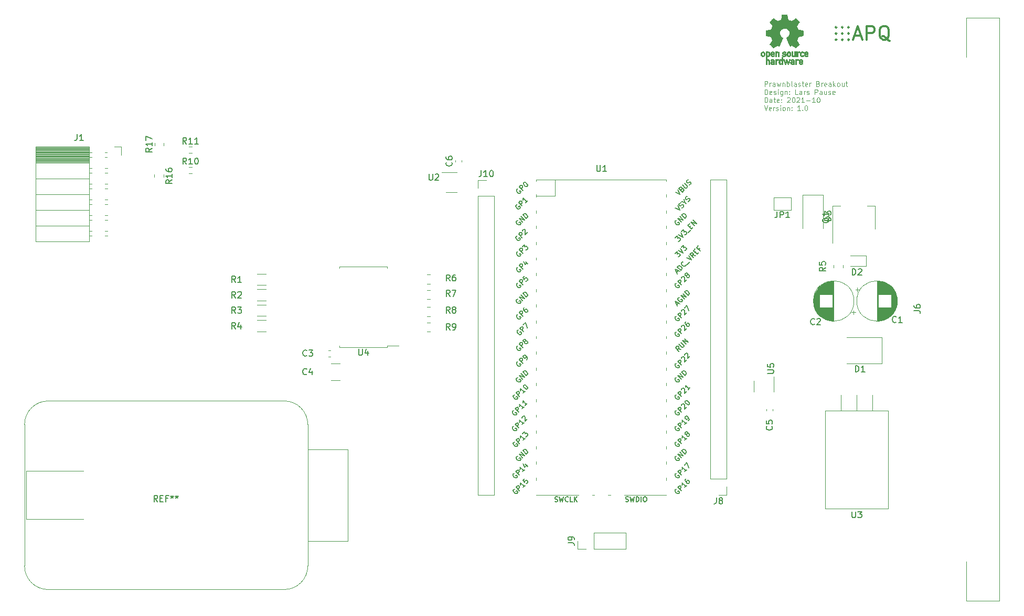
<source format=gbr>
%TF.GenerationSoftware,KiCad,Pcbnew,5.1.10-88a1d61d58~90~ubuntu20.04.1*%
%TF.CreationDate,2021-10-19T21:58:50+02:00*%
%TF.ProjectId,PrawnBlaster,50726177-6e42-46c6-9173-7465722e6b69,v1.0*%
%TF.SameCoordinates,Original*%
%TF.FileFunction,Legend,Top*%
%TF.FilePolarity,Positive*%
%FSLAX45Y45*%
G04 Gerber Fmt 4.5, Leading zero omitted, Abs format (unit mm)*
G04 Created by KiCad (PCBNEW 5.1.10-88a1d61d58~90~ubuntu20.04.1) date 2021-10-19 21:58:50*
%MOMM*%
%LPD*%
G01*
G04 APERTURE LIST*
%ADD10C,0.100000*%
%ADD11C,0.120000*%
%ADD12C,0.050000*%
%ADD13C,0.010000*%
%ADD14C,0.250000*%
%ADD15C,0.150000*%
%ADD16C,0.300000*%
G04 APERTURE END LIST*
D10*
X16317548Y-6193190D02*
X16317548Y-6113190D01*
X16348024Y-6113190D01*
X16355643Y-6117000D01*
X16359452Y-6120809D01*
X16363262Y-6128428D01*
X16363262Y-6139857D01*
X16359452Y-6147476D01*
X16355643Y-6151286D01*
X16348024Y-6155095D01*
X16317548Y-6155095D01*
X16397548Y-6193190D02*
X16397548Y-6139857D01*
X16397548Y-6155095D02*
X16401357Y-6147476D01*
X16405167Y-6143667D01*
X16412786Y-6139857D01*
X16420405Y-6139857D01*
X16481357Y-6193190D02*
X16481357Y-6151286D01*
X16477548Y-6143667D01*
X16469928Y-6139857D01*
X16454690Y-6139857D01*
X16447071Y-6143667D01*
X16481357Y-6189381D02*
X16473738Y-6193190D01*
X16454690Y-6193190D01*
X16447071Y-6189381D01*
X16443262Y-6181762D01*
X16443262Y-6174143D01*
X16447071Y-6166524D01*
X16454690Y-6162714D01*
X16473738Y-6162714D01*
X16481357Y-6158905D01*
X16511833Y-6139857D02*
X16527071Y-6193190D01*
X16542309Y-6155095D01*
X16557548Y-6193190D01*
X16572786Y-6139857D01*
X16603262Y-6139857D02*
X16603262Y-6193190D01*
X16603262Y-6147476D02*
X16607071Y-6143667D01*
X16614690Y-6139857D01*
X16626119Y-6139857D01*
X16633738Y-6143667D01*
X16637548Y-6151286D01*
X16637548Y-6193190D01*
X16675643Y-6193190D02*
X16675643Y-6113190D01*
X16675643Y-6143667D02*
X16683262Y-6139857D01*
X16698500Y-6139857D01*
X16706119Y-6143667D01*
X16709928Y-6147476D01*
X16713738Y-6155095D01*
X16713738Y-6177952D01*
X16709928Y-6185571D01*
X16706119Y-6189381D01*
X16698500Y-6193190D01*
X16683262Y-6193190D01*
X16675643Y-6189381D01*
X16759452Y-6193190D02*
X16751833Y-6189381D01*
X16748024Y-6181762D01*
X16748024Y-6113190D01*
X16824214Y-6193190D02*
X16824214Y-6151286D01*
X16820405Y-6143667D01*
X16812786Y-6139857D01*
X16797548Y-6139857D01*
X16789929Y-6143667D01*
X16824214Y-6189381D02*
X16816595Y-6193190D01*
X16797548Y-6193190D01*
X16789929Y-6189381D01*
X16786119Y-6181762D01*
X16786119Y-6174143D01*
X16789929Y-6166524D01*
X16797548Y-6162714D01*
X16816595Y-6162714D01*
X16824214Y-6158905D01*
X16858500Y-6189381D02*
X16866119Y-6193190D01*
X16881357Y-6193190D01*
X16888976Y-6189381D01*
X16892786Y-6181762D01*
X16892786Y-6177952D01*
X16888976Y-6170333D01*
X16881357Y-6166524D01*
X16869929Y-6166524D01*
X16862310Y-6162714D01*
X16858500Y-6155095D01*
X16858500Y-6151286D01*
X16862310Y-6143667D01*
X16869929Y-6139857D01*
X16881357Y-6139857D01*
X16888976Y-6143667D01*
X16915643Y-6139857D02*
X16946119Y-6139857D01*
X16927071Y-6113190D02*
X16927071Y-6181762D01*
X16930881Y-6189381D01*
X16938500Y-6193190D01*
X16946119Y-6193190D01*
X17003262Y-6189381D02*
X16995643Y-6193190D01*
X16980405Y-6193190D01*
X16972786Y-6189381D01*
X16968976Y-6181762D01*
X16968976Y-6151286D01*
X16972786Y-6143667D01*
X16980405Y-6139857D01*
X16995643Y-6139857D01*
X17003262Y-6143667D01*
X17007071Y-6151286D01*
X17007071Y-6158905D01*
X16968976Y-6166524D01*
X17041357Y-6193190D02*
X17041357Y-6139857D01*
X17041357Y-6155095D02*
X17045167Y-6147476D01*
X17048976Y-6143667D01*
X17056595Y-6139857D01*
X17064214Y-6139857D01*
X17178500Y-6151286D02*
X17189929Y-6155095D01*
X17193738Y-6158905D01*
X17197548Y-6166524D01*
X17197548Y-6177952D01*
X17193738Y-6185571D01*
X17189929Y-6189381D01*
X17182310Y-6193190D01*
X17151833Y-6193190D01*
X17151833Y-6113190D01*
X17178500Y-6113190D01*
X17186119Y-6117000D01*
X17189929Y-6120809D01*
X17193738Y-6128428D01*
X17193738Y-6136048D01*
X17189929Y-6143667D01*
X17186119Y-6147476D01*
X17178500Y-6151286D01*
X17151833Y-6151286D01*
X17231833Y-6193190D02*
X17231833Y-6139857D01*
X17231833Y-6155095D02*
X17235643Y-6147476D01*
X17239452Y-6143667D01*
X17247071Y-6139857D01*
X17254690Y-6139857D01*
X17311833Y-6189381D02*
X17304214Y-6193190D01*
X17288976Y-6193190D01*
X17281357Y-6189381D01*
X17277548Y-6181762D01*
X17277548Y-6151286D01*
X17281357Y-6143667D01*
X17288976Y-6139857D01*
X17304214Y-6139857D01*
X17311833Y-6143667D01*
X17315643Y-6151286D01*
X17315643Y-6158905D01*
X17277548Y-6166524D01*
X17384214Y-6193190D02*
X17384214Y-6151286D01*
X17380405Y-6143667D01*
X17372786Y-6139857D01*
X17357548Y-6139857D01*
X17349929Y-6143667D01*
X17384214Y-6189381D02*
X17376595Y-6193190D01*
X17357548Y-6193190D01*
X17349929Y-6189381D01*
X17346119Y-6181762D01*
X17346119Y-6174143D01*
X17349929Y-6166524D01*
X17357548Y-6162714D01*
X17376595Y-6162714D01*
X17384214Y-6158905D01*
X17422310Y-6193190D02*
X17422310Y-6113190D01*
X17429929Y-6162714D02*
X17452786Y-6193190D01*
X17452786Y-6139857D02*
X17422310Y-6170333D01*
X17498500Y-6193190D02*
X17490881Y-6189381D01*
X17487071Y-6185571D01*
X17483262Y-6177952D01*
X17483262Y-6155095D01*
X17487071Y-6147476D01*
X17490881Y-6143667D01*
X17498500Y-6139857D01*
X17509929Y-6139857D01*
X17517548Y-6143667D01*
X17521357Y-6147476D01*
X17525167Y-6155095D01*
X17525167Y-6177952D01*
X17521357Y-6185571D01*
X17517548Y-6189381D01*
X17509929Y-6193190D01*
X17498500Y-6193190D01*
X17593738Y-6139857D02*
X17593738Y-6193190D01*
X17559452Y-6139857D02*
X17559452Y-6181762D01*
X17563262Y-6189381D01*
X17570881Y-6193190D01*
X17582310Y-6193190D01*
X17589929Y-6189381D01*
X17593738Y-6185571D01*
X17620405Y-6139857D02*
X17650881Y-6139857D01*
X17631833Y-6113190D02*
X17631833Y-6181762D01*
X17635643Y-6189381D01*
X17643262Y-6193190D01*
X17650881Y-6193190D01*
X16317548Y-6323190D02*
X16317548Y-6243190D01*
X16336595Y-6243190D01*
X16348024Y-6247000D01*
X16355643Y-6254619D01*
X16359452Y-6262238D01*
X16363262Y-6277476D01*
X16363262Y-6288905D01*
X16359452Y-6304143D01*
X16355643Y-6311762D01*
X16348024Y-6319381D01*
X16336595Y-6323190D01*
X16317548Y-6323190D01*
X16428024Y-6319381D02*
X16420405Y-6323190D01*
X16405167Y-6323190D01*
X16397548Y-6319381D01*
X16393738Y-6311762D01*
X16393738Y-6281286D01*
X16397548Y-6273667D01*
X16405167Y-6269857D01*
X16420405Y-6269857D01*
X16428024Y-6273667D01*
X16431833Y-6281286D01*
X16431833Y-6288905D01*
X16393738Y-6296524D01*
X16462309Y-6319381D02*
X16469928Y-6323190D01*
X16485167Y-6323190D01*
X16492786Y-6319381D01*
X16496595Y-6311762D01*
X16496595Y-6307952D01*
X16492786Y-6300333D01*
X16485167Y-6296524D01*
X16473738Y-6296524D01*
X16466119Y-6292714D01*
X16462309Y-6285095D01*
X16462309Y-6281286D01*
X16466119Y-6273667D01*
X16473738Y-6269857D01*
X16485167Y-6269857D01*
X16492786Y-6273667D01*
X16530881Y-6323190D02*
X16530881Y-6269857D01*
X16530881Y-6243190D02*
X16527071Y-6247000D01*
X16530881Y-6250809D01*
X16534690Y-6247000D01*
X16530881Y-6243190D01*
X16530881Y-6250809D01*
X16603262Y-6269857D02*
X16603262Y-6334619D01*
X16599452Y-6342238D01*
X16595643Y-6346048D01*
X16588024Y-6349857D01*
X16576595Y-6349857D01*
X16568976Y-6346048D01*
X16603262Y-6319381D02*
X16595643Y-6323190D01*
X16580405Y-6323190D01*
X16572786Y-6319381D01*
X16568976Y-6315571D01*
X16565167Y-6307952D01*
X16565167Y-6285095D01*
X16568976Y-6277476D01*
X16572786Y-6273667D01*
X16580405Y-6269857D01*
X16595643Y-6269857D01*
X16603262Y-6273667D01*
X16641357Y-6269857D02*
X16641357Y-6323190D01*
X16641357Y-6277476D02*
X16645167Y-6273667D01*
X16652786Y-6269857D01*
X16664214Y-6269857D01*
X16671833Y-6273667D01*
X16675643Y-6281286D01*
X16675643Y-6323190D01*
X16713738Y-6315571D02*
X16717548Y-6319381D01*
X16713738Y-6323190D01*
X16709928Y-6319381D01*
X16713738Y-6315571D01*
X16713738Y-6323190D01*
X16713738Y-6273667D02*
X16717548Y-6277476D01*
X16713738Y-6281286D01*
X16709928Y-6277476D01*
X16713738Y-6273667D01*
X16713738Y-6281286D01*
X16850881Y-6323190D02*
X16812786Y-6323190D01*
X16812786Y-6243190D01*
X16911833Y-6323190D02*
X16911833Y-6281286D01*
X16908024Y-6273667D01*
X16900405Y-6269857D01*
X16885167Y-6269857D01*
X16877548Y-6273667D01*
X16911833Y-6319381D02*
X16904214Y-6323190D01*
X16885167Y-6323190D01*
X16877548Y-6319381D01*
X16873738Y-6311762D01*
X16873738Y-6304143D01*
X16877548Y-6296524D01*
X16885167Y-6292714D01*
X16904214Y-6292714D01*
X16911833Y-6288905D01*
X16949929Y-6323190D02*
X16949929Y-6269857D01*
X16949929Y-6285095D02*
X16953738Y-6277476D01*
X16957548Y-6273667D01*
X16965167Y-6269857D01*
X16972786Y-6269857D01*
X16995643Y-6319381D02*
X17003262Y-6323190D01*
X17018500Y-6323190D01*
X17026119Y-6319381D01*
X17029929Y-6311762D01*
X17029929Y-6307952D01*
X17026119Y-6300333D01*
X17018500Y-6296524D01*
X17007071Y-6296524D01*
X16999452Y-6292714D01*
X16995643Y-6285095D01*
X16995643Y-6281286D01*
X16999452Y-6273667D01*
X17007071Y-6269857D01*
X17018500Y-6269857D01*
X17026119Y-6273667D01*
X17125167Y-6323190D02*
X17125167Y-6243190D01*
X17155643Y-6243190D01*
X17163262Y-6247000D01*
X17167071Y-6250809D01*
X17170881Y-6258428D01*
X17170881Y-6269857D01*
X17167071Y-6277476D01*
X17163262Y-6281286D01*
X17155643Y-6285095D01*
X17125167Y-6285095D01*
X17239452Y-6323190D02*
X17239452Y-6281286D01*
X17235643Y-6273667D01*
X17228024Y-6269857D01*
X17212786Y-6269857D01*
X17205167Y-6273667D01*
X17239452Y-6319381D02*
X17231833Y-6323190D01*
X17212786Y-6323190D01*
X17205167Y-6319381D01*
X17201357Y-6311762D01*
X17201357Y-6304143D01*
X17205167Y-6296524D01*
X17212786Y-6292714D01*
X17231833Y-6292714D01*
X17239452Y-6288905D01*
X17311833Y-6269857D02*
X17311833Y-6323190D01*
X17277548Y-6269857D02*
X17277548Y-6311762D01*
X17281357Y-6319381D01*
X17288976Y-6323190D01*
X17300405Y-6323190D01*
X17308024Y-6319381D01*
X17311833Y-6315571D01*
X17346119Y-6319381D02*
X17353738Y-6323190D01*
X17368976Y-6323190D01*
X17376595Y-6319381D01*
X17380405Y-6311762D01*
X17380405Y-6307952D01*
X17376595Y-6300333D01*
X17368976Y-6296524D01*
X17357548Y-6296524D01*
X17349929Y-6292714D01*
X17346119Y-6285095D01*
X17346119Y-6281286D01*
X17349929Y-6273667D01*
X17357548Y-6269857D01*
X17368976Y-6269857D01*
X17376595Y-6273667D01*
X17445167Y-6319381D02*
X17437548Y-6323190D01*
X17422310Y-6323190D01*
X17414690Y-6319381D01*
X17410881Y-6311762D01*
X17410881Y-6281286D01*
X17414690Y-6273667D01*
X17422310Y-6269857D01*
X17437548Y-6269857D01*
X17445167Y-6273667D01*
X17448976Y-6281286D01*
X17448976Y-6288905D01*
X17410881Y-6296524D01*
X16317548Y-6453190D02*
X16317548Y-6373190D01*
X16336595Y-6373190D01*
X16348024Y-6377000D01*
X16355643Y-6384619D01*
X16359452Y-6392238D01*
X16363262Y-6407476D01*
X16363262Y-6418905D01*
X16359452Y-6434143D01*
X16355643Y-6441762D01*
X16348024Y-6449381D01*
X16336595Y-6453190D01*
X16317548Y-6453190D01*
X16431833Y-6453190D02*
X16431833Y-6411286D01*
X16428024Y-6403667D01*
X16420405Y-6399857D01*
X16405167Y-6399857D01*
X16397548Y-6403667D01*
X16431833Y-6449381D02*
X16424214Y-6453190D01*
X16405167Y-6453190D01*
X16397548Y-6449381D01*
X16393738Y-6441762D01*
X16393738Y-6434143D01*
X16397548Y-6426524D01*
X16405167Y-6422714D01*
X16424214Y-6422714D01*
X16431833Y-6418905D01*
X16458500Y-6399857D02*
X16488976Y-6399857D01*
X16469928Y-6373190D02*
X16469928Y-6441762D01*
X16473738Y-6449381D01*
X16481357Y-6453190D01*
X16488976Y-6453190D01*
X16546119Y-6449381D02*
X16538500Y-6453190D01*
X16523262Y-6453190D01*
X16515643Y-6449381D01*
X16511833Y-6441762D01*
X16511833Y-6411286D01*
X16515643Y-6403667D01*
X16523262Y-6399857D01*
X16538500Y-6399857D01*
X16546119Y-6403667D01*
X16549928Y-6411286D01*
X16549928Y-6418905D01*
X16511833Y-6426524D01*
X16584214Y-6445571D02*
X16588024Y-6449381D01*
X16584214Y-6453190D01*
X16580405Y-6449381D01*
X16584214Y-6445571D01*
X16584214Y-6453190D01*
X16584214Y-6403667D02*
X16588024Y-6407476D01*
X16584214Y-6411286D01*
X16580405Y-6407476D01*
X16584214Y-6403667D01*
X16584214Y-6411286D01*
X16679452Y-6380809D02*
X16683262Y-6377000D01*
X16690881Y-6373190D01*
X16709928Y-6373190D01*
X16717548Y-6377000D01*
X16721357Y-6380809D01*
X16725167Y-6388428D01*
X16725167Y-6396048D01*
X16721357Y-6407476D01*
X16675643Y-6453190D01*
X16725167Y-6453190D01*
X16774690Y-6373190D02*
X16782310Y-6373190D01*
X16789929Y-6377000D01*
X16793738Y-6380809D01*
X16797548Y-6388428D01*
X16801357Y-6403667D01*
X16801357Y-6422714D01*
X16797548Y-6437952D01*
X16793738Y-6445571D01*
X16789929Y-6449381D01*
X16782310Y-6453190D01*
X16774690Y-6453190D01*
X16767071Y-6449381D01*
X16763262Y-6445571D01*
X16759452Y-6437952D01*
X16755643Y-6422714D01*
X16755643Y-6403667D01*
X16759452Y-6388428D01*
X16763262Y-6380809D01*
X16767071Y-6377000D01*
X16774690Y-6373190D01*
X16831833Y-6380809D02*
X16835643Y-6377000D01*
X16843262Y-6373190D01*
X16862310Y-6373190D01*
X16869929Y-6377000D01*
X16873738Y-6380809D01*
X16877548Y-6388428D01*
X16877548Y-6396048D01*
X16873738Y-6407476D01*
X16828024Y-6453190D01*
X16877548Y-6453190D01*
X16953738Y-6453190D02*
X16908024Y-6453190D01*
X16930881Y-6453190D02*
X16930881Y-6373190D01*
X16923262Y-6384619D01*
X16915643Y-6392238D01*
X16908024Y-6396048D01*
X16988024Y-6422714D02*
X17048976Y-6422714D01*
X17128976Y-6453190D02*
X17083262Y-6453190D01*
X17106119Y-6453190D02*
X17106119Y-6373190D01*
X17098500Y-6384619D01*
X17090881Y-6392238D01*
X17083262Y-6396048D01*
X17178500Y-6373190D02*
X17186119Y-6373190D01*
X17193738Y-6377000D01*
X17197548Y-6380809D01*
X17201357Y-6388428D01*
X17205167Y-6403667D01*
X17205167Y-6422714D01*
X17201357Y-6437952D01*
X17197548Y-6445571D01*
X17193738Y-6449381D01*
X17186119Y-6453190D01*
X17178500Y-6453190D01*
X17170881Y-6449381D01*
X17167071Y-6445571D01*
X17163262Y-6437952D01*
X17159452Y-6422714D01*
X17159452Y-6403667D01*
X17163262Y-6388428D01*
X17167071Y-6380809D01*
X17170881Y-6377000D01*
X17178500Y-6373190D01*
X16306119Y-6503190D02*
X16332786Y-6583190D01*
X16359452Y-6503190D01*
X16416595Y-6579381D02*
X16408976Y-6583190D01*
X16393738Y-6583190D01*
X16386119Y-6579381D01*
X16382309Y-6571762D01*
X16382309Y-6541286D01*
X16386119Y-6533667D01*
X16393738Y-6529857D01*
X16408976Y-6529857D01*
X16416595Y-6533667D01*
X16420405Y-6541286D01*
X16420405Y-6548905D01*
X16382309Y-6556524D01*
X16454690Y-6583190D02*
X16454690Y-6529857D01*
X16454690Y-6545095D02*
X16458500Y-6537476D01*
X16462309Y-6533667D01*
X16469928Y-6529857D01*
X16477548Y-6529857D01*
X16500405Y-6579381D02*
X16508024Y-6583190D01*
X16523262Y-6583190D01*
X16530881Y-6579381D01*
X16534690Y-6571762D01*
X16534690Y-6567952D01*
X16530881Y-6560333D01*
X16523262Y-6556524D01*
X16511833Y-6556524D01*
X16504214Y-6552714D01*
X16500405Y-6545095D01*
X16500405Y-6541286D01*
X16504214Y-6533667D01*
X16511833Y-6529857D01*
X16523262Y-6529857D01*
X16530881Y-6533667D01*
X16568976Y-6583190D02*
X16568976Y-6529857D01*
X16568976Y-6503190D02*
X16565167Y-6507000D01*
X16568976Y-6510809D01*
X16572786Y-6507000D01*
X16568976Y-6503190D01*
X16568976Y-6510809D01*
X16618500Y-6583190D02*
X16610881Y-6579381D01*
X16607071Y-6575571D01*
X16603262Y-6567952D01*
X16603262Y-6545095D01*
X16607071Y-6537476D01*
X16610881Y-6533667D01*
X16618500Y-6529857D01*
X16629928Y-6529857D01*
X16637548Y-6533667D01*
X16641357Y-6537476D01*
X16645167Y-6545095D01*
X16645167Y-6567952D01*
X16641357Y-6575571D01*
X16637548Y-6579381D01*
X16629928Y-6583190D01*
X16618500Y-6583190D01*
X16679452Y-6529857D02*
X16679452Y-6583190D01*
X16679452Y-6537476D02*
X16683262Y-6533667D01*
X16690881Y-6529857D01*
X16702309Y-6529857D01*
X16709928Y-6533667D01*
X16713738Y-6541286D01*
X16713738Y-6583190D01*
X16751833Y-6575571D02*
X16755643Y-6579381D01*
X16751833Y-6583190D01*
X16748024Y-6579381D01*
X16751833Y-6575571D01*
X16751833Y-6583190D01*
X16751833Y-6533667D02*
X16755643Y-6537476D01*
X16751833Y-6541286D01*
X16748024Y-6537476D01*
X16751833Y-6533667D01*
X16751833Y-6541286D01*
X16892786Y-6583190D02*
X16847071Y-6583190D01*
X16869929Y-6583190D02*
X16869929Y-6503190D01*
X16862310Y-6514619D01*
X16854690Y-6522238D01*
X16847071Y-6526048D01*
X16927071Y-6575571D02*
X16930881Y-6579381D01*
X16927071Y-6583190D01*
X16923262Y-6579381D01*
X16927071Y-6575571D01*
X16927071Y-6583190D01*
X16980405Y-6503190D02*
X16988024Y-6503190D01*
X16995643Y-6507000D01*
X16999452Y-6510809D01*
X17003262Y-6518428D01*
X17007071Y-6533667D01*
X17007071Y-6552714D01*
X17003262Y-6567952D01*
X16999452Y-6575571D01*
X16995643Y-6579381D01*
X16988024Y-6583190D01*
X16980405Y-6583190D01*
X16972786Y-6579381D01*
X16968976Y-6575571D01*
X16965167Y-6567952D01*
X16961357Y-6552714D01*
X16961357Y-6533667D01*
X16965167Y-6518428D01*
X16968976Y-6510809D01*
X16972786Y-6507000D01*
X16980405Y-6503190D01*
D11*
%TO.C,JP1*%
X16740000Y-7990000D02*
X16740000Y-8190000D01*
X16460000Y-7990000D02*
X16740000Y-7990000D01*
X16460000Y-8190000D02*
X16460000Y-7990000D01*
X16740000Y-8190000D02*
X16460000Y-8190000D01*
%TO.C,D3*%
X17255000Y-7950000D02*
X16925000Y-7950000D01*
X16925000Y-7950000D02*
X16925000Y-8490000D01*
X17255000Y-7950000D02*
X17255000Y-8490000D01*
%TO.C,C6*%
X11319000Y-7416558D02*
X11319000Y-7388442D01*
X11421000Y-7416558D02*
X11421000Y-7388442D01*
%TO.C,C5*%
X16446000Y-11408942D02*
X16446000Y-11437058D01*
X16344000Y-11408942D02*
X16344000Y-11437058D01*
%TO.C,U5*%
X16461000Y-11130000D02*
X16461000Y-10885000D01*
X16139000Y-10950000D02*
X16139000Y-11130000D01*
D12*
%TO.C,REF\u002A\u002A*%
X4370000Y-11660000D02*
G75*
G02*
X4751000Y-11279000I381000J0D01*
G01*
X8561000Y-11279000D02*
G75*
G02*
X8942000Y-11660000I0J-381000D01*
G01*
X8942000Y-13946000D02*
G75*
G02*
X8561000Y-14327000I-381000J0D01*
G01*
X4751000Y-14327000D02*
G75*
G02*
X4370000Y-13946000I0J381000D01*
G01*
D11*
X9590000Y-12060000D02*
X8950000Y-12060000D01*
X9590000Y-13540000D02*
X8950000Y-13540000D01*
X9590000Y-12060000D02*
X9590000Y-13540000D01*
D12*
X4751000Y-14327000D02*
X8561000Y-14327000D01*
X8942000Y-13946000D02*
X8942000Y-11660000D01*
X8561000Y-11279000D02*
X4751000Y-11279000D01*
X4370000Y-11660000D02*
X4370000Y-13946000D01*
D11*
X4400000Y-12410000D02*
X4400000Y-13190000D01*
X4400000Y-12410000D02*
X5320000Y-12410000D01*
X4400000Y-13190000D02*
X5320000Y-13190000D01*
%TO.C,C3*%
X9304058Y-10561000D02*
X9275942Y-10561000D01*
X9304058Y-10459000D02*
X9275942Y-10459000D01*
%TO.C,C4*%
X9461125Y-10946000D02*
X9318875Y-10946000D01*
X9461125Y-10674000D02*
X9318875Y-10674000D01*
%TO.C,R6*%
X10867294Y-9236500D02*
X10912706Y-9236500D01*
X10867294Y-9383500D02*
X10912706Y-9383500D01*
%TO.C,R8*%
X10867294Y-9761500D02*
X10912706Y-9761500D01*
X10867294Y-9908500D02*
X10912706Y-9908500D01*
%TO.C,R3*%
X8264106Y-9907200D02*
X8118694Y-9907200D01*
X8264106Y-9725200D02*
X8118694Y-9725200D01*
%TO.C,R1*%
X8264106Y-9407200D02*
X8118694Y-9407200D01*
X8264106Y-9225200D02*
X8118694Y-9225200D01*
%TO.C,U4*%
X9840000Y-9109000D02*
X9454000Y-9109000D01*
X9454000Y-9109000D02*
X9454000Y-9132500D01*
X9840000Y-9109000D02*
X10226000Y-9109000D01*
X10226000Y-9109000D02*
X10226000Y-9132500D01*
X9840000Y-10411000D02*
X9454000Y-10411000D01*
X9454000Y-10411000D02*
X9454000Y-10387500D01*
X9840000Y-10411000D02*
X10226000Y-10411000D01*
X10226000Y-10411000D02*
X10226000Y-10387500D01*
X10226000Y-10387500D02*
X10407500Y-10387500D01*
%TO.C,R4*%
X8264106Y-10157200D02*
X8118694Y-10157200D01*
X8264106Y-9975200D02*
X8118694Y-9975200D01*
%TO.C,R7*%
X10867294Y-9486500D02*
X10912706Y-9486500D01*
X10867294Y-9633500D02*
X10912706Y-9633500D01*
%TO.C,R2*%
X8264106Y-9657200D02*
X8118694Y-9657200D01*
X8264106Y-9475200D02*
X8118694Y-9475200D01*
%TO.C,R9*%
X10867294Y-10011500D02*
X10912706Y-10011500D01*
X10867294Y-10158500D02*
X10912706Y-10158500D01*
%TO.C,R17*%
X6471750Y-7151456D02*
X6471750Y-7106044D01*
X6618750Y-7151456D02*
X6618750Y-7106044D01*
%TO.C,R16*%
X6613500Y-7618544D02*
X6613500Y-7663956D01*
X6466500Y-7618544D02*
X6466500Y-7663956D01*
%TO.C,R11*%
X7023774Y-7167750D02*
X7071226Y-7167750D01*
X7023774Y-7272250D02*
X7071226Y-7272250D01*
%TO.C,R10*%
X7023774Y-7497750D02*
X7071226Y-7497750D01*
X7023774Y-7602250D02*
X7071226Y-7602250D01*
%TO.C,J10*%
X11687000Y-7707000D02*
X11820000Y-7707000D01*
X11687000Y-7840000D02*
X11687000Y-7707000D01*
X11687000Y-7967000D02*
X11953000Y-7967000D01*
X11953000Y-7967000D02*
X11953000Y-12799000D01*
X11687000Y-7967000D02*
X11687000Y-12799000D01*
X11687000Y-12799000D02*
X11953000Y-12799000D01*
%TO.C,J1*%
X5816000Y-7167000D02*
X5927000Y-7167000D01*
X5927000Y-7167000D02*
X5927000Y-7300000D01*
X4553000Y-7167000D02*
X4553000Y-8703000D01*
X4553000Y-8703000D02*
X5416000Y-8703000D01*
X5416000Y-7167000D02*
X5416000Y-8703000D01*
X4553000Y-7167000D02*
X5416000Y-7167000D01*
X4553000Y-8443000D02*
X5416000Y-8443000D01*
X4553000Y-8189000D02*
X5416000Y-8189000D01*
X4553000Y-7935000D02*
X5416000Y-7935000D01*
X4553000Y-7681000D02*
X5416000Y-7681000D01*
X4553000Y-7427000D02*
X5416000Y-7427000D01*
X5667000Y-8606000D02*
X5711000Y-8606000D01*
X5416000Y-8606000D02*
X5457000Y-8606000D01*
X5667000Y-8534000D02*
X5711000Y-8534000D01*
X5416000Y-8534000D02*
X5457000Y-8534000D01*
X5667000Y-8352000D02*
X5711000Y-8352000D01*
X5416000Y-8352000D02*
X5457000Y-8352000D01*
X5667000Y-8280000D02*
X5711000Y-8280000D01*
X5416000Y-8280000D02*
X5457000Y-8280000D01*
X5667000Y-8098000D02*
X5711000Y-8098000D01*
X5416000Y-8098000D02*
X5457000Y-8098000D01*
X5667000Y-8026000D02*
X5711000Y-8026000D01*
X5416000Y-8026000D02*
X5457000Y-8026000D01*
X5667000Y-7844000D02*
X5711000Y-7844000D01*
X5416000Y-7844000D02*
X5457000Y-7844000D01*
X5667000Y-7772000D02*
X5711000Y-7772000D01*
X5416000Y-7772000D02*
X5457000Y-7772000D01*
X5667000Y-7590000D02*
X5711000Y-7590000D01*
X5416000Y-7590000D02*
X5457000Y-7590000D01*
X5667000Y-7518000D02*
X5711000Y-7518000D01*
X5416000Y-7518000D02*
X5457000Y-7518000D01*
X5667000Y-7336000D02*
X5705000Y-7336000D01*
X5416000Y-7336000D02*
X5457000Y-7336000D01*
X5667000Y-7264000D02*
X5705000Y-7264000D01*
X5416000Y-7264000D02*
X5457000Y-7264000D01*
X4553000Y-7415190D02*
X5416000Y-7415190D01*
X4553000Y-7403380D02*
X5416000Y-7403380D01*
X4553000Y-7391571D02*
X5416000Y-7391571D01*
X4553000Y-7379761D02*
X5416000Y-7379761D01*
X4553000Y-7367952D02*
X5416000Y-7367952D01*
X4553000Y-7356142D02*
X5416000Y-7356142D01*
X4553000Y-7344333D02*
X5416000Y-7344333D01*
X4553000Y-7332523D02*
X5416000Y-7332523D01*
X4553000Y-7320714D02*
X5416000Y-7320714D01*
X4553000Y-7308904D02*
X5416000Y-7308904D01*
X4553000Y-7297095D02*
X5416000Y-7297095D01*
X4553000Y-7285285D02*
X5416000Y-7285285D01*
X4553000Y-7273476D02*
X5416000Y-7273476D01*
X4553000Y-7261666D02*
X5416000Y-7261666D01*
X4553000Y-7249857D02*
X5416000Y-7249857D01*
X4553000Y-7238047D02*
X5416000Y-7238047D01*
X4553000Y-7226238D02*
X5416000Y-7226238D01*
X4553000Y-7214428D02*
X5416000Y-7214428D01*
X4553000Y-7202619D02*
X5416000Y-7202619D01*
X4553000Y-7190809D02*
X5416000Y-7190809D01*
X4553000Y-7179000D02*
X5416000Y-7179000D01*
%TO.C,U3*%
X18312000Y-11432000D02*
X17288000Y-11432000D01*
X18312000Y-13021000D02*
X17288000Y-13021000D01*
X18312000Y-13021000D02*
X18312000Y-11432000D01*
X17288000Y-13021000D02*
X17288000Y-11432000D01*
X18054000Y-11432000D02*
X18054000Y-11178000D01*
X17800000Y-11432000D02*
X17800000Y-11178000D01*
X17546000Y-11432000D02*
X17546000Y-11178000D01*
%TO.C,U1*%
X13790000Y-12800000D02*
X13830000Y-12800000D01*
X13530000Y-12800000D02*
X13570000Y-12800000D01*
X14730000Y-12800000D02*
X14050000Y-12800000D01*
X14730000Y-11760000D02*
X14730000Y-11800000D01*
X14730000Y-10990000D02*
X14730000Y-11030000D01*
X14730000Y-8450000D02*
X14730000Y-8490000D01*
X14730000Y-7700000D02*
X14730000Y-7730000D01*
X14730000Y-9980000D02*
X14730000Y-10020000D01*
X14730000Y-11500000D02*
X14730000Y-11540000D01*
X14730000Y-9470000D02*
X14730000Y-9510000D01*
X14730000Y-8960000D02*
X14730000Y-9000000D01*
X14730000Y-10230000D02*
X14730000Y-10270000D01*
X14730000Y-10740000D02*
X14730000Y-10780000D01*
X14730000Y-12260000D02*
X14730000Y-12300000D01*
X14730000Y-12520000D02*
X14730000Y-12560000D01*
X14730000Y-12010000D02*
X14730000Y-12050000D01*
X14730000Y-8710000D02*
X14730000Y-8750000D01*
X14730000Y-7940000D02*
X14730000Y-7980000D01*
X14730000Y-8200000D02*
X14730000Y-8240000D01*
X14730000Y-11250000D02*
X14730000Y-11290000D01*
X14730000Y-10480000D02*
X14730000Y-10520000D01*
X14730000Y-9720000D02*
X14730000Y-9760000D01*
X14730000Y-9210000D02*
X14730000Y-9250000D01*
X12630000Y-12520000D02*
X12630000Y-12560000D01*
X12630000Y-12260000D02*
X12630000Y-12300000D01*
X12630000Y-12010000D02*
X12630000Y-12050000D01*
X12630000Y-11760000D02*
X12630000Y-11800000D01*
X12630000Y-11500000D02*
X12630000Y-11540000D01*
X12630000Y-11250000D02*
X12630000Y-11290000D01*
X12630000Y-10990000D02*
X12630000Y-11030000D01*
X12630000Y-10740000D02*
X12630000Y-10780000D01*
X12630000Y-10480000D02*
X12630000Y-10520000D01*
X12630000Y-10230000D02*
X12630000Y-10270000D01*
X12630000Y-9980000D02*
X12630000Y-10020000D01*
X12630000Y-9720000D02*
X12630000Y-9760000D01*
X12630000Y-9470000D02*
X12630000Y-9510000D01*
X12630000Y-9210000D02*
X12630000Y-9250000D01*
X12630000Y-8960000D02*
X12630000Y-9000000D01*
X12630000Y-8710000D02*
X12630000Y-8750000D01*
X12630000Y-8450000D02*
X12630000Y-8490000D01*
X12630000Y-8200000D02*
X12630000Y-8240000D01*
X12630000Y-7940000D02*
X12630000Y-7980000D01*
X12630000Y-7700000D02*
X12630000Y-7730000D01*
X12930700Y-7966700D02*
X12930700Y-7700000D01*
X12630000Y-7966700D02*
X12930700Y-7966700D01*
X13310000Y-12800000D02*
X12630000Y-12800000D01*
X12630000Y-7700000D02*
X14730000Y-7700000D01*
%TO.C,J9*%
X13297000Y-13673000D02*
X13297000Y-13540000D01*
X13430000Y-13673000D02*
X13297000Y-13673000D01*
X13557000Y-13673000D02*
X13557000Y-13407000D01*
X13557000Y-13407000D02*
X14071000Y-13407000D01*
X13557000Y-13673000D02*
X14071000Y-13673000D01*
X14071000Y-13673000D02*
X14071000Y-13407000D01*
%TO.C,J8*%
X15703000Y-12796000D02*
X15570000Y-12796000D01*
X15703000Y-12663000D02*
X15703000Y-12796000D01*
X15703000Y-12536000D02*
X15437000Y-12536000D01*
X15437000Y-12536000D02*
X15437000Y-7704000D01*
X15703000Y-12536000D02*
X15703000Y-7704000D01*
X15703000Y-7704000D02*
X15437000Y-7704000D01*
%TO.C,U2*%
X11170000Y-7906000D02*
X11350000Y-7906000D01*
X11350000Y-7584000D02*
X11105000Y-7584000D01*
%TO.C,J6*%
X19570000Y-14511700D02*
X19570000Y-13876700D01*
X20100000Y-14511700D02*
X19570000Y-14511700D01*
X20100000Y-5088300D02*
X20100000Y-14511700D01*
X19570000Y-5088300D02*
X20100000Y-5088300D01*
X19570000Y-5088300D02*
X19570000Y-5723300D01*
D13*
%TO.C,LOGO2*%
G36*
X16380336Y-5632247D02*
G01*
X16383859Y-5633987D01*
X16388204Y-5637021D01*
X16391371Y-5640328D01*
X16393539Y-5644482D01*
X16394890Y-5650052D01*
X16395604Y-5657611D01*
X16395860Y-5667730D01*
X16395875Y-5672080D01*
X16395831Y-5681613D01*
X16395650Y-5688427D01*
X16395254Y-5693142D01*
X16394570Y-5696379D01*
X16393521Y-5698760D01*
X16392430Y-5700384D01*
X16385462Y-5707295D01*
X16377257Y-5711452D01*
X16368405Y-5712702D01*
X16359498Y-5710893D01*
X16356676Y-5709614D01*
X16349921Y-5706093D01*
X16349921Y-5761270D01*
X16354851Y-5758720D01*
X16361347Y-5756748D01*
X16369332Y-5756243D01*
X16377305Y-5757176D01*
X16383326Y-5759271D01*
X16388321Y-5763263D01*
X16392588Y-5768974D01*
X16392909Y-5769560D01*
X16394262Y-5772323D01*
X16395250Y-5775107D01*
X16395931Y-5778479D01*
X16396360Y-5783007D01*
X16396595Y-5789256D01*
X16396693Y-5797793D01*
X16396710Y-5807401D01*
X16396710Y-5838053D01*
X16378329Y-5838053D01*
X16378329Y-5781534D01*
X16373187Y-5777208D01*
X16367847Y-5773747D01*
X16362789Y-5773118D01*
X16357703Y-5774737D01*
X16354992Y-5776323D01*
X16352975Y-5778581D01*
X16351540Y-5781994D01*
X16350578Y-5787043D01*
X16349976Y-5794211D01*
X16349626Y-5803979D01*
X16349503Y-5810480D01*
X16349085Y-5837217D01*
X16340312Y-5837722D01*
X16331539Y-5838227D01*
X16331539Y-5672310D01*
X16349921Y-5672310D01*
X16350390Y-5681560D01*
X16351969Y-5687981D01*
X16354918Y-5691976D01*
X16359498Y-5693948D01*
X16364125Y-5694342D01*
X16369363Y-5693889D01*
X16372839Y-5692107D01*
X16375013Y-5689752D01*
X16376724Y-5687219D01*
X16377743Y-5684397D01*
X16378196Y-5680443D01*
X16378211Y-5674514D01*
X16378058Y-5669550D01*
X16377708Y-5662071D01*
X16377187Y-5657161D01*
X16376309Y-5654047D01*
X16374889Y-5651954D01*
X16373548Y-5650745D01*
X16367949Y-5648108D01*
X16361321Y-5647682D01*
X16357516Y-5648591D01*
X16353748Y-5651820D01*
X16351252Y-5658101D01*
X16350042Y-5667389D01*
X16349921Y-5672310D01*
X16331539Y-5672310D01*
X16331539Y-5630842D01*
X16340730Y-5630842D01*
X16346248Y-5631060D01*
X16349095Y-5631835D01*
X16349921Y-5633347D01*
X16349921Y-5633392D01*
X16350304Y-5634872D01*
X16351993Y-5634704D01*
X16355352Y-5633077D01*
X16363178Y-5630589D01*
X16371983Y-5630327D01*
X16380336Y-5632247D01*
G37*
X16380336Y-5632247D02*
X16383859Y-5633987D01*
X16388204Y-5637021D01*
X16391371Y-5640328D01*
X16393539Y-5644482D01*
X16394890Y-5650052D01*
X16395604Y-5657611D01*
X16395860Y-5667730D01*
X16395875Y-5672080D01*
X16395831Y-5681613D01*
X16395650Y-5688427D01*
X16395254Y-5693142D01*
X16394570Y-5696379D01*
X16393521Y-5698760D01*
X16392430Y-5700384D01*
X16385462Y-5707295D01*
X16377257Y-5711452D01*
X16368405Y-5712702D01*
X16359498Y-5710893D01*
X16356676Y-5709614D01*
X16349921Y-5706093D01*
X16349921Y-5761270D01*
X16354851Y-5758720D01*
X16361347Y-5756748D01*
X16369332Y-5756243D01*
X16377305Y-5757176D01*
X16383326Y-5759271D01*
X16388321Y-5763263D01*
X16392588Y-5768974D01*
X16392909Y-5769560D01*
X16394262Y-5772323D01*
X16395250Y-5775107D01*
X16395931Y-5778479D01*
X16396360Y-5783007D01*
X16396595Y-5789256D01*
X16396693Y-5797793D01*
X16396710Y-5807401D01*
X16396710Y-5838053D01*
X16378329Y-5838053D01*
X16378329Y-5781534D01*
X16373187Y-5777208D01*
X16367847Y-5773747D01*
X16362789Y-5773118D01*
X16357703Y-5774737D01*
X16354992Y-5776323D01*
X16352975Y-5778581D01*
X16351540Y-5781994D01*
X16350578Y-5787043D01*
X16349976Y-5794211D01*
X16349626Y-5803979D01*
X16349503Y-5810480D01*
X16349085Y-5837217D01*
X16340312Y-5837722D01*
X16331539Y-5838227D01*
X16331539Y-5672310D01*
X16349921Y-5672310D01*
X16350390Y-5681560D01*
X16351969Y-5687981D01*
X16354918Y-5691976D01*
X16359498Y-5693948D01*
X16364125Y-5694342D01*
X16369363Y-5693889D01*
X16372839Y-5692107D01*
X16375013Y-5689752D01*
X16376724Y-5687219D01*
X16377743Y-5684397D01*
X16378196Y-5680443D01*
X16378211Y-5674514D01*
X16378058Y-5669550D01*
X16377708Y-5662071D01*
X16377187Y-5657161D01*
X16376309Y-5654047D01*
X16374889Y-5651954D01*
X16373548Y-5650745D01*
X16367949Y-5648108D01*
X16361321Y-5647682D01*
X16357516Y-5648591D01*
X16353748Y-5651820D01*
X16351252Y-5658101D01*
X16350042Y-5667389D01*
X16349921Y-5672310D01*
X16331539Y-5672310D01*
X16331539Y-5630842D01*
X16340730Y-5630842D01*
X16346248Y-5631060D01*
X16349095Y-5631835D01*
X16349921Y-5633347D01*
X16349921Y-5633392D01*
X16350304Y-5634872D01*
X16351993Y-5634704D01*
X16355352Y-5633077D01*
X16363178Y-5630589D01*
X16371983Y-5630327D01*
X16380336Y-5632247D01*
G36*
X16450046Y-5756818D02*
G01*
X16457907Y-5758916D01*
X16463892Y-5762718D01*
X16468115Y-5767698D01*
X16469427Y-5769823D01*
X16470397Y-5772049D01*
X16471074Y-5774897D01*
X16471512Y-5778887D01*
X16471762Y-5784540D01*
X16471877Y-5792377D01*
X16471907Y-5802918D01*
X16471908Y-5805714D01*
X16471908Y-5838053D01*
X16463887Y-5838053D01*
X16458771Y-5837694D01*
X16454988Y-5836787D01*
X16454040Y-5836227D01*
X16451449Y-5835261D01*
X16448802Y-5836227D01*
X16444445Y-5837433D01*
X16438116Y-5837918D01*
X16431101Y-5837708D01*
X16424686Y-5836826D01*
X16420941Y-5835694D01*
X16413693Y-5831041D01*
X16409164Y-5824585D01*
X16407128Y-5816000D01*
X16407109Y-5815780D01*
X16407287Y-5811971D01*
X16423447Y-5811971D01*
X16424860Y-5816303D01*
X16427161Y-5818741D01*
X16431780Y-5820584D01*
X16437877Y-5821320D01*
X16444095Y-5820958D01*
X16449075Y-5819507D01*
X16450470Y-5818576D01*
X16452908Y-5814275D01*
X16453526Y-5809386D01*
X16453526Y-5802960D01*
X16444282Y-5802960D01*
X16435499Y-5803637D01*
X16428842Y-5805552D01*
X16424700Y-5808538D01*
X16423447Y-5811971D01*
X16407287Y-5811971D01*
X16407549Y-5806400D01*
X16410642Y-5798985D01*
X16416458Y-5793377D01*
X16417262Y-5792866D01*
X16420716Y-5791205D01*
X16424992Y-5790200D01*
X16430969Y-5789711D01*
X16438069Y-5789598D01*
X16453526Y-5789592D01*
X16453526Y-5783112D01*
X16452871Y-5778085D01*
X16451197Y-5774717D01*
X16451002Y-5774538D01*
X16447278Y-5773064D01*
X16441658Y-5772493D01*
X16435447Y-5772774D01*
X16429951Y-5773856D01*
X16426690Y-5775478D01*
X16424923Y-5776778D01*
X16423057Y-5777026D01*
X16420482Y-5775961D01*
X16416587Y-5773322D01*
X16410763Y-5768846D01*
X16410228Y-5768427D01*
X16410502Y-5766876D01*
X16412788Y-5764296D01*
X16416261Y-5761429D01*
X16420099Y-5759017D01*
X16421305Y-5758447D01*
X16425703Y-5757310D01*
X16432149Y-5756499D01*
X16439350Y-5756174D01*
X16439686Y-5756174D01*
X16450046Y-5756818D01*
G37*
X16450046Y-5756818D02*
X16457907Y-5758916D01*
X16463892Y-5762718D01*
X16468115Y-5767698D01*
X16469427Y-5769823D01*
X16470397Y-5772049D01*
X16471074Y-5774897D01*
X16471512Y-5778887D01*
X16471762Y-5784540D01*
X16471877Y-5792377D01*
X16471907Y-5802918D01*
X16471908Y-5805714D01*
X16471908Y-5838053D01*
X16463887Y-5838053D01*
X16458771Y-5837694D01*
X16454988Y-5836787D01*
X16454040Y-5836227D01*
X16451449Y-5835261D01*
X16448802Y-5836227D01*
X16444445Y-5837433D01*
X16438116Y-5837918D01*
X16431101Y-5837708D01*
X16424686Y-5836826D01*
X16420941Y-5835694D01*
X16413693Y-5831041D01*
X16409164Y-5824585D01*
X16407128Y-5816000D01*
X16407109Y-5815780D01*
X16407287Y-5811971D01*
X16423447Y-5811971D01*
X16424860Y-5816303D01*
X16427161Y-5818741D01*
X16431780Y-5820584D01*
X16437877Y-5821320D01*
X16444095Y-5820958D01*
X16449075Y-5819507D01*
X16450470Y-5818576D01*
X16452908Y-5814275D01*
X16453526Y-5809386D01*
X16453526Y-5802960D01*
X16444282Y-5802960D01*
X16435499Y-5803637D01*
X16428842Y-5805552D01*
X16424700Y-5808538D01*
X16423447Y-5811971D01*
X16407287Y-5811971D01*
X16407549Y-5806400D01*
X16410642Y-5798985D01*
X16416458Y-5793377D01*
X16417262Y-5792866D01*
X16420716Y-5791205D01*
X16424992Y-5790200D01*
X16430969Y-5789711D01*
X16438069Y-5789598D01*
X16453526Y-5789592D01*
X16453526Y-5783112D01*
X16452871Y-5778085D01*
X16451197Y-5774717D01*
X16451002Y-5774538D01*
X16447278Y-5773064D01*
X16441658Y-5772493D01*
X16435447Y-5772774D01*
X16429951Y-5773856D01*
X16426690Y-5775478D01*
X16424923Y-5776778D01*
X16423057Y-5777026D01*
X16420482Y-5775961D01*
X16416587Y-5773322D01*
X16410763Y-5768846D01*
X16410228Y-5768427D01*
X16410502Y-5766876D01*
X16412788Y-5764296D01*
X16416261Y-5761429D01*
X16420099Y-5759017D01*
X16421305Y-5758447D01*
X16425703Y-5757310D01*
X16432149Y-5756499D01*
X16439350Y-5756174D01*
X16439686Y-5756174D01*
X16450046Y-5756818D01*
G36*
X16501988Y-5756349D02*
G01*
X16504489Y-5757098D01*
X16505295Y-5758745D01*
X16505329Y-5759489D01*
X16505474Y-5761559D01*
X16506470Y-5761884D01*
X16509161Y-5760465D01*
X16510760Y-5759495D01*
X16515803Y-5757417D01*
X16521827Y-5756390D01*
X16528143Y-5756311D01*
X16534064Y-5757079D01*
X16538900Y-5758590D01*
X16541965Y-5760743D01*
X16542569Y-5763437D01*
X16542264Y-5764166D01*
X16540041Y-5767194D01*
X16536593Y-5770917D01*
X16535969Y-5771519D01*
X16532683Y-5774287D01*
X16529848Y-5775182D01*
X16525883Y-5774558D01*
X16524294Y-5774143D01*
X16519351Y-5773147D01*
X16515875Y-5773595D01*
X16512940Y-5775175D01*
X16510251Y-5777295D01*
X16508271Y-5779961D01*
X16506895Y-5783683D01*
X16506018Y-5788967D01*
X16505537Y-5796324D01*
X16505347Y-5806260D01*
X16505329Y-5812260D01*
X16505329Y-5838053D01*
X16488618Y-5838053D01*
X16488618Y-5756171D01*
X16496974Y-5756171D01*
X16501988Y-5756349D01*
G37*
X16501988Y-5756349D02*
X16504489Y-5757098D01*
X16505295Y-5758745D01*
X16505329Y-5759489D01*
X16505474Y-5761559D01*
X16506470Y-5761884D01*
X16509161Y-5760465D01*
X16510760Y-5759495D01*
X16515803Y-5757417D01*
X16521827Y-5756390D01*
X16528143Y-5756311D01*
X16534064Y-5757079D01*
X16538900Y-5758590D01*
X16541965Y-5760743D01*
X16542569Y-5763437D01*
X16542264Y-5764166D01*
X16540041Y-5767194D01*
X16536593Y-5770917D01*
X16535969Y-5771519D01*
X16532683Y-5774287D01*
X16529848Y-5775182D01*
X16525883Y-5774558D01*
X16524294Y-5774143D01*
X16519351Y-5773147D01*
X16515875Y-5773595D01*
X16512940Y-5775175D01*
X16510251Y-5777295D01*
X16508271Y-5779961D01*
X16506895Y-5783683D01*
X16506018Y-5788967D01*
X16505537Y-5796324D01*
X16505347Y-5806260D01*
X16505329Y-5812260D01*
X16505329Y-5838053D01*
X16488618Y-5838053D01*
X16488618Y-5756171D01*
X16496974Y-5756171D01*
X16501988Y-5756349D01*
G36*
X16607263Y-5838053D02*
G01*
X16598072Y-5838053D01*
X16592738Y-5837896D01*
X16589959Y-5837248D01*
X16588959Y-5835842D01*
X16588881Y-5834891D01*
X16588713Y-5832983D01*
X16587649Y-5832617D01*
X16584853Y-5833793D01*
X16582679Y-5834891D01*
X16574333Y-5837491D01*
X16565260Y-5837642D01*
X16557884Y-5835702D01*
X16551015Y-5831016D01*
X16545779Y-5824100D01*
X16542912Y-5815943D01*
X16542839Y-5815487D01*
X16542413Y-5810510D01*
X16542201Y-5803366D01*
X16542218Y-5797963D01*
X16560472Y-5797963D01*
X16560895Y-5805144D01*
X16561857Y-5811063D01*
X16563159Y-5814406D01*
X16568086Y-5818974D01*
X16573935Y-5820611D01*
X16579967Y-5819287D01*
X16585122Y-5815337D01*
X16587074Y-5812681D01*
X16588215Y-5809511D01*
X16588750Y-5804883D01*
X16588881Y-5797933D01*
X16588646Y-5791050D01*
X16588023Y-5785003D01*
X16587141Y-5780956D01*
X16586994Y-5780593D01*
X16583435Y-5776280D01*
X16578240Y-5773912D01*
X16572428Y-5773530D01*
X16567016Y-5775174D01*
X16563023Y-5778884D01*
X16562608Y-5779622D01*
X16561312Y-5784124D01*
X16560605Y-5790597D01*
X16560472Y-5797963D01*
X16542218Y-5797963D01*
X16542227Y-5795223D01*
X16542347Y-5790840D01*
X16543164Y-5779999D01*
X16544863Y-5771859D01*
X16547689Y-5765841D01*
X16551887Y-5761367D01*
X16555963Y-5758740D01*
X16561658Y-5756893D01*
X16568741Y-5756260D01*
X16575994Y-5756776D01*
X16582199Y-5758377D01*
X16585477Y-5760292D01*
X16588881Y-5763373D01*
X16588881Y-5724421D01*
X16607263Y-5724421D01*
X16607263Y-5838053D01*
G37*
X16607263Y-5838053D02*
X16598072Y-5838053D01*
X16592738Y-5837896D01*
X16589959Y-5837248D01*
X16588959Y-5835842D01*
X16588881Y-5834891D01*
X16588713Y-5832983D01*
X16587649Y-5832617D01*
X16584853Y-5833793D01*
X16582679Y-5834891D01*
X16574333Y-5837491D01*
X16565260Y-5837642D01*
X16557884Y-5835702D01*
X16551015Y-5831016D01*
X16545779Y-5824100D01*
X16542912Y-5815943D01*
X16542839Y-5815487D01*
X16542413Y-5810510D01*
X16542201Y-5803366D01*
X16542218Y-5797963D01*
X16560472Y-5797963D01*
X16560895Y-5805144D01*
X16561857Y-5811063D01*
X16563159Y-5814406D01*
X16568086Y-5818974D01*
X16573935Y-5820611D01*
X16579967Y-5819287D01*
X16585122Y-5815337D01*
X16587074Y-5812681D01*
X16588215Y-5809511D01*
X16588750Y-5804883D01*
X16588881Y-5797933D01*
X16588646Y-5791050D01*
X16588023Y-5785003D01*
X16587141Y-5780956D01*
X16586994Y-5780593D01*
X16583435Y-5776280D01*
X16578240Y-5773912D01*
X16572428Y-5773530D01*
X16567016Y-5775174D01*
X16563023Y-5778884D01*
X16562608Y-5779622D01*
X16561312Y-5784124D01*
X16560605Y-5790597D01*
X16560472Y-5797963D01*
X16542218Y-5797963D01*
X16542227Y-5795223D01*
X16542347Y-5790840D01*
X16543164Y-5779999D01*
X16544863Y-5771859D01*
X16547689Y-5765841D01*
X16551887Y-5761367D01*
X16555963Y-5758740D01*
X16561658Y-5756893D01*
X16568741Y-5756260D01*
X16575994Y-5756776D01*
X16582199Y-5758377D01*
X16585477Y-5760292D01*
X16588881Y-5763373D01*
X16588881Y-5724421D01*
X16607263Y-5724421D01*
X16607263Y-5838053D01*
G36*
X16671413Y-5756510D02*
G01*
X16678022Y-5757007D01*
X16686663Y-5782908D01*
X16695303Y-5808809D01*
X16698012Y-5799618D01*
X16699643Y-5793938D01*
X16701787Y-5786262D01*
X16704103Y-5777825D01*
X16705328Y-5773299D01*
X16709934Y-5756171D01*
X16728939Y-5756171D01*
X16723258Y-5774135D01*
X16720461Y-5782970D01*
X16717081Y-5793628D01*
X16713552Y-5804745D01*
X16710401Y-5814658D01*
X16703225Y-5837217D01*
X16687729Y-5838225D01*
X16683527Y-5824353D01*
X16680936Y-5815735D01*
X16678108Y-5806235D01*
X16675637Y-5797844D01*
X16675539Y-5797510D01*
X16673693Y-5791825D01*
X16672065Y-5787946D01*
X16670924Y-5786479D01*
X16670690Y-5786648D01*
X16669867Y-5788922D01*
X16668304Y-5793794D01*
X16666190Y-5800650D01*
X16663717Y-5808878D01*
X16662379Y-5813405D01*
X16655131Y-5838053D01*
X16639749Y-5838053D01*
X16627453Y-5799201D01*
X16623999Y-5788302D01*
X16620852Y-5778405D01*
X16618162Y-5769974D01*
X16616076Y-5763473D01*
X16614744Y-5759369D01*
X16614339Y-5758170D01*
X16614659Y-5756942D01*
X16617176Y-5756405D01*
X16622415Y-5756458D01*
X16623234Y-5756499D01*
X16632948Y-5757007D01*
X16639310Y-5780401D01*
X16641648Y-5788933D01*
X16643738Y-5796433D01*
X16645395Y-5802251D01*
X16646435Y-5805734D01*
X16646628Y-5806302D01*
X16647424Y-5805649D01*
X16649030Y-5802265D01*
X16651262Y-5796613D01*
X16653934Y-5789151D01*
X16656194Y-5782411D01*
X16664804Y-5756014D01*
X16671413Y-5756510D01*
G37*
X16671413Y-5756510D02*
X16678022Y-5757007D01*
X16686663Y-5782908D01*
X16695303Y-5808809D01*
X16698012Y-5799618D01*
X16699643Y-5793938D01*
X16701787Y-5786262D01*
X16704103Y-5777825D01*
X16705328Y-5773299D01*
X16709934Y-5756171D01*
X16728939Y-5756171D01*
X16723258Y-5774135D01*
X16720461Y-5782970D01*
X16717081Y-5793628D01*
X16713552Y-5804745D01*
X16710401Y-5814658D01*
X16703225Y-5837217D01*
X16687729Y-5838225D01*
X16683527Y-5824353D01*
X16680936Y-5815735D01*
X16678108Y-5806235D01*
X16675637Y-5797844D01*
X16675539Y-5797510D01*
X16673693Y-5791825D01*
X16672065Y-5787946D01*
X16670924Y-5786479D01*
X16670690Y-5786648D01*
X16669867Y-5788922D01*
X16668304Y-5793794D01*
X16666190Y-5800650D01*
X16663717Y-5808878D01*
X16662379Y-5813405D01*
X16655131Y-5838053D01*
X16639749Y-5838053D01*
X16627453Y-5799201D01*
X16623999Y-5788302D01*
X16620852Y-5778405D01*
X16618162Y-5769974D01*
X16616076Y-5763473D01*
X16614744Y-5759369D01*
X16614339Y-5758170D01*
X16614659Y-5756942D01*
X16617176Y-5756405D01*
X16622415Y-5756458D01*
X16623234Y-5756499D01*
X16632948Y-5757007D01*
X16639310Y-5780401D01*
X16641648Y-5788933D01*
X16643738Y-5796433D01*
X16645395Y-5802251D01*
X16646435Y-5805734D01*
X16646628Y-5806302D01*
X16647424Y-5805649D01*
X16649030Y-5802265D01*
X16651262Y-5796613D01*
X16653934Y-5789151D01*
X16656194Y-5782411D01*
X16664804Y-5756014D01*
X16671413Y-5756510D01*
G36*
X16771999Y-5756667D02*
G01*
X16779043Y-5758378D01*
X16781079Y-5759284D01*
X16785025Y-5761658D01*
X16788054Y-5764332D01*
X16790295Y-5767770D01*
X16791879Y-5772436D01*
X16792934Y-5778795D01*
X16793592Y-5787310D01*
X16793983Y-5798446D01*
X16794131Y-5805885D01*
X16794677Y-5838053D01*
X16785358Y-5838053D01*
X16779705Y-5837816D01*
X16776792Y-5837005D01*
X16776039Y-5835645D01*
X16775642Y-5834174D01*
X16773865Y-5834455D01*
X16771444Y-5835635D01*
X16765383Y-5837443D01*
X16757593Y-5837930D01*
X16749399Y-5837133D01*
X16742128Y-5835089D01*
X16741476Y-5834805D01*
X16734830Y-5830136D01*
X16730449Y-5823646D01*
X16728433Y-5816060D01*
X16728587Y-5813334D01*
X16745034Y-5813334D01*
X16746484Y-5817002D01*
X16750780Y-5819631D01*
X16757713Y-5821042D01*
X16761418Y-5821229D01*
X16767592Y-5820749D01*
X16771696Y-5818886D01*
X16772697Y-5818000D01*
X16775410Y-5813181D01*
X16776039Y-5808809D01*
X16776039Y-5802960D01*
X16767893Y-5802960D01*
X16758423Y-5803443D01*
X16751781Y-5804961D01*
X16747585Y-5807620D01*
X16746645Y-5808805D01*
X16745034Y-5813334D01*
X16728587Y-5813334D01*
X16728883Y-5808103D01*
X16731898Y-5800499D01*
X16736013Y-5795361D01*
X16738505Y-5793140D01*
X16740945Y-5791680D01*
X16744119Y-5790790D01*
X16748815Y-5790277D01*
X16755820Y-5789951D01*
X16758599Y-5789858D01*
X16776039Y-5789288D01*
X16776014Y-5784009D01*
X16775338Y-5778460D01*
X16772896Y-5775105D01*
X16767963Y-5772962D01*
X16767831Y-5772924D01*
X16760836Y-5772081D01*
X16753991Y-5773182D01*
X16748905Y-5775858D01*
X16746864Y-5777180D01*
X16744665Y-5776997D01*
X16741283Y-5775082D01*
X16739296Y-5773731D01*
X16735411Y-5770843D01*
X16733004Y-5768679D01*
X16732618Y-5768059D01*
X16734208Y-5764852D01*
X16738906Y-5761022D01*
X16740947Y-5759730D01*
X16746814Y-5757504D01*
X16754721Y-5756243D01*
X16763504Y-5755960D01*
X16771999Y-5756667D01*
G37*
X16771999Y-5756667D02*
X16779043Y-5758378D01*
X16781079Y-5759284D01*
X16785025Y-5761658D01*
X16788054Y-5764332D01*
X16790295Y-5767770D01*
X16791879Y-5772436D01*
X16792934Y-5778795D01*
X16793592Y-5787310D01*
X16793983Y-5798446D01*
X16794131Y-5805885D01*
X16794677Y-5838053D01*
X16785358Y-5838053D01*
X16779705Y-5837816D01*
X16776792Y-5837005D01*
X16776039Y-5835645D01*
X16775642Y-5834174D01*
X16773865Y-5834455D01*
X16771444Y-5835635D01*
X16765383Y-5837443D01*
X16757593Y-5837930D01*
X16749399Y-5837133D01*
X16742128Y-5835089D01*
X16741476Y-5834805D01*
X16734830Y-5830136D01*
X16730449Y-5823646D01*
X16728433Y-5816060D01*
X16728587Y-5813334D01*
X16745034Y-5813334D01*
X16746484Y-5817002D01*
X16750780Y-5819631D01*
X16757713Y-5821042D01*
X16761418Y-5821229D01*
X16767592Y-5820749D01*
X16771696Y-5818886D01*
X16772697Y-5818000D01*
X16775410Y-5813181D01*
X16776039Y-5808809D01*
X16776039Y-5802960D01*
X16767893Y-5802960D01*
X16758423Y-5803443D01*
X16751781Y-5804961D01*
X16747585Y-5807620D01*
X16746645Y-5808805D01*
X16745034Y-5813334D01*
X16728587Y-5813334D01*
X16728883Y-5808103D01*
X16731898Y-5800499D01*
X16736013Y-5795361D01*
X16738505Y-5793140D01*
X16740945Y-5791680D01*
X16744119Y-5790790D01*
X16748815Y-5790277D01*
X16755820Y-5789951D01*
X16758599Y-5789858D01*
X16776039Y-5789288D01*
X16776014Y-5784009D01*
X16775338Y-5778460D01*
X16772896Y-5775105D01*
X16767963Y-5772962D01*
X16767831Y-5772924D01*
X16760836Y-5772081D01*
X16753991Y-5773182D01*
X16748905Y-5775858D01*
X16746864Y-5777180D01*
X16744665Y-5776997D01*
X16741283Y-5775082D01*
X16739296Y-5773731D01*
X16735411Y-5770843D01*
X16733004Y-5768679D01*
X16732618Y-5768059D01*
X16734208Y-5764852D01*
X16738906Y-5761022D01*
X16740947Y-5759730D01*
X16746814Y-5757504D01*
X16754721Y-5756243D01*
X16763504Y-5755960D01*
X16771999Y-5756667D01*
G36*
X16851317Y-5756145D02*
G01*
X16857741Y-5757411D01*
X16861398Y-5759286D01*
X16865245Y-5762402D01*
X16859772Y-5769313D01*
X16856397Y-5773498D01*
X16854105Y-5775540D01*
X16851828Y-5775852D01*
X16848496Y-5774847D01*
X16846931Y-5774279D01*
X16840554Y-5773440D01*
X16834714Y-5775238D01*
X16830426Y-5779298D01*
X16829730Y-5780593D01*
X16828971Y-5784022D01*
X16828386Y-5790343D01*
X16828001Y-5799106D01*
X16827844Y-5809864D01*
X16827842Y-5811394D01*
X16827842Y-5838053D01*
X16809461Y-5838053D01*
X16809461Y-5756171D01*
X16818651Y-5756171D01*
X16823951Y-5756309D01*
X16826712Y-5756925D01*
X16827732Y-5758319D01*
X16827842Y-5759634D01*
X16827842Y-5763098D01*
X16832245Y-5759634D01*
X16837294Y-5757272D01*
X16844076Y-5756103D01*
X16851317Y-5756145D01*
G37*
X16851317Y-5756145D02*
X16857741Y-5757411D01*
X16861398Y-5759286D01*
X16865245Y-5762402D01*
X16859772Y-5769313D01*
X16856397Y-5773498D01*
X16854105Y-5775540D01*
X16851828Y-5775852D01*
X16848496Y-5774847D01*
X16846931Y-5774279D01*
X16840554Y-5773440D01*
X16834714Y-5775238D01*
X16830426Y-5779298D01*
X16829730Y-5780593D01*
X16828971Y-5784022D01*
X16828386Y-5790343D01*
X16828001Y-5799106D01*
X16827844Y-5809864D01*
X16827842Y-5811394D01*
X16827842Y-5838053D01*
X16809461Y-5838053D01*
X16809461Y-5756171D01*
X16818651Y-5756171D01*
X16823951Y-5756309D01*
X16826712Y-5756925D01*
X16827732Y-5758319D01*
X16827842Y-5759634D01*
X16827842Y-5763098D01*
X16832245Y-5759634D01*
X16837294Y-5757272D01*
X16844076Y-5756103D01*
X16851317Y-5756145D01*
G36*
X16904119Y-5756608D02*
G01*
X16912107Y-5758684D01*
X16918796Y-5762970D01*
X16922035Y-5766172D01*
X16927345Y-5773741D01*
X16930387Y-5782522D01*
X16931433Y-5793315D01*
X16931438Y-5794187D01*
X16931447Y-5802960D01*
X16880953Y-5802960D01*
X16882030Y-5807556D01*
X16883973Y-5811718D01*
X16887375Y-5816054D01*
X16888086Y-5816747D01*
X16894200Y-5820493D01*
X16901173Y-5821129D01*
X16909199Y-5818664D01*
X16910559Y-5818000D01*
X16914732Y-5815982D01*
X16917527Y-5814832D01*
X16918015Y-5814726D01*
X16919717Y-5815758D01*
X16922963Y-5818284D01*
X16924611Y-5819665D01*
X16928026Y-5822836D01*
X16929148Y-5824930D01*
X16928370Y-5826856D01*
X16927954Y-5827383D01*
X16925136Y-5829688D01*
X16920486Y-5832489D01*
X16917243Y-5834125D01*
X16908039Y-5837006D01*
X16897848Y-5837939D01*
X16888196Y-5836833D01*
X16885493Y-5836041D01*
X16877128Y-5831558D01*
X16870927Y-5824660D01*
X16866855Y-5815279D01*
X16864876Y-5803350D01*
X16864658Y-5797112D01*
X16865293Y-5788030D01*
X16881316Y-5788030D01*
X16882866Y-5788701D01*
X16887031Y-5789228D01*
X16893088Y-5789539D01*
X16897191Y-5789592D01*
X16904571Y-5789541D01*
X16909229Y-5789301D01*
X16911785Y-5788742D01*
X16912857Y-5787736D01*
X16913066Y-5786276D01*
X16911633Y-5781780D01*
X16908026Y-5777335D01*
X16903282Y-5773924D01*
X16898535Y-5772529D01*
X16892088Y-5773767D01*
X16886507Y-5777345D01*
X16882637Y-5782503D01*
X16881316Y-5788030D01*
X16865293Y-5788030D01*
X16865582Y-5783887D01*
X16868434Y-5773350D01*
X16873273Y-5765418D01*
X16880160Y-5760007D01*
X16889157Y-5757034D01*
X16894030Y-5756462D01*
X16904119Y-5756608D01*
G37*
X16904119Y-5756608D02*
X16912107Y-5758684D01*
X16918796Y-5762970D01*
X16922035Y-5766172D01*
X16927345Y-5773741D01*
X16930387Y-5782522D01*
X16931433Y-5793315D01*
X16931438Y-5794187D01*
X16931447Y-5802960D01*
X16880953Y-5802960D01*
X16882030Y-5807556D01*
X16883973Y-5811718D01*
X16887375Y-5816054D01*
X16888086Y-5816747D01*
X16894200Y-5820493D01*
X16901173Y-5821129D01*
X16909199Y-5818664D01*
X16910559Y-5818000D01*
X16914732Y-5815982D01*
X16917527Y-5814832D01*
X16918015Y-5814726D01*
X16919717Y-5815758D01*
X16922963Y-5818284D01*
X16924611Y-5819665D01*
X16928026Y-5822836D01*
X16929148Y-5824930D01*
X16928370Y-5826856D01*
X16927954Y-5827383D01*
X16925136Y-5829688D01*
X16920486Y-5832489D01*
X16917243Y-5834125D01*
X16908039Y-5837006D01*
X16897848Y-5837939D01*
X16888196Y-5836833D01*
X16885493Y-5836041D01*
X16877128Y-5831558D01*
X16870927Y-5824660D01*
X16866855Y-5815279D01*
X16864876Y-5803350D01*
X16864658Y-5797112D01*
X16865293Y-5788030D01*
X16881316Y-5788030D01*
X16882866Y-5788701D01*
X16887031Y-5789228D01*
X16893088Y-5789539D01*
X16897191Y-5789592D01*
X16904571Y-5789541D01*
X16909229Y-5789301D01*
X16911785Y-5788742D01*
X16912857Y-5787736D01*
X16913066Y-5786276D01*
X16911633Y-5781780D01*
X16908026Y-5777335D01*
X16903282Y-5773924D01*
X16898535Y-5772529D01*
X16892088Y-5773767D01*
X16886507Y-5777345D01*
X16882637Y-5782503D01*
X16881316Y-5788030D01*
X16865293Y-5788030D01*
X16865582Y-5783887D01*
X16868434Y-5773350D01*
X16873273Y-5765418D01*
X16880160Y-5760007D01*
X16889157Y-5757034D01*
X16894030Y-5756462D01*
X16904119Y-5756608D01*
G36*
X16296678Y-5631710D02*
G01*
X16305420Y-5635575D01*
X16312057Y-5642029D01*
X16316598Y-5651081D01*
X16319052Y-5662742D01*
X16319228Y-5664562D01*
X16319366Y-5677398D01*
X16317578Y-5688650D01*
X16313975Y-5697769D01*
X16312045Y-5700702D01*
X16305324Y-5706911D01*
X16296765Y-5710932D01*
X16287189Y-5712600D01*
X16277419Y-5711752D01*
X16269992Y-5709138D01*
X16263605Y-5704733D01*
X16258385Y-5698959D01*
X16258294Y-5698824D01*
X16256174Y-5695259D01*
X16254797Y-5691675D01*
X16253962Y-5687152D01*
X16253473Y-5680770D01*
X16253257Y-5675537D01*
X16253167Y-5670791D01*
X16269874Y-5670791D01*
X16270038Y-5675515D01*
X16270630Y-5681805D01*
X16271676Y-5685841D01*
X16273562Y-5688712D01*
X16275328Y-5690390D01*
X16281589Y-5693902D01*
X16288141Y-5694371D01*
X16294242Y-5691844D01*
X16297293Y-5689012D01*
X16299491Y-5686159D01*
X16300777Y-5683428D01*
X16301341Y-5679875D01*
X16301375Y-5674552D01*
X16301201Y-5669651D01*
X16300827Y-5662648D01*
X16300234Y-5658106D01*
X16299165Y-5655144D01*
X16297364Y-5652880D01*
X16295936Y-5651585D01*
X16289965Y-5648186D01*
X16283523Y-5648016D01*
X16278122Y-5650030D01*
X16273514Y-5654235D01*
X16270769Y-5661143D01*
X16269874Y-5670791D01*
X16253167Y-5670791D01*
X16253060Y-5665130D01*
X16253396Y-5657347D01*
X16254404Y-5651493D01*
X16256223Y-5646874D01*
X16258989Y-5642794D01*
X16260015Y-5641583D01*
X16266428Y-5635547D01*
X16273307Y-5632022D01*
X16281719Y-5630545D01*
X16285821Y-5630424D01*
X16296678Y-5631710D01*
G37*
X16296678Y-5631710D02*
X16305420Y-5635575D01*
X16312057Y-5642029D01*
X16316598Y-5651081D01*
X16319052Y-5662742D01*
X16319228Y-5664562D01*
X16319366Y-5677398D01*
X16317578Y-5688650D01*
X16313975Y-5697769D01*
X16312045Y-5700702D01*
X16305324Y-5706911D01*
X16296765Y-5710932D01*
X16287189Y-5712600D01*
X16277419Y-5711752D01*
X16269992Y-5709138D01*
X16263605Y-5704733D01*
X16258385Y-5698959D01*
X16258294Y-5698824D01*
X16256174Y-5695259D01*
X16254797Y-5691675D01*
X16253962Y-5687152D01*
X16253473Y-5680770D01*
X16253257Y-5675537D01*
X16253167Y-5670791D01*
X16269874Y-5670791D01*
X16270038Y-5675515D01*
X16270630Y-5681805D01*
X16271676Y-5685841D01*
X16273562Y-5688712D01*
X16275328Y-5690390D01*
X16281589Y-5693902D01*
X16288141Y-5694371D01*
X16294242Y-5691844D01*
X16297293Y-5689012D01*
X16299491Y-5686159D01*
X16300777Y-5683428D01*
X16301341Y-5679875D01*
X16301375Y-5674552D01*
X16301201Y-5669651D01*
X16300827Y-5662648D01*
X16300234Y-5658106D01*
X16299165Y-5655144D01*
X16297364Y-5652880D01*
X16295936Y-5651585D01*
X16289965Y-5648186D01*
X16283523Y-5648016D01*
X16278122Y-5650030D01*
X16273514Y-5654235D01*
X16270769Y-5661143D01*
X16269874Y-5670791D01*
X16253167Y-5670791D01*
X16253060Y-5665130D01*
X16253396Y-5657347D01*
X16254404Y-5651493D01*
X16256223Y-5646874D01*
X16258989Y-5642794D01*
X16260015Y-5641583D01*
X16266428Y-5635547D01*
X16273307Y-5632022D01*
X16281719Y-5630545D01*
X16285821Y-5630424D01*
X16296678Y-5631710D01*
G36*
X16453702Y-5632703D02*
G01*
X16455367Y-5633487D01*
X16461130Y-5637709D01*
X16466580Y-5643870D01*
X16470650Y-5650654D01*
X16471807Y-5653773D01*
X16472863Y-5659345D01*
X16473493Y-5666078D01*
X16473570Y-5668858D01*
X16473579Y-5677632D01*
X16423085Y-5677632D01*
X16424161Y-5682227D01*
X16426803Y-5687662D01*
X16431422Y-5692359D01*
X16436917Y-5695385D01*
X16440419Y-5696013D01*
X16445168Y-5695251D01*
X16450833Y-5693338D01*
X16452758Y-5692458D01*
X16459876Y-5688904D01*
X16465950Y-5693537D01*
X16469455Y-5696670D01*
X16471320Y-5699257D01*
X16471415Y-5700016D01*
X16469748Y-5701856D01*
X16466097Y-5704651D01*
X16462783Y-5706833D01*
X16453839Y-5710754D01*
X16443813Y-5712528D01*
X16433875Y-5712067D01*
X16425954Y-5709655D01*
X16417788Y-5704488D01*
X16411985Y-5697686D01*
X16408355Y-5688884D01*
X16406707Y-5677722D01*
X16406561Y-5672614D01*
X16407146Y-5660909D01*
X16407217Y-5660569D01*
X16423949Y-5660569D01*
X16424410Y-5661666D01*
X16426304Y-5662271D01*
X16430210Y-5662531D01*
X16436708Y-5662591D01*
X16439210Y-5662592D01*
X16446822Y-5662501D01*
X16451650Y-5662172D01*
X16454246Y-5661518D01*
X16455165Y-5660454D01*
X16455197Y-5660112D01*
X16454149Y-5657396D01*
X16451524Y-5653590D01*
X16450396Y-5652258D01*
X16446207Y-5648490D01*
X16441841Y-5647008D01*
X16439488Y-5646884D01*
X16433124Y-5648433D01*
X16427787Y-5652593D01*
X16424402Y-5658635D01*
X16424342Y-5658832D01*
X16423949Y-5660569D01*
X16407217Y-5660569D01*
X16409090Y-5651693D01*
X16412592Y-5644319D01*
X16416876Y-5639085D01*
X16424795Y-5633409D01*
X16434104Y-5630376D01*
X16444005Y-5630102D01*
X16453702Y-5632703D01*
G37*
X16453702Y-5632703D02*
X16455367Y-5633487D01*
X16461130Y-5637709D01*
X16466580Y-5643870D01*
X16470650Y-5650654D01*
X16471807Y-5653773D01*
X16472863Y-5659345D01*
X16473493Y-5666078D01*
X16473570Y-5668858D01*
X16473579Y-5677632D01*
X16423085Y-5677632D01*
X16424161Y-5682227D01*
X16426803Y-5687662D01*
X16431422Y-5692359D01*
X16436917Y-5695385D01*
X16440419Y-5696013D01*
X16445168Y-5695251D01*
X16450833Y-5693338D01*
X16452758Y-5692458D01*
X16459876Y-5688904D01*
X16465950Y-5693537D01*
X16469455Y-5696670D01*
X16471320Y-5699257D01*
X16471415Y-5700016D01*
X16469748Y-5701856D01*
X16466097Y-5704651D01*
X16462783Y-5706833D01*
X16453839Y-5710754D01*
X16443813Y-5712528D01*
X16433875Y-5712067D01*
X16425954Y-5709655D01*
X16417788Y-5704488D01*
X16411985Y-5697686D01*
X16408355Y-5688884D01*
X16406707Y-5677722D01*
X16406561Y-5672614D01*
X16407146Y-5660909D01*
X16407217Y-5660569D01*
X16423949Y-5660569D01*
X16424410Y-5661666D01*
X16426304Y-5662271D01*
X16430210Y-5662531D01*
X16436708Y-5662591D01*
X16439210Y-5662592D01*
X16446822Y-5662501D01*
X16451650Y-5662172D01*
X16454246Y-5661518D01*
X16455165Y-5660454D01*
X16455197Y-5660112D01*
X16454149Y-5657396D01*
X16451524Y-5653590D01*
X16450396Y-5652258D01*
X16446207Y-5648490D01*
X16441841Y-5647008D01*
X16439488Y-5646884D01*
X16433124Y-5648433D01*
X16427787Y-5652593D01*
X16424402Y-5658635D01*
X16424342Y-5658832D01*
X16423949Y-5660569D01*
X16407217Y-5660569D01*
X16409090Y-5651693D01*
X16412592Y-5644319D01*
X16416876Y-5639085D01*
X16424795Y-5633409D01*
X16434104Y-5630376D01*
X16444005Y-5630102D01*
X16453702Y-5632703D01*
G36*
X16635863Y-5630555D02*
G01*
X16642191Y-5631755D01*
X16648756Y-5634265D01*
X16649457Y-5634585D01*
X16654436Y-5637203D01*
X16657883Y-5639635D01*
X16658998Y-5641194D01*
X16657937Y-5643735D01*
X16655359Y-5647485D01*
X16654215Y-5648885D01*
X16649499Y-5654395D01*
X16643420Y-5650809D01*
X16637635Y-5648419D01*
X16630950Y-5647142D01*
X16624539Y-5647061D01*
X16619576Y-5648261D01*
X16618385Y-5649010D01*
X16616117Y-5652445D01*
X16615842Y-5656401D01*
X16617539Y-5659492D01*
X16618543Y-5660091D01*
X16621551Y-5660836D01*
X16626839Y-5661711D01*
X16633357Y-5662547D01*
X16634560Y-5662678D01*
X16645030Y-5664489D01*
X16652623Y-5667565D01*
X16657659Y-5672191D01*
X16660456Y-5678650D01*
X16661328Y-5686539D01*
X16660124Y-5695506D01*
X16656215Y-5702549D01*
X16649585Y-5707678D01*
X16640219Y-5710907D01*
X16629822Y-5712181D01*
X16621344Y-5712165D01*
X16614466Y-5711008D01*
X16609770Y-5709411D01*
X16603835Y-5706627D01*
X16598351Y-5703397D01*
X16596401Y-5701975D01*
X16591388Y-5697883D01*
X16603480Y-5685648D01*
X16610354Y-5690197D01*
X16617249Y-5693613D01*
X16624611Y-5695400D01*
X16631688Y-5695589D01*
X16637727Y-5694210D01*
X16641976Y-5691295D01*
X16643347Y-5688835D01*
X16643142Y-5684890D01*
X16639733Y-5681874D01*
X16633131Y-5679791D01*
X16625897Y-5678828D01*
X16614765Y-5676991D01*
X16606495Y-5673525D01*
X16600976Y-5668330D01*
X16598099Y-5661302D01*
X16597700Y-5652971D01*
X16599669Y-5644268D01*
X16604159Y-5637690D01*
X16611209Y-5633207D01*
X16620860Y-5630788D01*
X16628010Y-5630314D01*
X16635863Y-5630555D01*
G37*
X16635863Y-5630555D02*
X16642191Y-5631755D01*
X16648756Y-5634265D01*
X16649457Y-5634585D01*
X16654436Y-5637203D01*
X16657883Y-5639635D01*
X16658998Y-5641194D01*
X16657937Y-5643735D01*
X16655359Y-5647485D01*
X16654215Y-5648885D01*
X16649499Y-5654395D01*
X16643420Y-5650809D01*
X16637635Y-5648419D01*
X16630950Y-5647142D01*
X16624539Y-5647061D01*
X16619576Y-5648261D01*
X16618385Y-5649010D01*
X16616117Y-5652445D01*
X16615842Y-5656401D01*
X16617539Y-5659492D01*
X16618543Y-5660091D01*
X16621551Y-5660836D01*
X16626839Y-5661711D01*
X16633357Y-5662547D01*
X16634560Y-5662678D01*
X16645030Y-5664489D01*
X16652623Y-5667565D01*
X16657659Y-5672191D01*
X16660456Y-5678650D01*
X16661328Y-5686539D01*
X16660124Y-5695506D01*
X16656215Y-5702549D01*
X16649585Y-5707678D01*
X16640219Y-5710907D01*
X16629822Y-5712181D01*
X16621344Y-5712165D01*
X16614466Y-5711008D01*
X16609770Y-5709411D01*
X16603835Y-5706627D01*
X16598351Y-5703397D01*
X16596401Y-5701975D01*
X16591388Y-5697883D01*
X16603480Y-5685648D01*
X16610354Y-5690197D01*
X16617249Y-5693613D01*
X16624611Y-5695400D01*
X16631688Y-5695589D01*
X16637727Y-5694210D01*
X16641976Y-5691295D01*
X16643347Y-5688835D01*
X16643142Y-5684890D01*
X16639733Y-5681874D01*
X16633131Y-5679791D01*
X16625897Y-5678828D01*
X16614765Y-5676991D01*
X16606495Y-5673525D01*
X16600976Y-5668330D01*
X16598099Y-5661302D01*
X16597700Y-5652971D01*
X16599669Y-5644268D01*
X16604159Y-5637690D01*
X16611209Y-5633207D01*
X16620860Y-5630788D01*
X16628010Y-5630314D01*
X16635863Y-5630555D01*
G36*
X16715167Y-5631831D02*
G01*
X16723619Y-5636434D01*
X16730232Y-5643701D01*
X16733348Y-5649611D01*
X16734685Y-5654830D01*
X16735552Y-5662272D01*
X16735924Y-5670844D01*
X16735775Y-5679457D01*
X16735083Y-5687019D01*
X16734274Y-5691058D01*
X16731546Y-5696584D01*
X16726822Y-5702453D01*
X16721128Y-5707585D01*
X16715492Y-5710900D01*
X16715355Y-5710953D01*
X16708362Y-5712402D01*
X16700074Y-5712438D01*
X16692198Y-5711119D01*
X16689157Y-5710062D01*
X16681324Y-5705620D01*
X16675714Y-5699801D01*
X16672029Y-5692096D01*
X16669968Y-5682000D01*
X16669502Y-5676712D01*
X16669561Y-5670066D01*
X16687474Y-5670066D01*
X16688077Y-5679763D01*
X16689814Y-5687152D01*
X16692574Y-5691874D01*
X16694540Y-5693224D01*
X16699579Y-5694165D01*
X16705567Y-5693886D01*
X16710745Y-5692532D01*
X16712103Y-5691786D01*
X16715685Y-5687445D01*
X16718049Y-5680801D01*
X16719056Y-5672716D01*
X16718564Y-5664050D01*
X16717465Y-5658835D01*
X16714311Y-5652795D01*
X16709331Y-5649020D01*
X16703334Y-5647714D01*
X16697126Y-5649085D01*
X16692358Y-5652437D01*
X16689852Y-5655203D01*
X16688390Y-5657929D01*
X16687693Y-5661619D01*
X16687483Y-5667275D01*
X16687474Y-5670066D01*
X16669561Y-5670066D01*
X16669628Y-5662599D01*
X16671926Y-5651027D01*
X16676397Y-5641994D01*
X16683040Y-5635500D01*
X16691856Y-5631544D01*
X16693749Y-5631086D01*
X16705127Y-5630009D01*
X16715167Y-5631831D01*
G37*
X16715167Y-5631831D02*
X16723619Y-5636434D01*
X16730232Y-5643701D01*
X16733348Y-5649611D01*
X16734685Y-5654830D01*
X16735552Y-5662272D01*
X16735924Y-5670844D01*
X16735775Y-5679457D01*
X16735083Y-5687019D01*
X16734274Y-5691058D01*
X16731546Y-5696584D01*
X16726822Y-5702453D01*
X16721128Y-5707585D01*
X16715492Y-5710900D01*
X16715355Y-5710953D01*
X16708362Y-5712402D01*
X16700074Y-5712438D01*
X16692198Y-5711119D01*
X16689157Y-5710062D01*
X16681324Y-5705620D01*
X16675714Y-5699801D01*
X16672029Y-5692096D01*
X16669968Y-5682000D01*
X16669502Y-5676712D01*
X16669561Y-5670066D01*
X16687474Y-5670066D01*
X16688077Y-5679763D01*
X16689814Y-5687152D01*
X16692574Y-5691874D01*
X16694540Y-5693224D01*
X16699579Y-5694165D01*
X16705567Y-5693886D01*
X16710745Y-5692532D01*
X16712103Y-5691786D01*
X16715685Y-5687445D01*
X16718049Y-5680801D01*
X16719056Y-5672716D01*
X16718564Y-5664050D01*
X16717465Y-5658835D01*
X16714311Y-5652795D01*
X16709331Y-5649020D01*
X16703334Y-5647714D01*
X16697126Y-5649085D01*
X16692358Y-5652437D01*
X16689852Y-5655203D01*
X16688390Y-5657929D01*
X16687693Y-5661619D01*
X16687483Y-5667275D01*
X16687474Y-5670066D01*
X16669561Y-5670066D01*
X16669628Y-5662599D01*
X16671926Y-5651027D01*
X16676397Y-5641994D01*
X16683040Y-5635500D01*
X16691856Y-5631544D01*
X16693749Y-5631086D01*
X16705127Y-5630009D01*
X16715167Y-5631831D01*
G36*
X16766013Y-5656853D02*
G01*
X16766171Y-5669109D01*
X16766748Y-5678418D01*
X16767899Y-5685165D01*
X16769779Y-5689735D01*
X16772543Y-5692514D01*
X16776345Y-5693885D01*
X16781053Y-5694236D01*
X16785983Y-5693843D01*
X16789728Y-5692409D01*
X16792443Y-5689548D01*
X16794282Y-5684875D01*
X16795399Y-5678006D01*
X16795951Y-5668555D01*
X16796092Y-5656853D01*
X16796092Y-5630842D01*
X16814474Y-5630842D01*
X16814474Y-5711053D01*
X16805283Y-5711053D01*
X16799742Y-5710828D01*
X16796889Y-5710040D01*
X16796092Y-5708543D01*
X16795612Y-5707210D01*
X16793701Y-5707492D01*
X16789850Y-5709378D01*
X16781024Y-5712289D01*
X16771662Y-5712082D01*
X16762692Y-5708922D01*
X16758420Y-5706426D01*
X16755162Y-5703723D01*
X16752782Y-5700340D01*
X16751144Y-5695807D01*
X16750113Y-5689649D01*
X16749554Y-5681394D01*
X16749331Y-5670570D01*
X16749303Y-5662200D01*
X16749303Y-5630842D01*
X16766013Y-5630842D01*
X16766013Y-5656853D01*
G37*
X16766013Y-5656853D02*
X16766171Y-5669109D01*
X16766748Y-5678418D01*
X16767899Y-5685165D01*
X16769779Y-5689735D01*
X16772543Y-5692514D01*
X16776345Y-5693885D01*
X16781053Y-5694236D01*
X16785983Y-5693843D01*
X16789728Y-5692409D01*
X16792443Y-5689548D01*
X16794282Y-5684875D01*
X16795399Y-5678006D01*
X16795951Y-5668555D01*
X16796092Y-5656853D01*
X16796092Y-5630842D01*
X16814474Y-5630842D01*
X16814474Y-5711053D01*
X16805283Y-5711053D01*
X16799742Y-5710828D01*
X16796889Y-5710040D01*
X16796092Y-5708543D01*
X16795612Y-5707210D01*
X16793701Y-5707492D01*
X16789850Y-5709378D01*
X16781024Y-5712289D01*
X16771662Y-5712082D01*
X16762692Y-5708922D01*
X16758420Y-5706426D01*
X16755162Y-5703723D01*
X16752782Y-5700340D01*
X16751144Y-5695807D01*
X16750113Y-5689649D01*
X16749554Y-5681394D01*
X16749331Y-5670570D01*
X16749303Y-5662200D01*
X16749303Y-5630842D01*
X16766013Y-5630842D01*
X16766013Y-5656853D01*
G36*
X16928658Y-5631542D02*
G01*
X16938340Y-5635655D01*
X16941389Y-5637657D01*
X16945287Y-5640734D01*
X16947733Y-5643153D01*
X16948158Y-5643941D01*
X16946958Y-5645690D01*
X16943889Y-5648657D01*
X16941431Y-5650728D01*
X16934705Y-5656134D01*
X16929393Y-5651664D01*
X16925288Y-5648779D01*
X16921286Y-5647783D01*
X16916706Y-5648026D01*
X16909432Y-5649834D01*
X16904426Y-5653588D01*
X16901383Y-5659656D01*
X16900002Y-5668408D01*
X16900001Y-5668414D01*
X16900121Y-5678196D01*
X16901977Y-5685373D01*
X16905680Y-5690259D01*
X16908205Y-5691914D01*
X16914910Y-5693975D01*
X16922071Y-5693976D01*
X16928302Y-5691977D01*
X16929776Y-5691000D01*
X16933475Y-5688505D01*
X16936367Y-5688096D01*
X16939486Y-5689953D01*
X16942934Y-5693289D01*
X16948391Y-5698920D01*
X16942332Y-5703914D01*
X16932970Y-5709551D01*
X16922413Y-5712329D01*
X16911380Y-5712128D01*
X16904134Y-5710286D01*
X16895666Y-5705731D01*
X16888893Y-5698565D01*
X16885816Y-5693507D01*
X16883324Y-5686249D01*
X16882077Y-5677057D01*
X16882067Y-5667095D01*
X16883287Y-5657527D01*
X16885729Y-5649517D01*
X16886114Y-5648696D01*
X16891809Y-5640641D01*
X16899521Y-5634777D01*
X16908639Y-5631225D01*
X16918554Y-5630106D01*
X16928658Y-5631542D01*
G37*
X16928658Y-5631542D02*
X16938340Y-5635655D01*
X16941389Y-5637657D01*
X16945287Y-5640734D01*
X16947733Y-5643153D01*
X16948158Y-5643941D01*
X16946958Y-5645690D01*
X16943889Y-5648657D01*
X16941431Y-5650728D01*
X16934705Y-5656134D01*
X16929393Y-5651664D01*
X16925288Y-5648779D01*
X16921286Y-5647783D01*
X16916706Y-5648026D01*
X16909432Y-5649834D01*
X16904426Y-5653588D01*
X16901383Y-5659656D01*
X16900002Y-5668408D01*
X16900001Y-5668414D01*
X16900121Y-5678196D01*
X16901977Y-5685373D01*
X16905680Y-5690259D01*
X16908205Y-5691914D01*
X16914910Y-5693975D01*
X16922071Y-5693976D01*
X16928302Y-5691977D01*
X16929776Y-5691000D01*
X16933475Y-5688505D01*
X16936367Y-5688096D01*
X16939486Y-5689953D01*
X16942934Y-5693289D01*
X16948391Y-5698920D01*
X16942332Y-5703914D01*
X16932970Y-5709551D01*
X16922413Y-5712329D01*
X16911380Y-5712128D01*
X16904134Y-5710286D01*
X16895666Y-5705731D01*
X16888893Y-5698565D01*
X16885816Y-5693507D01*
X16883324Y-5686249D01*
X16882077Y-5677057D01*
X16882067Y-5667095D01*
X16883287Y-5657527D01*
X16885729Y-5649517D01*
X16886114Y-5648696D01*
X16891809Y-5640641D01*
X16899521Y-5634777D01*
X16908639Y-5631225D01*
X16918554Y-5630106D01*
X16928658Y-5631542D01*
G36*
X16989878Y-5630555D02*
G01*
X16994157Y-5631595D01*
X17002361Y-5635401D01*
X17009376Y-5641215D01*
X17014231Y-5648185D01*
X17014898Y-5649750D01*
X17015812Y-5653850D01*
X17016453Y-5659914D01*
X17016671Y-5666043D01*
X17016671Y-5677632D01*
X16992441Y-5677632D01*
X16982447Y-5677669D01*
X16975407Y-5677899D01*
X16970931Y-5678494D01*
X16968632Y-5679628D01*
X16968119Y-5681477D01*
X16969005Y-5684214D01*
X16970592Y-5687415D01*
X16975018Y-5692759D01*
X16981170Y-5695421D01*
X16988689Y-5695335D01*
X16997205Y-5692437D01*
X17004566Y-5688861D01*
X17010673Y-5693690D01*
X17016781Y-5698520D01*
X17011035Y-5703828D01*
X17003364Y-5708844D01*
X16993930Y-5711869D01*
X16983783Y-5712715D01*
X16973971Y-5711197D01*
X16972388Y-5710682D01*
X16963765Y-5706179D01*
X16957350Y-5699465D01*
X16953009Y-5690340D01*
X16950606Y-5678604D01*
X16950578Y-5678353D01*
X16950363Y-5665563D01*
X16951233Y-5661000D01*
X16968211Y-5661000D01*
X16969770Y-5661701D01*
X16974003Y-5662239D01*
X16980243Y-5662546D01*
X16984198Y-5662592D01*
X16991573Y-5662563D01*
X16996184Y-5662378D01*
X16998610Y-5661891D01*
X16999429Y-5660955D01*
X16999221Y-5659424D01*
X16999046Y-5658832D01*
X16996056Y-5653267D01*
X16991354Y-5648781D01*
X16987205Y-5646810D01*
X16981693Y-5646929D01*
X16976107Y-5649387D01*
X16971421Y-5653457D01*
X16968609Y-5658411D01*
X16968211Y-5661000D01*
X16951233Y-5661000D01*
X16952507Y-5654313D01*
X16956761Y-5644873D01*
X16962875Y-5637509D01*
X16970599Y-5632489D01*
X16979683Y-5630082D01*
X16989878Y-5630555D01*
G37*
X16989878Y-5630555D02*
X16994157Y-5631595D01*
X17002361Y-5635401D01*
X17009376Y-5641215D01*
X17014231Y-5648185D01*
X17014898Y-5649750D01*
X17015812Y-5653850D01*
X17016453Y-5659914D01*
X17016671Y-5666043D01*
X17016671Y-5677632D01*
X16992441Y-5677632D01*
X16982447Y-5677669D01*
X16975407Y-5677899D01*
X16970931Y-5678494D01*
X16968632Y-5679628D01*
X16968119Y-5681477D01*
X16969005Y-5684214D01*
X16970592Y-5687415D01*
X16975018Y-5692759D01*
X16981170Y-5695421D01*
X16988689Y-5695335D01*
X16997205Y-5692437D01*
X17004566Y-5688861D01*
X17010673Y-5693690D01*
X17016781Y-5698520D01*
X17011035Y-5703828D01*
X17003364Y-5708844D01*
X16993930Y-5711869D01*
X16983783Y-5712715D01*
X16973971Y-5711197D01*
X16972388Y-5710682D01*
X16963765Y-5706179D01*
X16957350Y-5699465D01*
X16953009Y-5690340D01*
X16950606Y-5678604D01*
X16950578Y-5678353D01*
X16950363Y-5665563D01*
X16951233Y-5661000D01*
X16968211Y-5661000D01*
X16969770Y-5661701D01*
X16974003Y-5662239D01*
X16980243Y-5662546D01*
X16984198Y-5662592D01*
X16991573Y-5662563D01*
X16996184Y-5662378D01*
X16998610Y-5661891D01*
X16999429Y-5660955D01*
X16999221Y-5659424D01*
X16999046Y-5658832D01*
X16996056Y-5653267D01*
X16991354Y-5648781D01*
X16987205Y-5646810D01*
X16981693Y-5646929D01*
X16976107Y-5649387D01*
X16971421Y-5653457D01*
X16968609Y-5658411D01*
X16968211Y-5661000D01*
X16951233Y-5661000D01*
X16952507Y-5654313D01*
X16956761Y-5644873D01*
X16962875Y-5637509D01*
X16970599Y-5632489D01*
X16979683Y-5630082D01*
X16989878Y-5630555D01*
G36*
X16533796Y-5632223D02*
G01*
X16537955Y-5634209D01*
X16541982Y-5637078D01*
X16545051Y-5640381D01*
X16547286Y-5644593D01*
X16548814Y-5650191D01*
X16549759Y-5657653D01*
X16550249Y-5667453D01*
X16550408Y-5680070D01*
X16550411Y-5681391D01*
X16550447Y-5711053D01*
X16532066Y-5711053D01*
X16532066Y-5683708D01*
X16532053Y-5673578D01*
X16531962Y-5666235D01*
X16531717Y-5661127D01*
X16531241Y-5657699D01*
X16530457Y-5655397D01*
X16529288Y-5653667D01*
X16527660Y-5651958D01*
X16521963Y-5648286D01*
X16515744Y-5647604D01*
X16509820Y-5649926D01*
X16507759Y-5651654D01*
X16506247Y-5653279D01*
X16505161Y-5655019D01*
X16504431Y-5657421D01*
X16503986Y-5661032D01*
X16503756Y-5666399D01*
X16503670Y-5674068D01*
X16503658Y-5683404D01*
X16503658Y-5711053D01*
X16485276Y-5711053D01*
X16485276Y-5630842D01*
X16494467Y-5630842D01*
X16499985Y-5631060D01*
X16502832Y-5631835D01*
X16503657Y-5633347D01*
X16503658Y-5633392D01*
X16504041Y-5634872D01*
X16505730Y-5634704D01*
X16509089Y-5633077D01*
X16516706Y-5630684D01*
X16525420Y-5630418D01*
X16533796Y-5632223D01*
G37*
X16533796Y-5632223D02*
X16537955Y-5634209D01*
X16541982Y-5637078D01*
X16545051Y-5640381D01*
X16547286Y-5644593D01*
X16548814Y-5650191D01*
X16549759Y-5657653D01*
X16550249Y-5667453D01*
X16550408Y-5680070D01*
X16550411Y-5681391D01*
X16550447Y-5711053D01*
X16532066Y-5711053D01*
X16532066Y-5683708D01*
X16532053Y-5673578D01*
X16531962Y-5666235D01*
X16531717Y-5661127D01*
X16531241Y-5657699D01*
X16530457Y-5655397D01*
X16529288Y-5653667D01*
X16527660Y-5651958D01*
X16521963Y-5648286D01*
X16515744Y-5647604D01*
X16509820Y-5649926D01*
X16507759Y-5651654D01*
X16506247Y-5653279D01*
X16505161Y-5655019D01*
X16504431Y-5657421D01*
X16503986Y-5661032D01*
X16503756Y-5666399D01*
X16503670Y-5674068D01*
X16503658Y-5683404D01*
X16503658Y-5711053D01*
X16485276Y-5711053D01*
X16485276Y-5630842D01*
X16494467Y-5630842D01*
X16499985Y-5631060D01*
X16502832Y-5631835D01*
X16503657Y-5633347D01*
X16503658Y-5633392D01*
X16504041Y-5634872D01*
X16505730Y-5634704D01*
X16509089Y-5633077D01*
X16516706Y-5630684D01*
X16525420Y-5630418D01*
X16533796Y-5632223D01*
G36*
X16873139Y-5630764D02*
G01*
X16878887Y-5632521D01*
X16882587Y-5634739D01*
X16883793Y-5636494D01*
X16883461Y-5638574D01*
X16881308Y-5641842D01*
X16879487Y-5644156D01*
X16875734Y-5648340D01*
X16872915Y-5650100D01*
X16870511Y-5649986D01*
X16863381Y-5648171D01*
X16858144Y-5648253D01*
X16853892Y-5650310D01*
X16852464Y-5651513D01*
X16847895Y-5655748D01*
X16847895Y-5711053D01*
X16829513Y-5711053D01*
X16829513Y-5630842D01*
X16838704Y-5630842D01*
X16844222Y-5631060D01*
X16847069Y-5631835D01*
X16847894Y-5633347D01*
X16847895Y-5633392D01*
X16848285Y-5634975D01*
X16850047Y-5634768D01*
X16852490Y-5633626D01*
X16857535Y-5631500D01*
X16861632Y-5630222D01*
X16866903Y-5629894D01*
X16873139Y-5630764D01*
G37*
X16873139Y-5630764D02*
X16878887Y-5632521D01*
X16882587Y-5634739D01*
X16883793Y-5636494D01*
X16883461Y-5638574D01*
X16881308Y-5641842D01*
X16879487Y-5644156D01*
X16875734Y-5648340D01*
X16872915Y-5650100D01*
X16870511Y-5649986D01*
X16863381Y-5648171D01*
X16858144Y-5648253D01*
X16853892Y-5650310D01*
X16852464Y-5651513D01*
X16847895Y-5655748D01*
X16847895Y-5711053D01*
X16829513Y-5711053D01*
X16829513Y-5630842D01*
X16838704Y-5630842D01*
X16844222Y-5631060D01*
X16847069Y-5631835D01*
X16847894Y-5633347D01*
X16847895Y-5633392D01*
X16848285Y-5634975D01*
X16850047Y-5634768D01*
X16852490Y-5633626D01*
X16857535Y-5631500D01*
X16861632Y-5630222D01*
X16866903Y-5629894D01*
X16873139Y-5630764D01*
G36*
X16684096Y-5076858D02*
G01*
X16691651Y-5116932D01*
X16747404Y-5139915D01*
X16780847Y-5117175D01*
X16790212Y-5110843D01*
X16798678Y-5105190D01*
X16805850Y-5100473D01*
X16811331Y-5096950D01*
X16814728Y-5094881D01*
X16815653Y-5094434D01*
X16817320Y-5095582D01*
X16820881Y-5098755D01*
X16825937Y-5103548D01*
X16832090Y-5109556D01*
X16838940Y-5116373D01*
X16846088Y-5123595D01*
X16853135Y-5130814D01*
X16859681Y-5137627D01*
X16865328Y-5143628D01*
X16869676Y-5148412D01*
X16872327Y-5151573D01*
X16872961Y-5152631D01*
X16872049Y-5154581D01*
X16869492Y-5158853D01*
X16865560Y-5165030D01*
X16860520Y-5172693D01*
X16854643Y-5181425D01*
X16851237Y-5186405D01*
X16845029Y-5195499D01*
X16839513Y-5203706D01*
X16834955Y-5210616D01*
X16831625Y-5215822D01*
X16829789Y-5218915D01*
X16829513Y-5219565D01*
X16830139Y-5221412D01*
X16831843Y-5225717D01*
X16834370Y-5231875D01*
X16837462Y-5239280D01*
X16840862Y-5247327D01*
X16844312Y-5255411D01*
X16847555Y-5262926D01*
X16850334Y-5269267D01*
X16852392Y-5273829D01*
X16853472Y-5276007D01*
X16853536Y-5276093D01*
X16855231Y-5276508D01*
X16859745Y-5277436D01*
X16866611Y-5278784D01*
X16875360Y-5280462D01*
X16885525Y-5282378D01*
X16891456Y-5283483D01*
X16902317Y-5285551D01*
X16912128Y-5287519D01*
X16920391Y-5289279D01*
X16926610Y-5290723D01*
X16930290Y-5291745D01*
X16931030Y-5292069D01*
X16931754Y-5294262D01*
X16932339Y-5299215D01*
X16932784Y-5306349D01*
X16933089Y-5315084D01*
X16933257Y-5324842D01*
X16933285Y-5335043D01*
X16933176Y-5345108D01*
X16932929Y-5354457D01*
X16932546Y-5362513D01*
X16932025Y-5368694D01*
X16931368Y-5372423D01*
X16930974Y-5373199D01*
X16928619Y-5374130D01*
X16923628Y-5375460D01*
X16916662Y-5377034D01*
X16908381Y-5378695D01*
X16905491Y-5379232D01*
X16891553Y-5381785D01*
X16880544Y-5383841D01*
X16872098Y-5385482D01*
X16865853Y-5386789D01*
X16861444Y-5387844D01*
X16858509Y-5388729D01*
X16856682Y-5389526D01*
X16855600Y-5390317D01*
X16855449Y-5390473D01*
X16853938Y-5392989D01*
X16851633Y-5397885D01*
X16848764Y-5404562D01*
X16845562Y-5412421D01*
X16842257Y-5420861D01*
X16839077Y-5429283D01*
X16836255Y-5437088D01*
X16834019Y-5443676D01*
X16832601Y-5448447D01*
X16832229Y-5450803D01*
X16832260Y-5450885D01*
X16833519Y-5452810D01*
X16836374Y-5457046D01*
X16840527Y-5463152D01*
X16845676Y-5470687D01*
X16851521Y-5479210D01*
X16853186Y-5481632D01*
X16859122Y-5490412D01*
X16864345Y-5498424D01*
X16868571Y-5505206D01*
X16871515Y-5510299D01*
X16872894Y-5513243D01*
X16872961Y-5513605D01*
X16871802Y-5515506D01*
X16868602Y-5519271D01*
X16863772Y-5524497D01*
X16857722Y-5530779D01*
X16850864Y-5537711D01*
X16843610Y-5544889D01*
X16836371Y-5551908D01*
X16829558Y-5558364D01*
X16823583Y-5563851D01*
X16818857Y-5567966D01*
X16815791Y-5570303D01*
X16814943Y-5570684D01*
X16812969Y-5569786D01*
X16808927Y-5567362D01*
X16803476Y-5563821D01*
X16799282Y-5560971D01*
X16791683Y-5555742D01*
X16782683Y-5549585D01*
X16773656Y-5543437D01*
X16768803Y-5540147D01*
X16752376Y-5529036D01*
X16738587Y-5536492D01*
X16732305Y-5539758D01*
X16726963Y-5542297D01*
X16723348Y-5543745D01*
X16722428Y-5543946D01*
X16721322Y-5542458D01*
X16719139Y-5538255D01*
X16716043Y-5531723D01*
X16712197Y-5523250D01*
X16707763Y-5513225D01*
X16702905Y-5502034D01*
X16697785Y-5490066D01*
X16692566Y-5477708D01*
X16687411Y-5465349D01*
X16682484Y-5453376D01*
X16677947Y-5442176D01*
X16673962Y-5432138D01*
X16670694Y-5423649D01*
X16668305Y-5417097D01*
X16666957Y-5412869D01*
X16666741Y-5411417D01*
X16668458Y-5409565D01*
X16672219Y-5406559D01*
X16677237Y-5403023D01*
X16677658Y-5402743D01*
X16690626Y-5392363D01*
X16701083Y-5380252D01*
X16708938Y-5366798D01*
X16714100Y-5352388D01*
X16716478Y-5337411D01*
X16715982Y-5322252D01*
X16712522Y-5307299D01*
X16706006Y-5292940D01*
X16704089Y-5289798D01*
X16694117Y-5277113D01*
X16682338Y-5266926D01*
X16669157Y-5259290D01*
X16654983Y-5254260D01*
X16640224Y-5251888D01*
X16625287Y-5252227D01*
X16610580Y-5255329D01*
X16596511Y-5261248D01*
X16583487Y-5270037D01*
X16579459Y-5273604D01*
X16569205Y-5284771D01*
X16561734Y-5296526D01*
X16556609Y-5309702D01*
X16553755Y-5322751D01*
X16553050Y-5337422D01*
X16555400Y-5352165D01*
X16560565Y-5366483D01*
X16568307Y-5379878D01*
X16578387Y-5391850D01*
X16590568Y-5401901D01*
X16592168Y-5402961D01*
X16597240Y-5406431D01*
X16601095Y-5409437D01*
X16602938Y-5411357D01*
X16602965Y-5411417D01*
X16602569Y-5413494D01*
X16601001Y-5418206D01*
X16598422Y-5425167D01*
X16594997Y-5433989D01*
X16590888Y-5444284D01*
X16586258Y-5455665D01*
X16581270Y-5467744D01*
X16576087Y-5480132D01*
X16570872Y-5492443D01*
X16565788Y-5504289D01*
X16560999Y-5515282D01*
X16556666Y-5525035D01*
X16552954Y-5533159D01*
X16550024Y-5539268D01*
X16548041Y-5542973D01*
X16547243Y-5543946D01*
X16544802Y-5543188D01*
X16540236Y-5541156D01*
X16534331Y-5538213D01*
X16531084Y-5536492D01*
X16517295Y-5529036D01*
X16500868Y-5540147D01*
X16492482Y-5545839D01*
X16483301Y-5552103D01*
X16474698Y-5558001D01*
X16470389Y-5560971D01*
X16464328Y-5565041D01*
X16459195Y-5568266D01*
X16455661Y-5570238D01*
X16454514Y-5570655D01*
X16452843Y-5569531D01*
X16449145Y-5566391D01*
X16443779Y-5561562D01*
X16437104Y-5555371D01*
X16429477Y-5548142D01*
X16424653Y-5543501D01*
X16416213Y-5535209D01*
X16408920Y-5527792D01*
X16403067Y-5521568D01*
X16398950Y-5516854D01*
X16396863Y-5513967D01*
X16396663Y-5513382D01*
X16397592Y-5511153D01*
X16400159Y-5506648D01*
X16404080Y-5500321D01*
X16409070Y-5492630D01*
X16414843Y-5484029D01*
X16416485Y-5481632D01*
X16422468Y-5472917D01*
X16427835Y-5465071D01*
X16432287Y-5458535D01*
X16435523Y-5453748D01*
X16437244Y-5451154D01*
X16437411Y-5450885D01*
X16437162Y-5448817D01*
X16435842Y-5444270D01*
X16433681Y-5437844D01*
X16430910Y-5430139D01*
X16427757Y-5421753D01*
X16424454Y-5413287D01*
X16421230Y-5405339D01*
X16418316Y-5398510D01*
X16415941Y-5393400D01*
X16414336Y-5390607D01*
X16414222Y-5390473D01*
X16413241Y-5389675D01*
X16411584Y-5388885D01*
X16408887Y-5388023D01*
X16404786Y-5387006D01*
X16398918Y-5385753D01*
X16390919Y-5384182D01*
X16380424Y-5382211D01*
X16367071Y-5379759D01*
X16364180Y-5379232D01*
X16355612Y-5377576D01*
X16348142Y-5375957D01*
X16342431Y-5374530D01*
X16339138Y-5373451D01*
X16338697Y-5373199D01*
X16337969Y-5370970D01*
X16337378Y-5365987D01*
X16336923Y-5358830D01*
X16336605Y-5350079D01*
X16336425Y-5340313D01*
X16336382Y-5330110D01*
X16336478Y-5320050D01*
X16336712Y-5310713D01*
X16337084Y-5302677D01*
X16337597Y-5296521D01*
X16338248Y-5292825D01*
X16338641Y-5292069D01*
X16340829Y-5291306D01*
X16345811Y-5290064D01*
X16353090Y-5288452D01*
X16362171Y-5286577D01*
X16372557Y-5284547D01*
X16378215Y-5283483D01*
X16388951Y-5281476D01*
X16398525Y-5279658D01*
X16406469Y-5278120D01*
X16412315Y-5276953D01*
X16415595Y-5276249D01*
X16416135Y-5276093D01*
X16417048Y-5274332D01*
X16418976Y-5270092D01*
X16421664Y-5263977D01*
X16424855Y-5256594D01*
X16428290Y-5248549D01*
X16431713Y-5240447D01*
X16434867Y-5232894D01*
X16437495Y-5226496D01*
X16439339Y-5221858D01*
X16440143Y-5219587D01*
X16440158Y-5219488D01*
X16439246Y-5217696D01*
X16436691Y-5213573D01*
X16432761Y-5207529D01*
X16427724Y-5199973D01*
X16421849Y-5191315D01*
X16418434Y-5186342D01*
X16412211Y-5177224D01*
X16406684Y-5168945D01*
X16402122Y-5161925D01*
X16398795Y-5156582D01*
X16396974Y-5153336D01*
X16396710Y-5152608D01*
X16397841Y-5150915D01*
X16400968Y-5147298D01*
X16405691Y-5142164D01*
X16411611Y-5135917D01*
X16418328Y-5128963D01*
X16425443Y-5121707D01*
X16432557Y-5114554D01*
X16439271Y-5107909D01*
X16445184Y-5102177D01*
X16449897Y-5097765D01*
X16453012Y-5095076D01*
X16454054Y-5094434D01*
X16455751Y-5095337D01*
X16459809Y-5097872D01*
X16465834Y-5101781D01*
X16473431Y-5106807D01*
X16482205Y-5112692D01*
X16488824Y-5117175D01*
X16522267Y-5139915D01*
X16550143Y-5128424D01*
X16578020Y-5116932D01*
X16585575Y-5076858D01*
X16593129Y-5036783D01*
X16676541Y-5036783D01*
X16684096Y-5076858D01*
G37*
X16684096Y-5076858D02*
X16691651Y-5116932D01*
X16747404Y-5139915D01*
X16780847Y-5117175D01*
X16790212Y-5110843D01*
X16798678Y-5105190D01*
X16805850Y-5100473D01*
X16811331Y-5096950D01*
X16814728Y-5094881D01*
X16815653Y-5094434D01*
X16817320Y-5095582D01*
X16820881Y-5098755D01*
X16825937Y-5103548D01*
X16832090Y-5109556D01*
X16838940Y-5116373D01*
X16846088Y-5123595D01*
X16853135Y-5130814D01*
X16859681Y-5137627D01*
X16865328Y-5143628D01*
X16869676Y-5148412D01*
X16872327Y-5151573D01*
X16872961Y-5152631D01*
X16872049Y-5154581D01*
X16869492Y-5158853D01*
X16865560Y-5165030D01*
X16860520Y-5172693D01*
X16854643Y-5181425D01*
X16851237Y-5186405D01*
X16845029Y-5195499D01*
X16839513Y-5203706D01*
X16834955Y-5210616D01*
X16831625Y-5215822D01*
X16829789Y-5218915D01*
X16829513Y-5219565D01*
X16830139Y-5221412D01*
X16831843Y-5225717D01*
X16834370Y-5231875D01*
X16837462Y-5239280D01*
X16840862Y-5247327D01*
X16844312Y-5255411D01*
X16847555Y-5262926D01*
X16850334Y-5269267D01*
X16852392Y-5273829D01*
X16853472Y-5276007D01*
X16853536Y-5276093D01*
X16855231Y-5276508D01*
X16859745Y-5277436D01*
X16866611Y-5278784D01*
X16875360Y-5280462D01*
X16885525Y-5282378D01*
X16891456Y-5283483D01*
X16902317Y-5285551D01*
X16912128Y-5287519D01*
X16920391Y-5289279D01*
X16926610Y-5290723D01*
X16930290Y-5291745D01*
X16931030Y-5292069D01*
X16931754Y-5294262D01*
X16932339Y-5299215D01*
X16932784Y-5306349D01*
X16933089Y-5315084D01*
X16933257Y-5324842D01*
X16933285Y-5335043D01*
X16933176Y-5345108D01*
X16932929Y-5354457D01*
X16932546Y-5362513D01*
X16932025Y-5368694D01*
X16931368Y-5372423D01*
X16930974Y-5373199D01*
X16928619Y-5374130D01*
X16923628Y-5375460D01*
X16916662Y-5377034D01*
X16908381Y-5378695D01*
X16905491Y-5379232D01*
X16891553Y-5381785D01*
X16880544Y-5383841D01*
X16872098Y-5385482D01*
X16865853Y-5386789D01*
X16861444Y-5387844D01*
X16858509Y-5388729D01*
X16856682Y-5389526D01*
X16855600Y-5390317D01*
X16855449Y-5390473D01*
X16853938Y-5392989D01*
X16851633Y-5397885D01*
X16848764Y-5404562D01*
X16845562Y-5412421D01*
X16842257Y-5420861D01*
X16839077Y-5429283D01*
X16836255Y-5437088D01*
X16834019Y-5443676D01*
X16832601Y-5448447D01*
X16832229Y-5450803D01*
X16832260Y-5450885D01*
X16833519Y-5452810D01*
X16836374Y-5457046D01*
X16840527Y-5463152D01*
X16845676Y-5470687D01*
X16851521Y-5479210D01*
X16853186Y-5481632D01*
X16859122Y-5490412D01*
X16864345Y-5498424D01*
X16868571Y-5505206D01*
X16871515Y-5510299D01*
X16872894Y-5513243D01*
X16872961Y-5513605D01*
X16871802Y-5515506D01*
X16868602Y-5519271D01*
X16863772Y-5524497D01*
X16857722Y-5530779D01*
X16850864Y-5537711D01*
X16843610Y-5544889D01*
X16836371Y-5551908D01*
X16829558Y-5558364D01*
X16823583Y-5563851D01*
X16818857Y-5567966D01*
X16815791Y-5570303D01*
X16814943Y-5570684D01*
X16812969Y-5569786D01*
X16808927Y-5567362D01*
X16803476Y-5563821D01*
X16799282Y-5560971D01*
X16791683Y-5555742D01*
X16782683Y-5549585D01*
X16773656Y-5543437D01*
X16768803Y-5540147D01*
X16752376Y-5529036D01*
X16738587Y-5536492D01*
X16732305Y-5539758D01*
X16726963Y-5542297D01*
X16723348Y-5543745D01*
X16722428Y-5543946D01*
X16721322Y-5542458D01*
X16719139Y-5538255D01*
X16716043Y-5531723D01*
X16712197Y-5523250D01*
X16707763Y-5513225D01*
X16702905Y-5502034D01*
X16697785Y-5490066D01*
X16692566Y-5477708D01*
X16687411Y-5465349D01*
X16682484Y-5453376D01*
X16677947Y-5442176D01*
X16673962Y-5432138D01*
X16670694Y-5423649D01*
X16668305Y-5417097D01*
X16666957Y-5412869D01*
X16666741Y-5411417D01*
X16668458Y-5409565D01*
X16672219Y-5406559D01*
X16677237Y-5403023D01*
X16677658Y-5402743D01*
X16690626Y-5392363D01*
X16701083Y-5380252D01*
X16708938Y-5366798D01*
X16714100Y-5352388D01*
X16716478Y-5337411D01*
X16715982Y-5322252D01*
X16712522Y-5307299D01*
X16706006Y-5292940D01*
X16704089Y-5289798D01*
X16694117Y-5277113D01*
X16682338Y-5266926D01*
X16669157Y-5259290D01*
X16654983Y-5254260D01*
X16640224Y-5251888D01*
X16625287Y-5252227D01*
X16610580Y-5255329D01*
X16596511Y-5261248D01*
X16583487Y-5270037D01*
X16579459Y-5273604D01*
X16569205Y-5284771D01*
X16561734Y-5296526D01*
X16556609Y-5309702D01*
X16553755Y-5322751D01*
X16553050Y-5337422D01*
X16555400Y-5352165D01*
X16560565Y-5366483D01*
X16568307Y-5379878D01*
X16578387Y-5391850D01*
X16590568Y-5401901D01*
X16592168Y-5402961D01*
X16597240Y-5406431D01*
X16601095Y-5409437D01*
X16602938Y-5411357D01*
X16602965Y-5411417D01*
X16602569Y-5413494D01*
X16601001Y-5418206D01*
X16598422Y-5425167D01*
X16594997Y-5433989D01*
X16590888Y-5444284D01*
X16586258Y-5455665D01*
X16581270Y-5467744D01*
X16576087Y-5480132D01*
X16570872Y-5492443D01*
X16565788Y-5504289D01*
X16560999Y-5515282D01*
X16556666Y-5525035D01*
X16552954Y-5533159D01*
X16550024Y-5539268D01*
X16548041Y-5542973D01*
X16547243Y-5543946D01*
X16544802Y-5543188D01*
X16540236Y-5541156D01*
X16534331Y-5538213D01*
X16531084Y-5536492D01*
X16517295Y-5529036D01*
X16500868Y-5540147D01*
X16492482Y-5545839D01*
X16483301Y-5552103D01*
X16474698Y-5558001D01*
X16470389Y-5560971D01*
X16464328Y-5565041D01*
X16459195Y-5568266D01*
X16455661Y-5570238D01*
X16454514Y-5570655D01*
X16452843Y-5569531D01*
X16449145Y-5566391D01*
X16443779Y-5561562D01*
X16437104Y-5555371D01*
X16429477Y-5548142D01*
X16424653Y-5543501D01*
X16416213Y-5535209D01*
X16408920Y-5527792D01*
X16403067Y-5521568D01*
X16398950Y-5516854D01*
X16396863Y-5513967D01*
X16396663Y-5513382D01*
X16397592Y-5511153D01*
X16400159Y-5506648D01*
X16404080Y-5500321D01*
X16409070Y-5492630D01*
X16414843Y-5484029D01*
X16416485Y-5481632D01*
X16422468Y-5472917D01*
X16427835Y-5465071D01*
X16432287Y-5458535D01*
X16435523Y-5453748D01*
X16437244Y-5451154D01*
X16437411Y-5450885D01*
X16437162Y-5448817D01*
X16435842Y-5444270D01*
X16433681Y-5437844D01*
X16430910Y-5430139D01*
X16427757Y-5421753D01*
X16424454Y-5413287D01*
X16421230Y-5405339D01*
X16418316Y-5398510D01*
X16415941Y-5393400D01*
X16414336Y-5390607D01*
X16414222Y-5390473D01*
X16413241Y-5389675D01*
X16411584Y-5388885D01*
X16408887Y-5388023D01*
X16404786Y-5387006D01*
X16398918Y-5385753D01*
X16390919Y-5384182D01*
X16380424Y-5382211D01*
X16367071Y-5379759D01*
X16364180Y-5379232D01*
X16355612Y-5377576D01*
X16348142Y-5375957D01*
X16342431Y-5374530D01*
X16339138Y-5373451D01*
X16338697Y-5373199D01*
X16337969Y-5370970D01*
X16337378Y-5365987D01*
X16336923Y-5358830D01*
X16336605Y-5350079D01*
X16336425Y-5340313D01*
X16336382Y-5330110D01*
X16336478Y-5320050D01*
X16336712Y-5310713D01*
X16337084Y-5302677D01*
X16337597Y-5296521D01*
X16338248Y-5292825D01*
X16338641Y-5292069D01*
X16340829Y-5291306D01*
X16345811Y-5290064D01*
X16353090Y-5288452D01*
X16362171Y-5286577D01*
X16372557Y-5284547D01*
X16378215Y-5283483D01*
X16388951Y-5281476D01*
X16398525Y-5279658D01*
X16406469Y-5278120D01*
X16412315Y-5276953D01*
X16415595Y-5276249D01*
X16416135Y-5276093D01*
X16417048Y-5274332D01*
X16418976Y-5270092D01*
X16421664Y-5263977D01*
X16424855Y-5256594D01*
X16428290Y-5248549D01*
X16431713Y-5240447D01*
X16434867Y-5232894D01*
X16437495Y-5226496D01*
X16439339Y-5221858D01*
X16440143Y-5219587D01*
X16440158Y-5219488D01*
X16439246Y-5217696D01*
X16436691Y-5213573D01*
X16432761Y-5207529D01*
X16427724Y-5199973D01*
X16421849Y-5191315D01*
X16418434Y-5186342D01*
X16412211Y-5177224D01*
X16406684Y-5168945D01*
X16402122Y-5161925D01*
X16398795Y-5156582D01*
X16396974Y-5153336D01*
X16396710Y-5152608D01*
X16397841Y-5150915D01*
X16400968Y-5147298D01*
X16405691Y-5142164D01*
X16411611Y-5135917D01*
X16418328Y-5128963D01*
X16425443Y-5121707D01*
X16432557Y-5114554D01*
X16439271Y-5107909D01*
X16445184Y-5102177D01*
X16449897Y-5097765D01*
X16453012Y-5095076D01*
X16454054Y-5094434D01*
X16455751Y-5095337D01*
X16459809Y-5097872D01*
X16465834Y-5101781D01*
X16473431Y-5106807D01*
X16482205Y-5112692D01*
X16488824Y-5117175D01*
X16522267Y-5139915D01*
X16550143Y-5128424D01*
X16578020Y-5116932D01*
X16585575Y-5076858D01*
X16593129Y-5036783D01*
X16676541Y-5036783D01*
X16684096Y-5076858D01*
D14*
%TO.C,LOGO1*%
X17480500Y-5439000D02*
G75*
G03*
X17480500Y-5439000I-12500J0D01*
G01*
X17580500Y-5439000D02*
G75*
G03*
X17580500Y-5439000I-12500J0D01*
G01*
X17680500Y-5439000D02*
G75*
G03*
X17680500Y-5439000I-12500J0D01*
G01*
X17680500Y-5339000D02*
G75*
G03*
X17680500Y-5339000I-12500J0D01*
G01*
X17580500Y-5339000D02*
G75*
G03*
X17580500Y-5339000I-12500J0D01*
G01*
X17480500Y-5339000D02*
G75*
G03*
X17480500Y-5339000I-12500J0D01*
G01*
X17580500Y-5239000D02*
G75*
G03*
X17580500Y-5239000I-12500J0D01*
G01*
X17480500Y-5239000D02*
G75*
G03*
X17480500Y-5239000I-12500J0D01*
G01*
X17680500Y-5239000D02*
G75*
G03*
X17680500Y-5239000I-12500J0D01*
G01*
D11*
%TO.C,C2*%
X17756000Y-9663000D02*
G75*
G03*
X17756000Y-9663000I-327000J0D01*
G01*
X17429000Y-9986000D02*
X17429000Y-9340000D01*
X17425000Y-9986000D02*
X17425000Y-9340000D01*
X17421000Y-9986000D02*
X17421000Y-9340000D01*
X17417000Y-9985800D02*
X17417000Y-9340200D01*
X17413000Y-9985700D02*
X17413000Y-9340300D01*
X17409000Y-9985400D02*
X17409000Y-9340600D01*
X17405000Y-9985200D02*
X17405000Y-9767000D01*
X17405000Y-9559000D02*
X17405000Y-9340800D01*
X17401000Y-9984800D02*
X17401000Y-9767000D01*
X17401000Y-9559000D02*
X17401000Y-9341200D01*
X17397000Y-9984500D02*
X17397000Y-9767000D01*
X17397000Y-9559000D02*
X17397000Y-9341500D01*
X17393000Y-9984100D02*
X17393000Y-9767000D01*
X17393000Y-9559000D02*
X17393000Y-9341900D01*
X17389000Y-9983600D02*
X17389000Y-9767000D01*
X17389000Y-9559000D02*
X17389000Y-9342400D01*
X17385000Y-9983100D02*
X17385000Y-9767000D01*
X17385000Y-9559000D02*
X17385000Y-9342900D01*
X17381000Y-9982500D02*
X17381000Y-9767000D01*
X17381000Y-9559000D02*
X17381000Y-9343500D01*
X17377000Y-9981900D02*
X17377000Y-9767000D01*
X17377000Y-9559000D02*
X17377000Y-9344100D01*
X17373000Y-9981200D02*
X17373000Y-9767000D01*
X17373000Y-9559000D02*
X17373000Y-9344800D01*
X17369000Y-9980500D02*
X17369000Y-9767000D01*
X17369000Y-9559000D02*
X17369000Y-9345500D01*
X17365000Y-9979700D02*
X17365000Y-9767000D01*
X17365000Y-9559000D02*
X17365000Y-9346300D01*
X17361000Y-9978900D02*
X17361000Y-9767000D01*
X17361000Y-9559000D02*
X17361000Y-9347100D01*
X17356900Y-9978000D02*
X17356900Y-9767000D01*
X17356900Y-9559000D02*
X17356900Y-9348000D01*
X17352900Y-9977100D02*
X17352900Y-9767000D01*
X17352900Y-9559000D02*
X17352900Y-9348900D01*
X17348900Y-9976100D02*
X17348900Y-9767000D01*
X17348900Y-9559000D02*
X17348900Y-9349900D01*
X17344900Y-9975100D02*
X17344900Y-9767000D01*
X17344900Y-9559000D02*
X17344900Y-9350900D01*
X17340900Y-9974000D02*
X17340900Y-9767000D01*
X17340900Y-9559000D02*
X17340900Y-9352000D01*
X17336900Y-9972800D02*
X17336900Y-9767000D01*
X17336900Y-9559000D02*
X17336900Y-9353200D01*
X17332900Y-9971600D02*
X17332900Y-9767000D01*
X17332900Y-9559000D02*
X17332900Y-9354400D01*
X17328900Y-9970400D02*
X17328900Y-9767000D01*
X17328900Y-9559000D02*
X17328900Y-9355600D01*
X17324900Y-9969100D02*
X17324900Y-9767000D01*
X17324900Y-9559000D02*
X17324900Y-9356900D01*
X17320900Y-9967700D02*
X17320900Y-9767000D01*
X17320900Y-9559000D02*
X17320900Y-9358300D01*
X17316900Y-9966300D02*
X17316900Y-9767000D01*
X17316900Y-9559000D02*
X17316900Y-9359700D01*
X17312900Y-9964800D02*
X17312900Y-9767000D01*
X17312900Y-9559000D02*
X17312900Y-9361200D01*
X17308900Y-9963200D02*
X17308900Y-9767000D01*
X17308900Y-9559000D02*
X17308900Y-9362800D01*
X17304900Y-9961600D02*
X17304900Y-9767000D01*
X17304900Y-9559000D02*
X17304900Y-9364400D01*
X17300900Y-9960000D02*
X17300900Y-9767000D01*
X17300900Y-9559000D02*
X17300900Y-9366000D01*
X17296900Y-9958200D02*
X17296900Y-9767000D01*
X17296900Y-9559000D02*
X17296900Y-9367800D01*
X17292900Y-9956400D02*
X17292900Y-9767000D01*
X17292900Y-9559000D02*
X17292900Y-9369600D01*
X17288900Y-9954600D02*
X17288900Y-9767000D01*
X17288900Y-9559000D02*
X17288900Y-9371400D01*
X17284900Y-9952600D02*
X17284900Y-9767000D01*
X17284900Y-9559000D02*
X17284900Y-9373400D01*
X17280900Y-9950600D02*
X17280900Y-9767000D01*
X17280900Y-9559000D02*
X17280900Y-9375400D01*
X17276900Y-9948600D02*
X17276900Y-9767000D01*
X17276900Y-9559000D02*
X17276900Y-9377400D01*
X17272900Y-9946400D02*
X17272900Y-9767000D01*
X17272900Y-9559000D02*
X17272900Y-9379600D01*
X17268900Y-9944200D02*
X17268900Y-9767000D01*
X17268900Y-9559000D02*
X17268900Y-9381800D01*
X17264900Y-9942000D02*
X17264900Y-9767000D01*
X17264900Y-9559000D02*
X17264900Y-9384000D01*
X17260900Y-9939600D02*
X17260900Y-9767000D01*
X17260900Y-9559000D02*
X17260900Y-9386400D01*
X17256900Y-9937200D02*
X17256900Y-9767000D01*
X17256900Y-9559000D02*
X17256900Y-9388800D01*
X17252900Y-9934600D02*
X17252900Y-9767000D01*
X17252900Y-9559000D02*
X17252900Y-9391400D01*
X17248900Y-9932000D02*
X17248900Y-9767000D01*
X17248900Y-9559000D02*
X17248900Y-9394000D01*
X17244900Y-9929400D02*
X17244900Y-9767000D01*
X17244900Y-9559000D02*
X17244900Y-9396600D01*
X17240900Y-9926600D02*
X17240900Y-9767000D01*
X17240900Y-9559000D02*
X17240900Y-9399400D01*
X17236900Y-9923700D02*
X17236900Y-9767000D01*
X17236900Y-9559000D02*
X17236900Y-9402300D01*
X17232900Y-9920800D02*
X17232900Y-9767000D01*
X17232900Y-9559000D02*
X17232900Y-9405200D01*
X17228900Y-9917800D02*
X17228900Y-9767000D01*
X17228900Y-9559000D02*
X17228900Y-9408200D01*
X17224900Y-9914600D02*
X17224900Y-9767000D01*
X17224900Y-9559000D02*
X17224900Y-9411400D01*
X17220900Y-9911400D02*
X17220900Y-9767000D01*
X17220900Y-9559000D02*
X17220900Y-9414600D01*
X17216900Y-9908000D02*
X17216900Y-9767000D01*
X17216900Y-9559000D02*
X17216900Y-9418000D01*
X17212900Y-9904600D02*
X17212900Y-9767000D01*
X17212900Y-9559000D02*
X17212900Y-9421400D01*
X17208900Y-9901000D02*
X17208900Y-9767000D01*
X17208900Y-9559000D02*
X17208900Y-9425000D01*
X17204900Y-9897300D02*
X17204900Y-9767000D01*
X17204900Y-9559000D02*
X17204900Y-9428700D01*
X17200900Y-9893500D02*
X17200900Y-9767000D01*
X17200900Y-9559000D02*
X17200900Y-9432500D01*
X17196900Y-9889500D02*
X17196900Y-9436500D01*
X17192900Y-9885400D02*
X17192900Y-9440600D01*
X17188900Y-9881200D02*
X17188900Y-9444800D01*
X17184900Y-9876700D02*
X17184900Y-9449300D01*
X17180900Y-9872200D02*
X17180900Y-9453800D01*
X17176900Y-9867400D02*
X17176900Y-9458600D01*
X17172900Y-9862500D02*
X17172900Y-9463500D01*
X17168900Y-9857400D02*
X17168900Y-9468600D01*
X17164900Y-9852000D02*
X17164900Y-9474000D01*
X17160900Y-9846400D02*
X17160900Y-9479600D01*
X17156900Y-9840600D02*
X17156900Y-9485400D01*
X17152900Y-9834400D02*
X17152900Y-9491600D01*
X17148900Y-9828000D02*
X17148900Y-9498000D01*
X17144900Y-9821100D02*
X17144900Y-9504900D01*
X17140900Y-9813900D02*
X17140900Y-9512100D01*
X17136900Y-9806200D02*
X17136900Y-9519800D01*
X17132900Y-9798000D02*
X17132900Y-9528000D01*
X17128900Y-9789200D02*
X17128900Y-9536800D01*
X17124900Y-9779500D02*
X17124900Y-9546500D01*
X17120900Y-9768900D02*
X17120900Y-9557100D01*
X17116900Y-9757000D02*
X17116900Y-9569000D01*
X17112900Y-9743200D02*
X17112900Y-9582800D01*
X17108900Y-9726300D02*
X17108900Y-9599700D01*
X17104900Y-9703200D02*
X17104900Y-9622800D01*
X17779024Y-9846900D02*
X17716024Y-9846900D01*
X17747524Y-9878400D02*
X17747524Y-9815400D01*
%TO.C,C1*%
X17810476Y-9447600D02*
X17810476Y-9510600D01*
X17778976Y-9479100D02*
X17841976Y-9479100D01*
X18453100Y-9622800D02*
X18453100Y-9703200D01*
X18449100Y-9599700D02*
X18449100Y-9726300D01*
X18445100Y-9582800D02*
X18445100Y-9743200D01*
X18441100Y-9569000D02*
X18441100Y-9757000D01*
X18437100Y-9557100D02*
X18437100Y-9768900D01*
X18433100Y-9546500D02*
X18433100Y-9779500D01*
X18429100Y-9536800D02*
X18429100Y-9789200D01*
X18425100Y-9528000D02*
X18425100Y-9798000D01*
X18421100Y-9519800D02*
X18421100Y-9806200D01*
X18417100Y-9512100D02*
X18417100Y-9813900D01*
X18413100Y-9504900D02*
X18413100Y-9821100D01*
X18409100Y-9498000D02*
X18409100Y-9828000D01*
X18405100Y-9491600D02*
X18405100Y-9834400D01*
X18401100Y-9485400D02*
X18401100Y-9840600D01*
X18397100Y-9479600D02*
X18397100Y-9846400D01*
X18393100Y-9474000D02*
X18393100Y-9852000D01*
X18389100Y-9468600D02*
X18389100Y-9857400D01*
X18385100Y-9463500D02*
X18385100Y-9862500D01*
X18381100Y-9458600D02*
X18381100Y-9867400D01*
X18377100Y-9453800D02*
X18377100Y-9872200D01*
X18373100Y-9449300D02*
X18373100Y-9876700D01*
X18369100Y-9444800D02*
X18369100Y-9881200D01*
X18365100Y-9440600D02*
X18365100Y-9885400D01*
X18361100Y-9436500D02*
X18361100Y-9889500D01*
X18357100Y-9767000D02*
X18357100Y-9893500D01*
X18357100Y-9432500D02*
X18357100Y-9559000D01*
X18353100Y-9767000D02*
X18353100Y-9897300D01*
X18353100Y-9428700D02*
X18353100Y-9559000D01*
X18349100Y-9767000D02*
X18349100Y-9901000D01*
X18349100Y-9425000D02*
X18349100Y-9559000D01*
X18345100Y-9767000D02*
X18345100Y-9904600D01*
X18345100Y-9421400D02*
X18345100Y-9559000D01*
X18341100Y-9767000D02*
X18341100Y-9908000D01*
X18341100Y-9418000D02*
X18341100Y-9559000D01*
X18337100Y-9767000D02*
X18337100Y-9911400D01*
X18337100Y-9414600D02*
X18337100Y-9559000D01*
X18333100Y-9767000D02*
X18333100Y-9914600D01*
X18333100Y-9411400D02*
X18333100Y-9559000D01*
X18329100Y-9767000D02*
X18329100Y-9917800D01*
X18329100Y-9408200D02*
X18329100Y-9559000D01*
X18325100Y-9767000D02*
X18325100Y-9920800D01*
X18325100Y-9405200D02*
X18325100Y-9559000D01*
X18321100Y-9767000D02*
X18321100Y-9923700D01*
X18321100Y-9402300D02*
X18321100Y-9559000D01*
X18317100Y-9767000D02*
X18317100Y-9926600D01*
X18317100Y-9399400D02*
X18317100Y-9559000D01*
X18313100Y-9767000D02*
X18313100Y-9929400D01*
X18313100Y-9396600D02*
X18313100Y-9559000D01*
X18309100Y-9767000D02*
X18309100Y-9932000D01*
X18309100Y-9394000D02*
X18309100Y-9559000D01*
X18305100Y-9767000D02*
X18305100Y-9934600D01*
X18305100Y-9391400D02*
X18305100Y-9559000D01*
X18301100Y-9767000D02*
X18301100Y-9937200D01*
X18301100Y-9388800D02*
X18301100Y-9559000D01*
X18297100Y-9767000D02*
X18297100Y-9939600D01*
X18297100Y-9386400D02*
X18297100Y-9559000D01*
X18293100Y-9767000D02*
X18293100Y-9942000D01*
X18293100Y-9384000D02*
X18293100Y-9559000D01*
X18289100Y-9767000D02*
X18289100Y-9944200D01*
X18289100Y-9381800D02*
X18289100Y-9559000D01*
X18285100Y-9767000D02*
X18285100Y-9946400D01*
X18285100Y-9379600D02*
X18285100Y-9559000D01*
X18281100Y-9767000D02*
X18281100Y-9948600D01*
X18281100Y-9377400D02*
X18281100Y-9559000D01*
X18277100Y-9767000D02*
X18277100Y-9950600D01*
X18277100Y-9375400D02*
X18277100Y-9559000D01*
X18273100Y-9767000D02*
X18273100Y-9952600D01*
X18273100Y-9373400D02*
X18273100Y-9559000D01*
X18269100Y-9767000D02*
X18269100Y-9954600D01*
X18269100Y-9371400D02*
X18269100Y-9559000D01*
X18265100Y-9767000D02*
X18265100Y-9956400D01*
X18265100Y-9369600D02*
X18265100Y-9559000D01*
X18261100Y-9767000D02*
X18261100Y-9958200D01*
X18261100Y-9367800D02*
X18261100Y-9559000D01*
X18257100Y-9767000D02*
X18257100Y-9960000D01*
X18257100Y-9366000D02*
X18257100Y-9559000D01*
X18253100Y-9767000D02*
X18253100Y-9961600D01*
X18253100Y-9364400D02*
X18253100Y-9559000D01*
X18249100Y-9767000D02*
X18249100Y-9963200D01*
X18249100Y-9362800D02*
X18249100Y-9559000D01*
X18245100Y-9767000D02*
X18245100Y-9964800D01*
X18245100Y-9361200D02*
X18245100Y-9559000D01*
X18241100Y-9767000D02*
X18241100Y-9966300D01*
X18241100Y-9359700D02*
X18241100Y-9559000D01*
X18237100Y-9767000D02*
X18237100Y-9967700D01*
X18237100Y-9358300D02*
X18237100Y-9559000D01*
X18233100Y-9767000D02*
X18233100Y-9969100D01*
X18233100Y-9356900D02*
X18233100Y-9559000D01*
X18229100Y-9767000D02*
X18229100Y-9970400D01*
X18229100Y-9355600D02*
X18229100Y-9559000D01*
X18225100Y-9767000D02*
X18225100Y-9971600D01*
X18225100Y-9354400D02*
X18225100Y-9559000D01*
X18221100Y-9767000D02*
X18221100Y-9972800D01*
X18221100Y-9353200D02*
X18221100Y-9559000D01*
X18217100Y-9767000D02*
X18217100Y-9974000D01*
X18217100Y-9352000D02*
X18217100Y-9559000D01*
X18213100Y-9767000D02*
X18213100Y-9975100D01*
X18213100Y-9350900D02*
X18213100Y-9559000D01*
X18209100Y-9767000D02*
X18209100Y-9976100D01*
X18209100Y-9349900D02*
X18209100Y-9559000D01*
X18205100Y-9767000D02*
X18205100Y-9977100D01*
X18205100Y-9348900D02*
X18205100Y-9559000D01*
X18201100Y-9767000D02*
X18201100Y-9978000D01*
X18201100Y-9348000D02*
X18201100Y-9559000D01*
X18197000Y-9767000D02*
X18197000Y-9978900D01*
X18197000Y-9347100D02*
X18197000Y-9559000D01*
X18193000Y-9767000D02*
X18193000Y-9979700D01*
X18193000Y-9346300D02*
X18193000Y-9559000D01*
X18189000Y-9767000D02*
X18189000Y-9980500D01*
X18189000Y-9345500D02*
X18189000Y-9559000D01*
X18185000Y-9767000D02*
X18185000Y-9981200D01*
X18185000Y-9344800D02*
X18185000Y-9559000D01*
X18181000Y-9767000D02*
X18181000Y-9981900D01*
X18181000Y-9344100D02*
X18181000Y-9559000D01*
X18177000Y-9767000D02*
X18177000Y-9982500D01*
X18177000Y-9343500D02*
X18177000Y-9559000D01*
X18173000Y-9767000D02*
X18173000Y-9983100D01*
X18173000Y-9342900D02*
X18173000Y-9559000D01*
X18169000Y-9767000D02*
X18169000Y-9983600D01*
X18169000Y-9342400D02*
X18169000Y-9559000D01*
X18165000Y-9767000D02*
X18165000Y-9984100D01*
X18165000Y-9341900D02*
X18165000Y-9559000D01*
X18161000Y-9767000D02*
X18161000Y-9984500D01*
X18161000Y-9341500D02*
X18161000Y-9559000D01*
X18157000Y-9767000D02*
X18157000Y-9984800D01*
X18157000Y-9341200D02*
X18157000Y-9559000D01*
X18153000Y-9767000D02*
X18153000Y-9985200D01*
X18153000Y-9340800D02*
X18153000Y-9559000D01*
X18149000Y-9340600D02*
X18149000Y-9985400D01*
X18145000Y-9340300D02*
X18145000Y-9985700D01*
X18141000Y-9340200D02*
X18141000Y-9985800D01*
X18137000Y-9340000D02*
X18137000Y-9986000D01*
X18133000Y-9340000D02*
X18133000Y-9986000D01*
X18129000Y-9340000D02*
X18129000Y-9986000D01*
X18456000Y-9663000D02*
G75*
G03*
X18456000Y-9663000I-327000J0D01*
G01*
%TO.C,D2*%
X17954000Y-9098000D02*
X17954000Y-8928000D01*
X17954000Y-8928000D02*
X17699000Y-8928000D01*
X17954000Y-9098000D02*
X17699000Y-9098000D01*
%TO.C,D1*%
X18209000Y-10678000D02*
X17639000Y-10678000D01*
X18209000Y-10248000D02*
X17639000Y-10248000D01*
X18209000Y-10678000D02*
X18209000Y-10248000D01*
%TO.C,Q1*%
X18095000Y-8122000D02*
X17969000Y-8122000D01*
X17413000Y-8122000D02*
X17539000Y-8122000D01*
X18095000Y-8498000D02*
X18095000Y-8122000D01*
X17413000Y-8723000D02*
X17413000Y-8122000D01*
%TO.C,R5*%
X17577500Y-9081544D02*
X17577500Y-9126956D01*
X17430500Y-9081544D02*
X17430500Y-9126956D01*
%TO.C,JP1*%
D15*
X16516667Y-8215238D02*
X16516667Y-8286667D01*
X16511905Y-8300952D01*
X16502381Y-8310476D01*
X16488095Y-8315238D01*
X16478571Y-8315238D01*
X16564286Y-8315238D02*
X16564286Y-8215238D01*
X16602381Y-8215238D01*
X16611905Y-8220000D01*
X16616667Y-8224762D01*
X16621428Y-8234286D01*
X16621428Y-8248571D01*
X16616667Y-8258095D01*
X16611905Y-8262857D01*
X16602381Y-8267619D01*
X16564286Y-8267619D01*
X16716667Y-8315238D02*
X16659524Y-8315238D01*
X16688095Y-8315238D02*
X16688095Y-8215238D01*
X16678571Y-8229524D01*
X16669048Y-8239048D01*
X16659524Y-8243809D01*
%TO.C,D3*%
X17385238Y-8363809D02*
X17285238Y-8363809D01*
X17285238Y-8340000D01*
X17290000Y-8325714D01*
X17299524Y-8316190D01*
X17309048Y-8311428D01*
X17328095Y-8306667D01*
X17342381Y-8306667D01*
X17361429Y-8311428D01*
X17370952Y-8316190D01*
X17380476Y-8325714D01*
X17385238Y-8340000D01*
X17385238Y-8363809D01*
X17285238Y-8273333D02*
X17285238Y-8211428D01*
X17323333Y-8244762D01*
X17323333Y-8230476D01*
X17328095Y-8220952D01*
X17332857Y-8216190D01*
X17342381Y-8211428D01*
X17366190Y-8211428D01*
X17375714Y-8216190D01*
X17380476Y-8220952D01*
X17385238Y-8230476D01*
X17385238Y-8259048D01*
X17380476Y-8268571D01*
X17375714Y-8273333D01*
%TO.C,C6*%
X11262714Y-7419167D02*
X11267476Y-7423928D01*
X11272238Y-7438214D01*
X11272238Y-7447738D01*
X11267476Y-7462024D01*
X11257952Y-7471548D01*
X11248428Y-7476309D01*
X11229381Y-7481071D01*
X11215095Y-7481071D01*
X11196048Y-7476309D01*
X11186524Y-7471548D01*
X11177000Y-7462024D01*
X11172238Y-7447738D01*
X11172238Y-7438214D01*
X11177000Y-7423928D01*
X11181762Y-7419167D01*
X11172238Y-7333452D02*
X11172238Y-7352500D01*
X11177000Y-7362024D01*
X11181762Y-7366786D01*
X11196048Y-7376309D01*
X11215095Y-7381071D01*
X11253190Y-7381071D01*
X11262714Y-7376309D01*
X11267476Y-7371548D01*
X11272238Y-7362024D01*
X11272238Y-7342976D01*
X11267476Y-7333452D01*
X11262714Y-7328690D01*
X11253190Y-7323928D01*
X11229381Y-7323928D01*
X11219857Y-7328690D01*
X11215095Y-7333452D01*
X11210333Y-7342976D01*
X11210333Y-7362024D01*
X11215095Y-7371548D01*
X11219857Y-7376309D01*
X11229381Y-7381071D01*
%TO.C,C5*%
X16430714Y-11687667D02*
X16435476Y-11692428D01*
X16440238Y-11706714D01*
X16440238Y-11716238D01*
X16435476Y-11730524D01*
X16425952Y-11740048D01*
X16416428Y-11744809D01*
X16397381Y-11749571D01*
X16383095Y-11749571D01*
X16364048Y-11744809D01*
X16354524Y-11740048D01*
X16345000Y-11730524D01*
X16340238Y-11716238D01*
X16340238Y-11706714D01*
X16345000Y-11692428D01*
X16349762Y-11687667D01*
X16340238Y-11597190D02*
X16340238Y-11644809D01*
X16387857Y-11649571D01*
X16383095Y-11644809D01*
X16378333Y-11635286D01*
X16378333Y-11611476D01*
X16383095Y-11601952D01*
X16387857Y-11597190D01*
X16397381Y-11592428D01*
X16421190Y-11592428D01*
X16430714Y-11597190D01*
X16435476Y-11601952D01*
X16440238Y-11611476D01*
X16440238Y-11635286D01*
X16435476Y-11644809D01*
X16430714Y-11649571D01*
%TO.C,U5*%
X16361238Y-10831190D02*
X16442190Y-10831190D01*
X16451714Y-10826429D01*
X16456476Y-10821667D01*
X16461238Y-10812143D01*
X16461238Y-10793095D01*
X16456476Y-10783571D01*
X16451714Y-10778810D01*
X16442190Y-10774048D01*
X16361238Y-10774048D01*
X16361238Y-10678810D02*
X16361238Y-10726429D01*
X16408857Y-10731190D01*
X16404095Y-10726429D01*
X16399333Y-10716905D01*
X16399333Y-10693095D01*
X16404095Y-10683571D01*
X16408857Y-10678810D01*
X16418381Y-10674048D01*
X16442190Y-10674048D01*
X16451714Y-10678810D01*
X16456476Y-10683571D01*
X16461238Y-10693095D01*
X16461238Y-10716905D01*
X16456476Y-10726429D01*
X16451714Y-10731190D01*
%TO.C,REF\u002A\u002A*%
X6516667Y-12905238D02*
X6483333Y-12857619D01*
X6459524Y-12905238D02*
X6459524Y-12805238D01*
X6497619Y-12805238D01*
X6507143Y-12810000D01*
X6511905Y-12814762D01*
X6516667Y-12824286D01*
X6516667Y-12838571D01*
X6511905Y-12848095D01*
X6507143Y-12852857D01*
X6497619Y-12857619D01*
X6459524Y-12857619D01*
X6559524Y-12852857D02*
X6592857Y-12852857D01*
X6607143Y-12905238D02*
X6559524Y-12905238D01*
X6559524Y-12805238D01*
X6607143Y-12805238D01*
X6683333Y-12852857D02*
X6650000Y-12852857D01*
X6650000Y-12905238D02*
X6650000Y-12805238D01*
X6697619Y-12805238D01*
X6750000Y-12805238D02*
X6750000Y-12829048D01*
X6726190Y-12819524D02*
X6750000Y-12829048D01*
X6773809Y-12819524D01*
X6735714Y-12848095D02*
X6750000Y-12829048D01*
X6764286Y-12848095D01*
X6826190Y-12805238D02*
X6826190Y-12829048D01*
X6802381Y-12819524D02*
X6826190Y-12829048D01*
X6850000Y-12819524D01*
X6811905Y-12848095D02*
X6826190Y-12829048D01*
X6840476Y-12848095D01*
%TO.C,C3*%
X8923333Y-10545714D02*
X8918571Y-10550476D01*
X8904286Y-10555238D01*
X8894762Y-10555238D01*
X8880476Y-10550476D01*
X8870952Y-10540952D01*
X8866190Y-10531429D01*
X8861429Y-10512381D01*
X8861429Y-10498095D01*
X8866190Y-10479048D01*
X8870952Y-10469524D01*
X8880476Y-10460000D01*
X8894762Y-10455238D01*
X8904286Y-10455238D01*
X8918571Y-10460000D01*
X8923333Y-10464762D01*
X8956667Y-10455238D02*
X9018571Y-10455238D01*
X8985238Y-10493333D01*
X8999524Y-10493333D01*
X9009048Y-10498095D01*
X9013810Y-10502857D01*
X9018571Y-10512381D01*
X9018571Y-10536190D01*
X9013810Y-10545714D01*
X9009048Y-10550476D01*
X8999524Y-10555238D01*
X8970952Y-10555238D01*
X8961429Y-10550476D01*
X8956667Y-10545714D01*
%TO.C,C4*%
X8923333Y-10845714D02*
X8918571Y-10850476D01*
X8904286Y-10855238D01*
X8894762Y-10855238D01*
X8880476Y-10850476D01*
X8870952Y-10840952D01*
X8866190Y-10831429D01*
X8861429Y-10812381D01*
X8861429Y-10798095D01*
X8866190Y-10779048D01*
X8870952Y-10769524D01*
X8880476Y-10760000D01*
X8894762Y-10755238D01*
X8904286Y-10755238D01*
X8918571Y-10760000D01*
X8923333Y-10764762D01*
X9009048Y-10788571D02*
X9009048Y-10855238D01*
X8985238Y-10750476D02*
X8961429Y-10821905D01*
X9023333Y-10821905D01*
%TO.C,R6*%
X11235333Y-9340238D02*
X11202000Y-9292619D01*
X11178190Y-9340238D02*
X11178190Y-9240238D01*
X11216286Y-9240238D01*
X11225809Y-9245000D01*
X11230571Y-9249762D01*
X11235333Y-9259286D01*
X11235333Y-9273571D01*
X11230571Y-9283095D01*
X11225809Y-9287857D01*
X11216286Y-9292619D01*
X11178190Y-9292619D01*
X11321048Y-9240238D02*
X11302000Y-9240238D01*
X11292476Y-9245000D01*
X11287714Y-9249762D01*
X11278190Y-9264048D01*
X11273428Y-9283095D01*
X11273428Y-9321190D01*
X11278190Y-9330714D01*
X11282952Y-9335476D01*
X11292476Y-9340238D01*
X11311524Y-9340238D01*
X11321048Y-9335476D01*
X11325809Y-9330714D01*
X11330571Y-9321190D01*
X11330571Y-9297381D01*
X11325809Y-9287857D01*
X11321048Y-9283095D01*
X11311524Y-9278333D01*
X11292476Y-9278333D01*
X11282952Y-9283095D01*
X11278190Y-9287857D01*
X11273428Y-9297381D01*
%TO.C,R8*%
X11235333Y-9857238D02*
X11202000Y-9809619D01*
X11178190Y-9857238D02*
X11178190Y-9757238D01*
X11216286Y-9757238D01*
X11225809Y-9762000D01*
X11230571Y-9766762D01*
X11235333Y-9776286D01*
X11235333Y-9790571D01*
X11230571Y-9800095D01*
X11225809Y-9804857D01*
X11216286Y-9809619D01*
X11178190Y-9809619D01*
X11292476Y-9800095D02*
X11282952Y-9795333D01*
X11278190Y-9790571D01*
X11273428Y-9781048D01*
X11273428Y-9776286D01*
X11278190Y-9766762D01*
X11282952Y-9762000D01*
X11292476Y-9757238D01*
X11311524Y-9757238D01*
X11321048Y-9762000D01*
X11325809Y-9766762D01*
X11330571Y-9776286D01*
X11330571Y-9781048D01*
X11325809Y-9790571D01*
X11321048Y-9795333D01*
X11311524Y-9800095D01*
X11292476Y-9800095D01*
X11282952Y-9804857D01*
X11278190Y-9809619D01*
X11273428Y-9819143D01*
X11273428Y-9838190D01*
X11278190Y-9847714D01*
X11282952Y-9852476D01*
X11292476Y-9857238D01*
X11311524Y-9857238D01*
X11321048Y-9852476D01*
X11325809Y-9847714D01*
X11330571Y-9838190D01*
X11330571Y-9819143D01*
X11325809Y-9809619D01*
X11321048Y-9804857D01*
X11311524Y-9800095D01*
%TO.C,R3*%
X7774733Y-9860438D02*
X7741400Y-9812819D01*
X7717590Y-9860438D02*
X7717590Y-9760438D01*
X7755686Y-9760438D01*
X7765209Y-9765200D01*
X7769971Y-9769962D01*
X7774733Y-9779486D01*
X7774733Y-9793771D01*
X7769971Y-9803295D01*
X7765209Y-9808057D01*
X7755686Y-9812819D01*
X7717590Y-9812819D01*
X7808067Y-9760438D02*
X7869971Y-9760438D01*
X7836638Y-9798533D01*
X7850924Y-9798533D01*
X7860448Y-9803295D01*
X7865209Y-9808057D01*
X7869971Y-9817581D01*
X7869971Y-9841390D01*
X7865209Y-9850914D01*
X7860448Y-9855676D01*
X7850924Y-9860438D01*
X7822352Y-9860438D01*
X7812828Y-9855676D01*
X7808067Y-9850914D01*
%TO.C,R1*%
X7774733Y-9361438D02*
X7741400Y-9313819D01*
X7717590Y-9361438D02*
X7717590Y-9261438D01*
X7755686Y-9261438D01*
X7765209Y-9266200D01*
X7769971Y-9270962D01*
X7774733Y-9280486D01*
X7774733Y-9294771D01*
X7769971Y-9304295D01*
X7765209Y-9309057D01*
X7755686Y-9313819D01*
X7717590Y-9313819D01*
X7869971Y-9361438D02*
X7812828Y-9361438D01*
X7841400Y-9361438D02*
X7841400Y-9261438D01*
X7831876Y-9275724D01*
X7822352Y-9285248D01*
X7812828Y-9290010D01*
%TO.C,U4*%
X9763810Y-10440238D02*
X9763810Y-10521190D01*
X9768571Y-10530714D01*
X9773333Y-10535476D01*
X9782857Y-10540238D01*
X9801905Y-10540238D01*
X9811429Y-10535476D01*
X9816190Y-10530714D01*
X9820952Y-10521190D01*
X9820952Y-10440238D01*
X9911429Y-10473571D02*
X9911429Y-10540238D01*
X9887619Y-10435476D02*
X9863810Y-10506905D01*
X9925714Y-10506905D01*
%TO.C,R4*%
X7774733Y-10111438D02*
X7741400Y-10063819D01*
X7717590Y-10111438D02*
X7717590Y-10011438D01*
X7755686Y-10011438D01*
X7765209Y-10016200D01*
X7769971Y-10020962D01*
X7774733Y-10030486D01*
X7774733Y-10044771D01*
X7769971Y-10054295D01*
X7765209Y-10059057D01*
X7755686Y-10063819D01*
X7717590Y-10063819D01*
X7860448Y-10044771D02*
X7860448Y-10111438D01*
X7836638Y-10006676D02*
X7812828Y-10078105D01*
X7874733Y-10078105D01*
%TO.C,R7*%
X11235333Y-9586238D02*
X11202000Y-9538619D01*
X11178190Y-9586238D02*
X11178190Y-9486238D01*
X11216286Y-9486238D01*
X11225809Y-9491000D01*
X11230571Y-9495762D01*
X11235333Y-9505286D01*
X11235333Y-9519571D01*
X11230571Y-9529095D01*
X11225809Y-9533857D01*
X11216286Y-9538619D01*
X11178190Y-9538619D01*
X11268667Y-9486238D02*
X11335333Y-9486238D01*
X11292476Y-9586238D01*
%TO.C,R2*%
X7774733Y-9611438D02*
X7741400Y-9563819D01*
X7717590Y-9611438D02*
X7717590Y-9511438D01*
X7755686Y-9511438D01*
X7765209Y-9516200D01*
X7769971Y-9520962D01*
X7774733Y-9530486D01*
X7774733Y-9544771D01*
X7769971Y-9554295D01*
X7765209Y-9559057D01*
X7755686Y-9563819D01*
X7717590Y-9563819D01*
X7812828Y-9520962D02*
X7817590Y-9516200D01*
X7827114Y-9511438D01*
X7850924Y-9511438D01*
X7860448Y-9516200D01*
X7865209Y-9520962D01*
X7869971Y-9530486D01*
X7869971Y-9540010D01*
X7865209Y-9554295D01*
X7808067Y-9611438D01*
X7869971Y-9611438D01*
%TO.C,R9*%
X11235333Y-10128238D02*
X11202000Y-10080619D01*
X11178190Y-10128238D02*
X11178190Y-10028238D01*
X11216286Y-10028238D01*
X11225809Y-10033000D01*
X11230571Y-10037762D01*
X11235333Y-10047286D01*
X11235333Y-10061571D01*
X11230571Y-10071095D01*
X11225809Y-10075857D01*
X11216286Y-10080619D01*
X11178190Y-10080619D01*
X11282952Y-10128238D02*
X11302000Y-10128238D01*
X11311524Y-10123476D01*
X11316286Y-10118714D01*
X11325809Y-10104429D01*
X11330571Y-10085381D01*
X11330571Y-10047286D01*
X11325809Y-10037762D01*
X11321048Y-10033000D01*
X11311524Y-10028238D01*
X11292476Y-10028238D01*
X11282952Y-10033000D01*
X11278190Y-10037762D01*
X11273428Y-10047286D01*
X11273428Y-10071095D01*
X11278190Y-10080619D01*
X11282952Y-10085381D01*
X11292476Y-10090143D01*
X11311524Y-10090143D01*
X11321048Y-10085381D01*
X11325809Y-10080619D01*
X11330571Y-10071095D01*
%TO.C,R17*%
X6425488Y-7193036D02*
X6377869Y-7226369D01*
X6425488Y-7250178D02*
X6325488Y-7250178D01*
X6325488Y-7212083D01*
X6330250Y-7202559D01*
X6335012Y-7197798D01*
X6344536Y-7193036D01*
X6358821Y-7193036D01*
X6368345Y-7197798D01*
X6373107Y-7202559D01*
X6377869Y-7212083D01*
X6377869Y-7250178D01*
X6425488Y-7097798D02*
X6425488Y-7154940D01*
X6425488Y-7126369D02*
X6325488Y-7126369D01*
X6339774Y-7135893D01*
X6349298Y-7145417D01*
X6354059Y-7154940D01*
X6325488Y-7064464D02*
X6325488Y-6997798D01*
X6425488Y-7040655D01*
%TO.C,R16*%
X6750238Y-7705536D02*
X6702619Y-7738869D01*
X6750238Y-7762678D02*
X6650238Y-7762678D01*
X6650238Y-7724583D01*
X6655000Y-7715059D01*
X6659762Y-7710298D01*
X6669286Y-7705536D01*
X6683571Y-7705536D01*
X6693095Y-7710298D01*
X6697857Y-7715059D01*
X6702619Y-7724583D01*
X6702619Y-7762678D01*
X6750238Y-7610298D02*
X6750238Y-7667440D01*
X6750238Y-7638869D02*
X6650238Y-7638869D01*
X6664524Y-7648393D01*
X6674048Y-7657917D01*
X6678809Y-7667440D01*
X6650238Y-7524583D02*
X6650238Y-7543631D01*
X6655000Y-7553155D01*
X6659762Y-7557917D01*
X6674048Y-7567440D01*
X6693095Y-7572202D01*
X6731190Y-7572202D01*
X6740714Y-7567440D01*
X6745476Y-7562678D01*
X6750238Y-7553155D01*
X6750238Y-7534107D01*
X6745476Y-7524583D01*
X6740714Y-7519821D01*
X6731190Y-7515059D01*
X6707381Y-7515059D01*
X6697857Y-7519821D01*
X6693095Y-7524583D01*
X6688333Y-7534107D01*
X6688333Y-7553155D01*
X6693095Y-7562678D01*
X6697857Y-7567440D01*
X6707381Y-7572202D01*
%TO.C,R11*%
X6983214Y-7122238D02*
X6949881Y-7074619D01*
X6926071Y-7122238D02*
X6926071Y-7022238D01*
X6964167Y-7022238D01*
X6973690Y-7027000D01*
X6978452Y-7031762D01*
X6983214Y-7041286D01*
X6983214Y-7055571D01*
X6978452Y-7065095D01*
X6973690Y-7069857D01*
X6964167Y-7074619D01*
X6926071Y-7074619D01*
X7078452Y-7122238D02*
X7021309Y-7122238D01*
X7049881Y-7122238D02*
X7049881Y-7022238D01*
X7040357Y-7036524D01*
X7030833Y-7046048D01*
X7021309Y-7050809D01*
X7173690Y-7122238D02*
X7116548Y-7122238D01*
X7145119Y-7122238D02*
X7145119Y-7022238D01*
X7135595Y-7036524D01*
X7126071Y-7046048D01*
X7116548Y-7050809D01*
%TO.C,R10*%
X6983214Y-7452238D02*
X6949881Y-7404619D01*
X6926071Y-7452238D02*
X6926071Y-7352238D01*
X6964167Y-7352238D01*
X6973690Y-7357000D01*
X6978452Y-7361762D01*
X6983214Y-7371286D01*
X6983214Y-7385571D01*
X6978452Y-7395095D01*
X6973690Y-7399857D01*
X6964167Y-7404619D01*
X6926071Y-7404619D01*
X7078452Y-7452238D02*
X7021309Y-7452238D01*
X7049881Y-7452238D02*
X7049881Y-7352238D01*
X7040357Y-7366524D01*
X7030833Y-7376048D01*
X7021309Y-7380809D01*
X7140357Y-7352238D02*
X7149881Y-7352238D01*
X7159405Y-7357000D01*
X7164167Y-7361762D01*
X7168928Y-7371286D01*
X7173690Y-7390333D01*
X7173690Y-7414143D01*
X7168928Y-7433190D01*
X7164167Y-7442714D01*
X7159405Y-7447476D01*
X7149881Y-7452238D01*
X7140357Y-7452238D01*
X7130833Y-7447476D01*
X7126071Y-7442714D01*
X7121309Y-7433190D01*
X7116548Y-7414143D01*
X7116548Y-7390333D01*
X7121309Y-7371286D01*
X7126071Y-7361762D01*
X7130833Y-7357000D01*
X7140357Y-7352238D01*
%TO.C,J10*%
X11739048Y-7552238D02*
X11739048Y-7623667D01*
X11734286Y-7637952D01*
X11724762Y-7647476D01*
X11710476Y-7652238D01*
X11700952Y-7652238D01*
X11839048Y-7652238D02*
X11781905Y-7652238D01*
X11810476Y-7652238D02*
X11810476Y-7552238D01*
X11800952Y-7566524D01*
X11791428Y-7576048D01*
X11781905Y-7580809D01*
X11900952Y-7552238D02*
X11910476Y-7552238D01*
X11920000Y-7557000D01*
X11924762Y-7561762D01*
X11929524Y-7571286D01*
X11934286Y-7590333D01*
X11934286Y-7614143D01*
X11929524Y-7633190D01*
X11924762Y-7642714D01*
X11920000Y-7647476D01*
X11910476Y-7652238D01*
X11900952Y-7652238D01*
X11891428Y-7647476D01*
X11886667Y-7642714D01*
X11881905Y-7633190D01*
X11877143Y-7614143D01*
X11877143Y-7590333D01*
X11881905Y-7571286D01*
X11886667Y-7561762D01*
X11891428Y-7557000D01*
X11900952Y-7552238D01*
%TO.C,J1*%
X5217667Y-6968238D02*
X5217667Y-7039667D01*
X5212905Y-7053952D01*
X5203381Y-7063476D01*
X5189095Y-7068238D01*
X5179571Y-7068238D01*
X5317667Y-7068238D02*
X5260524Y-7068238D01*
X5289095Y-7068238D02*
X5289095Y-6968238D01*
X5279571Y-6982524D01*
X5270048Y-6992048D01*
X5260524Y-6996809D01*
%TO.C,U3*%
X17723810Y-13066238D02*
X17723810Y-13147190D01*
X17728571Y-13156714D01*
X17733333Y-13161476D01*
X17742857Y-13166238D01*
X17761905Y-13166238D01*
X17771429Y-13161476D01*
X17776190Y-13156714D01*
X17780952Y-13147190D01*
X17780952Y-13066238D01*
X17819048Y-13066238D02*
X17880952Y-13066238D01*
X17847619Y-13104333D01*
X17861905Y-13104333D01*
X17871429Y-13109095D01*
X17876190Y-13113857D01*
X17880952Y-13123381D01*
X17880952Y-13147190D01*
X17876190Y-13156714D01*
X17871429Y-13161476D01*
X17861905Y-13166238D01*
X17833333Y-13166238D01*
X17823810Y-13161476D01*
X17819048Y-13156714D01*
%TO.C,U1*%
X13605809Y-7467238D02*
X13605809Y-7548190D01*
X13610571Y-7557714D01*
X13615333Y-7562476D01*
X13624857Y-7567238D01*
X13643905Y-7567238D01*
X13653428Y-7562476D01*
X13658190Y-7557714D01*
X13662952Y-7548190D01*
X13662952Y-7467238D01*
X13762952Y-7567238D02*
X13705809Y-7567238D01*
X13734381Y-7567238D02*
X13734381Y-7467238D01*
X13724857Y-7481524D01*
X13715333Y-7491048D01*
X13705809Y-7495809D01*
X14070476Y-12902381D02*
X14081905Y-12906190D01*
X14100952Y-12906190D01*
X14108571Y-12902381D01*
X14112381Y-12898571D01*
X14116190Y-12890952D01*
X14116190Y-12883333D01*
X14112381Y-12875714D01*
X14108571Y-12871905D01*
X14100952Y-12868095D01*
X14085714Y-12864286D01*
X14078095Y-12860476D01*
X14074286Y-12856667D01*
X14070476Y-12849048D01*
X14070476Y-12841428D01*
X14074286Y-12833809D01*
X14078095Y-12830000D01*
X14085714Y-12826190D01*
X14104762Y-12826190D01*
X14116190Y-12830000D01*
X14142857Y-12826190D02*
X14161905Y-12906190D01*
X14177143Y-12849048D01*
X14192381Y-12906190D01*
X14211428Y-12826190D01*
X14241905Y-12906190D02*
X14241905Y-12826190D01*
X14260952Y-12826190D01*
X14272381Y-12830000D01*
X14280000Y-12837619D01*
X14283809Y-12845238D01*
X14287619Y-12860476D01*
X14287619Y-12871905D01*
X14283809Y-12887143D01*
X14280000Y-12894762D01*
X14272381Y-12902381D01*
X14260952Y-12906190D01*
X14241905Y-12906190D01*
X14321905Y-12906190D02*
X14321905Y-12826190D01*
X14375238Y-12826190D02*
X14390476Y-12826190D01*
X14398095Y-12830000D01*
X14405714Y-12837619D01*
X14409524Y-12852857D01*
X14409524Y-12879524D01*
X14405714Y-12894762D01*
X14398095Y-12902381D01*
X14390476Y-12906190D01*
X14375238Y-12906190D01*
X14367619Y-12902381D01*
X14360000Y-12894762D01*
X14356190Y-12879524D01*
X14356190Y-12852857D01*
X14360000Y-12837619D01*
X14367619Y-12830000D01*
X14375238Y-12826190D01*
X12929048Y-12902381D02*
X12940476Y-12906190D01*
X12959524Y-12906190D01*
X12967143Y-12902381D01*
X12970952Y-12898571D01*
X12974762Y-12890952D01*
X12974762Y-12883333D01*
X12970952Y-12875714D01*
X12967143Y-12871905D01*
X12959524Y-12868095D01*
X12944286Y-12864286D01*
X12936667Y-12860476D01*
X12932857Y-12856667D01*
X12929048Y-12849048D01*
X12929048Y-12841428D01*
X12932857Y-12833809D01*
X12936667Y-12830000D01*
X12944286Y-12826190D01*
X12963333Y-12826190D01*
X12974762Y-12830000D01*
X13001428Y-12826190D02*
X13020476Y-12906190D01*
X13035714Y-12849048D01*
X13050952Y-12906190D01*
X13070000Y-12826190D01*
X13146190Y-12898571D02*
X13142381Y-12902381D01*
X13130952Y-12906190D01*
X13123333Y-12906190D01*
X13111905Y-12902381D01*
X13104286Y-12894762D01*
X13100476Y-12887143D01*
X13096667Y-12871905D01*
X13096667Y-12860476D01*
X13100476Y-12845238D01*
X13104286Y-12837619D01*
X13111905Y-12830000D01*
X13123333Y-12826190D01*
X13130952Y-12826190D01*
X13142381Y-12830000D01*
X13146190Y-12833809D01*
X13218571Y-12906190D02*
X13180476Y-12906190D01*
X13180476Y-12826190D01*
X13245238Y-12906190D02*
X13245238Y-12826190D01*
X13290952Y-12906190D02*
X13256667Y-12860476D01*
X13290952Y-12826190D02*
X13245238Y-12871905D01*
X14895160Y-9724096D02*
X14922097Y-9697159D01*
X14905935Y-9745646D02*
X14868222Y-9670222D01*
X14943647Y-9707934D01*
X14938259Y-9605572D02*
X14930178Y-9608266D01*
X14922097Y-9616347D01*
X14916710Y-9627122D01*
X14916710Y-9637897D01*
X14919403Y-9645978D01*
X14927484Y-9659447D01*
X14935566Y-9667528D01*
X14949034Y-9675609D01*
X14957116Y-9678303D01*
X14967891Y-9678303D01*
X14978666Y-9672915D01*
X14984053Y-9667528D01*
X14989441Y-9656753D01*
X14989441Y-9651365D01*
X14970584Y-9632509D01*
X14959809Y-9643284D01*
X15019072Y-9632509D02*
X14962503Y-9575941D01*
X15051397Y-9600184D01*
X14994828Y-9543616D01*
X15078334Y-9573247D02*
X15021765Y-9516678D01*
X15035234Y-9503210D01*
X15046009Y-9497822D01*
X15056784Y-9497822D01*
X15064865Y-9500516D01*
X15078334Y-9508597D01*
X15086415Y-9516678D01*
X15094496Y-9530147D01*
X15097190Y-9538228D01*
X15097190Y-9549003D01*
X15091803Y-9559778D01*
X15078334Y-9573247D01*
X14888616Y-8359815D02*
X14880535Y-8362509D01*
X14872453Y-8370590D01*
X14867066Y-8381365D01*
X14867066Y-8392140D01*
X14869760Y-8400222D01*
X14877841Y-8413690D01*
X14885922Y-8421772D01*
X14899391Y-8429853D01*
X14907472Y-8432547D01*
X14918247Y-8432547D01*
X14929022Y-8427159D01*
X14934409Y-8421772D01*
X14939797Y-8410997D01*
X14939797Y-8405609D01*
X14920941Y-8386753D01*
X14910166Y-8397528D01*
X14969428Y-8386753D02*
X14912859Y-8330184D01*
X15001753Y-8354428D01*
X14945184Y-8297859D01*
X15028690Y-8327491D02*
X14972122Y-8270922D01*
X14985590Y-8257453D01*
X14996365Y-8252066D01*
X15007140Y-8252066D01*
X15015222Y-8254760D01*
X15028690Y-8262841D01*
X15036771Y-8270922D01*
X15044853Y-8284391D01*
X15047546Y-8292472D01*
X15047546Y-8303247D01*
X15042159Y-8314022D01*
X15028690Y-8327491D01*
X14888616Y-10899816D02*
X14880535Y-10902509D01*
X14872453Y-10910591D01*
X14867066Y-10921365D01*
X14867066Y-10932140D01*
X14869760Y-10940222D01*
X14877841Y-10953690D01*
X14885922Y-10961772D01*
X14899391Y-10969853D01*
X14907472Y-10972547D01*
X14918247Y-10972547D01*
X14929022Y-10967159D01*
X14934409Y-10961772D01*
X14939797Y-10950997D01*
X14939797Y-10945609D01*
X14920941Y-10926753D01*
X14910166Y-10937528D01*
X14969428Y-10926753D02*
X14912859Y-10870184D01*
X15001753Y-10894428D01*
X14945184Y-10837860D01*
X15028690Y-10867491D02*
X14972122Y-10810922D01*
X14985590Y-10797453D01*
X14996365Y-10792066D01*
X15007140Y-10792066D01*
X15015222Y-10794760D01*
X15028690Y-10802841D01*
X15036771Y-10810922D01*
X15044853Y-10824391D01*
X15047546Y-10832472D01*
X15047546Y-10843247D01*
X15042159Y-10854022D01*
X15028690Y-10867491D01*
X14888616Y-12169815D02*
X14880535Y-12172509D01*
X14872453Y-12180590D01*
X14867066Y-12191365D01*
X14867066Y-12202140D01*
X14869760Y-12210222D01*
X14877841Y-12223690D01*
X14885922Y-12231771D01*
X14899391Y-12239853D01*
X14907472Y-12242546D01*
X14918247Y-12242546D01*
X14929022Y-12237159D01*
X14934409Y-12231771D01*
X14939797Y-12220997D01*
X14939797Y-12215609D01*
X14920941Y-12196753D01*
X14910166Y-12207528D01*
X14969428Y-12196753D02*
X14912859Y-12140184D01*
X15001753Y-12164428D01*
X14945184Y-12107859D01*
X15028690Y-12137491D02*
X14972122Y-12080922D01*
X14985590Y-12067453D01*
X14996365Y-12062066D01*
X15007140Y-12062066D01*
X15015222Y-12064760D01*
X15028690Y-12072841D01*
X15036771Y-12080922D01*
X15044853Y-12094391D01*
X15047546Y-12102472D01*
X15047546Y-12113247D01*
X15042159Y-12124022D01*
X15028690Y-12137491D01*
X12328616Y-12169815D02*
X12320535Y-12172509D01*
X12312453Y-12180590D01*
X12307066Y-12191365D01*
X12307066Y-12202140D01*
X12309760Y-12210222D01*
X12317841Y-12223690D01*
X12325922Y-12231771D01*
X12339391Y-12239853D01*
X12347472Y-12242546D01*
X12358247Y-12242546D01*
X12369022Y-12237159D01*
X12374409Y-12231771D01*
X12379797Y-12220997D01*
X12379797Y-12215609D01*
X12360941Y-12196753D01*
X12350166Y-12207528D01*
X12409428Y-12196753D02*
X12352859Y-12140184D01*
X12441753Y-12164428D01*
X12385184Y-12107859D01*
X12468690Y-12137491D02*
X12412122Y-12080922D01*
X12425590Y-12067453D01*
X12436365Y-12062066D01*
X12447140Y-12062066D01*
X12455222Y-12064760D01*
X12468690Y-12072841D01*
X12476771Y-12080922D01*
X12484853Y-12094391D01*
X12487546Y-12102472D01*
X12487546Y-12113247D01*
X12482159Y-12124022D01*
X12468690Y-12137491D01*
X12328616Y-10899816D02*
X12320535Y-10902509D01*
X12312453Y-10910591D01*
X12307066Y-10921365D01*
X12307066Y-10932140D01*
X12309760Y-10940222D01*
X12317841Y-10953690D01*
X12325922Y-10961772D01*
X12339391Y-10969853D01*
X12347472Y-10972547D01*
X12358247Y-10972547D01*
X12369022Y-10967159D01*
X12374409Y-10961772D01*
X12379797Y-10950997D01*
X12379797Y-10945609D01*
X12360941Y-10926753D01*
X12350166Y-10937528D01*
X12409428Y-10926753D02*
X12352859Y-10870184D01*
X12441753Y-10894428D01*
X12385184Y-10837860D01*
X12468690Y-10867491D02*
X12412122Y-10810922D01*
X12425590Y-10797453D01*
X12436365Y-10792066D01*
X12447140Y-10792066D01*
X12455222Y-10794760D01*
X12468690Y-10802841D01*
X12476771Y-10810922D01*
X12484853Y-10824391D01*
X12487546Y-10832472D01*
X12487546Y-10843247D01*
X12482159Y-10854022D01*
X12468690Y-10867491D01*
X12328616Y-9629816D02*
X12320535Y-9632509D01*
X12312453Y-9640591D01*
X12307066Y-9651365D01*
X12307066Y-9662140D01*
X12309760Y-9670222D01*
X12317841Y-9683690D01*
X12325922Y-9691772D01*
X12339391Y-9699853D01*
X12347472Y-9702547D01*
X12358247Y-9702547D01*
X12369022Y-9697159D01*
X12374409Y-9691772D01*
X12379797Y-9680997D01*
X12379797Y-9675609D01*
X12360941Y-9656753D01*
X12350166Y-9667528D01*
X12409428Y-9656753D02*
X12352859Y-9600184D01*
X12441753Y-9624428D01*
X12385184Y-9567860D01*
X12468690Y-9597491D02*
X12412122Y-9540922D01*
X12425590Y-9527453D01*
X12436365Y-9522066D01*
X12447140Y-9522066D01*
X12455222Y-9524760D01*
X12468690Y-9532841D01*
X12476771Y-9540922D01*
X12484853Y-9554391D01*
X12487546Y-9562472D01*
X12487546Y-9573247D01*
X12482159Y-9584022D01*
X12468690Y-9597491D01*
X12328616Y-8359815D02*
X12320535Y-8362509D01*
X12312453Y-8370590D01*
X12307066Y-8381365D01*
X12307066Y-8392140D01*
X12309760Y-8400222D01*
X12317841Y-8413690D01*
X12325922Y-8421772D01*
X12339391Y-8429853D01*
X12347472Y-8432547D01*
X12358247Y-8432547D01*
X12369022Y-8427159D01*
X12374409Y-8421772D01*
X12379797Y-8410997D01*
X12379797Y-8405609D01*
X12360941Y-8386753D01*
X12350166Y-8397528D01*
X12409428Y-8386753D02*
X12352859Y-8330184D01*
X12441753Y-8354428D01*
X12385184Y-8297859D01*
X12468690Y-8327491D02*
X12412122Y-8270922D01*
X12425590Y-8257453D01*
X12436365Y-8252066D01*
X12447140Y-8252066D01*
X12455222Y-8254760D01*
X12468690Y-8262841D01*
X12476771Y-8270922D01*
X12484853Y-8284391D01*
X12487546Y-8292472D01*
X12487546Y-8303247D01*
X12482159Y-8314022D01*
X12468690Y-8327491D01*
X14875313Y-7902731D02*
X14950738Y-7940443D01*
X14913025Y-7865019D01*
X14977675Y-7854244D02*
X14988450Y-7848856D01*
X14993837Y-7848856D01*
X15001919Y-7851550D01*
X15010000Y-7859631D01*
X15012694Y-7867712D01*
X15012694Y-7873100D01*
X15010000Y-7881181D01*
X14988450Y-7902731D01*
X14931881Y-7846162D01*
X14950738Y-7827306D01*
X14958819Y-7824612D01*
X14964206Y-7824612D01*
X14972288Y-7827306D01*
X14977675Y-7832694D01*
X14980369Y-7840775D01*
X14980369Y-7846162D01*
X14977675Y-7854244D01*
X14958819Y-7873100D01*
X14988450Y-7789594D02*
X15034244Y-7835387D01*
X15042325Y-7838081D01*
X15047712Y-7838081D01*
X15055793Y-7835387D01*
X15066568Y-7824612D01*
X15069262Y-7816531D01*
X15069262Y-7811144D01*
X15066568Y-7803062D01*
X15020775Y-7757269D01*
X15098893Y-7786900D02*
X15109668Y-7781513D01*
X15123137Y-7768044D01*
X15125831Y-7759963D01*
X15125831Y-7754575D01*
X15123137Y-7746494D01*
X15117750Y-7741106D01*
X15109668Y-7738413D01*
X15104281Y-7738413D01*
X15096200Y-7741106D01*
X15082731Y-7749188D01*
X15074650Y-7751881D01*
X15069262Y-7751881D01*
X15061181Y-7749188D01*
X15055793Y-7743800D01*
X15053100Y-7735719D01*
X15053100Y-7730332D01*
X15055793Y-7722250D01*
X15069262Y-7708782D01*
X15080037Y-7703394D01*
X14872047Y-8156997D02*
X14947472Y-8194709D01*
X14909760Y-8119284D01*
X14979797Y-8156997D02*
X14990572Y-8151609D01*
X15004041Y-8138140D01*
X15006734Y-8130059D01*
X15006734Y-8124672D01*
X15004041Y-8116590D01*
X14998653Y-8111203D01*
X14990572Y-8108509D01*
X14985184Y-8108509D01*
X14977103Y-8111203D01*
X14963634Y-8119284D01*
X14955553Y-8121978D01*
X14950166Y-8121978D01*
X14942084Y-8119284D01*
X14936697Y-8113897D01*
X14934003Y-8105815D01*
X14934003Y-8100428D01*
X14936697Y-8092347D01*
X14950166Y-8078878D01*
X14960941Y-8073491D01*
X15022897Y-8065409D02*
X15049834Y-8092347D01*
X14974409Y-8054634D02*
X15022897Y-8065409D01*
X15012122Y-8016922D01*
X15082159Y-8054634D02*
X15092934Y-8049247D01*
X15106403Y-8035778D01*
X15109096Y-8027697D01*
X15109096Y-8022310D01*
X15106403Y-8014228D01*
X15101015Y-8008841D01*
X15092934Y-8006147D01*
X15087546Y-8006147D01*
X15079465Y-8008841D01*
X15065997Y-8016922D01*
X15057915Y-8019616D01*
X15052528Y-8019616D01*
X15044447Y-8016922D01*
X15039059Y-8011535D01*
X15036365Y-8003453D01*
X15036365Y-7998066D01*
X15039059Y-7989985D01*
X15052528Y-7976516D01*
X15063303Y-7971128D01*
X14872213Y-8645831D02*
X14907232Y-8610812D01*
X14909925Y-8651218D01*
X14918007Y-8643137D01*
X14926088Y-8640443D01*
X14931475Y-8640443D01*
X14939557Y-8643137D01*
X14953025Y-8656606D01*
X14955719Y-8664687D01*
X14955719Y-8670074D01*
X14953025Y-8678156D01*
X14936863Y-8694318D01*
X14928782Y-8697012D01*
X14923394Y-8697012D01*
X14923394Y-8594650D02*
X14998819Y-8632362D01*
X14961106Y-8556937D01*
X14974575Y-8543469D02*
X15009594Y-8508450D01*
X15012288Y-8548856D01*
X15020369Y-8540775D01*
X15028450Y-8538081D01*
X15033837Y-8538081D01*
X15041919Y-8540775D01*
X15055387Y-8554244D01*
X15058081Y-8562325D01*
X15058081Y-8567712D01*
X15055387Y-8575794D01*
X15039225Y-8591956D01*
X15031144Y-8594650D01*
X15025756Y-8594650D01*
X15082325Y-8559631D02*
X15125425Y-8516531D01*
X15103875Y-8468044D02*
X15122731Y-8449188D01*
X15160443Y-8470738D02*
X15133506Y-8497675D01*
X15076937Y-8441107D01*
X15103875Y-8414169D01*
X15184687Y-8446494D02*
X15128118Y-8389926D01*
X15217012Y-8414169D01*
X15160443Y-8357601D01*
X14868985Y-8899059D02*
X14904003Y-8864041D01*
X14906697Y-8904447D01*
X14914778Y-8896365D01*
X14922859Y-8893672D01*
X14928247Y-8893672D01*
X14936328Y-8896365D01*
X14949797Y-8909834D01*
X14952491Y-8917915D01*
X14952491Y-8923303D01*
X14949797Y-8931384D01*
X14933634Y-8947547D01*
X14925553Y-8950240D01*
X14920166Y-8950240D01*
X14920166Y-8847878D02*
X14995590Y-8885591D01*
X14957878Y-8810166D01*
X14971347Y-8796697D02*
X15006365Y-8761678D01*
X15009059Y-8802085D01*
X15017140Y-8794003D01*
X15025222Y-8791310D01*
X15030609Y-8791310D01*
X15038690Y-8794003D01*
X15052159Y-8807472D01*
X15054853Y-8815553D01*
X15054853Y-8820941D01*
X15052159Y-8829022D01*
X15035997Y-8845184D01*
X15027915Y-8847878D01*
X15022528Y-8847878D01*
X14895479Y-9203377D02*
X14922416Y-9176440D01*
X14906254Y-9224927D02*
X14868541Y-9149503D01*
X14943966Y-9187215D01*
X14962822Y-9168359D02*
X14906254Y-9111790D01*
X14919722Y-9098322D01*
X14930497Y-9092934D01*
X14941272Y-9092934D01*
X14949354Y-9095628D01*
X14962822Y-9103709D01*
X14970903Y-9111790D01*
X14978985Y-9125259D01*
X14981678Y-9133340D01*
X14981678Y-9144115D01*
X14976291Y-9154890D01*
X14962822Y-9168359D01*
X15046328Y-9074078D02*
X15046328Y-9079465D01*
X15040941Y-9090240D01*
X15035553Y-9095628D01*
X15024778Y-9101015D01*
X15014003Y-9101015D01*
X15005922Y-9098322D01*
X14992453Y-9090240D01*
X14984372Y-9082159D01*
X14976291Y-9068690D01*
X14973597Y-9060609D01*
X14973597Y-9049834D01*
X14978985Y-9039059D01*
X14984372Y-9033672D01*
X14995147Y-9028284D01*
X15000535Y-9028284D01*
X15067878Y-9074078D02*
X15110978Y-9030978D01*
X15054409Y-8963635D02*
X15129834Y-9001347D01*
X15092122Y-8925922D01*
X15199871Y-8931310D02*
X15154078Y-8923228D01*
X15167546Y-8963635D02*
X15110978Y-8907066D01*
X15132528Y-8885516D01*
X15140609Y-8882822D01*
X15145997Y-8882822D01*
X15154078Y-8885516D01*
X15162159Y-8893597D01*
X15164853Y-8901678D01*
X15164853Y-8907066D01*
X15162159Y-8915147D01*
X15140609Y-8936697D01*
X15194484Y-8877435D02*
X15213340Y-8858579D01*
X15251052Y-8880129D02*
X15224115Y-8907066D01*
X15167546Y-8850497D01*
X15194484Y-8823560D01*
X15264521Y-8807398D02*
X15245665Y-8826254D01*
X15275296Y-8855885D02*
X15218728Y-8799316D01*
X15245665Y-8772379D01*
X14889772Y-9374659D02*
X14881691Y-9377353D01*
X14873610Y-9385434D01*
X14868222Y-9396209D01*
X14868222Y-9406984D01*
X14870916Y-9415065D01*
X14878997Y-9428534D01*
X14887078Y-9436615D01*
X14900547Y-9444696D01*
X14908628Y-9447390D01*
X14919403Y-9447390D01*
X14930178Y-9442003D01*
X14935566Y-9436615D01*
X14940953Y-9425840D01*
X14940953Y-9420453D01*
X14922097Y-9401597D01*
X14911322Y-9412372D01*
X14970584Y-9401597D02*
X14914016Y-9345028D01*
X14935566Y-9323478D01*
X14943647Y-9320784D01*
X14949034Y-9320784D01*
X14957116Y-9323478D01*
X14965197Y-9331559D01*
X14967891Y-9339641D01*
X14967891Y-9345028D01*
X14965197Y-9353109D01*
X14943647Y-9374659D01*
X14973278Y-9296541D02*
X14973278Y-9291153D01*
X14975972Y-9283072D01*
X14989441Y-9269603D01*
X14997522Y-9266910D01*
X15002909Y-9266910D01*
X15010990Y-9269603D01*
X15016378Y-9274991D01*
X15021765Y-9285766D01*
X15021765Y-9350416D01*
X15056784Y-9315397D01*
X15056784Y-9250747D02*
X15048703Y-9253441D01*
X15043315Y-9253441D01*
X15035234Y-9250747D01*
X15032540Y-9248053D01*
X15029847Y-9239972D01*
X15029847Y-9234585D01*
X15032540Y-9226504D01*
X15043315Y-9215729D01*
X15051397Y-9213035D01*
X15056784Y-9213035D01*
X15064865Y-9215729D01*
X15067559Y-9218422D01*
X15070253Y-9226504D01*
X15070253Y-9231891D01*
X15067559Y-9239972D01*
X15056784Y-9250747D01*
X15054090Y-9258828D01*
X15054090Y-9264216D01*
X15056784Y-9272297D01*
X15067559Y-9283072D01*
X15075640Y-9285766D01*
X15081028Y-9285766D01*
X15089109Y-9283072D01*
X15099884Y-9272297D01*
X15102578Y-9264216D01*
X15102578Y-9258828D01*
X15099884Y-9250747D01*
X15089109Y-9239972D01*
X15081028Y-9237278D01*
X15075640Y-9237278D01*
X15067559Y-9239972D01*
X14889772Y-9909059D02*
X14881691Y-9911753D01*
X14873610Y-9919834D01*
X14868222Y-9930609D01*
X14868222Y-9941384D01*
X14870916Y-9949465D01*
X14878997Y-9962934D01*
X14887078Y-9971015D01*
X14900547Y-9979096D01*
X14908628Y-9981790D01*
X14919403Y-9981790D01*
X14930178Y-9976403D01*
X14935566Y-9971015D01*
X14940953Y-9960240D01*
X14940953Y-9954853D01*
X14922097Y-9935997D01*
X14911322Y-9946772D01*
X14970584Y-9935997D02*
X14914016Y-9879428D01*
X14935566Y-9857878D01*
X14943647Y-9855184D01*
X14949034Y-9855184D01*
X14957116Y-9857878D01*
X14965197Y-9865959D01*
X14967891Y-9874041D01*
X14967891Y-9879428D01*
X14965197Y-9887509D01*
X14943647Y-9909059D01*
X14973278Y-9830941D02*
X14973278Y-9825553D01*
X14975972Y-9817472D01*
X14989441Y-9804003D01*
X14997522Y-9801310D01*
X15002909Y-9801310D01*
X15010990Y-9804003D01*
X15016378Y-9809391D01*
X15021765Y-9820166D01*
X15021765Y-9884816D01*
X15056784Y-9849797D01*
X15019072Y-9774372D02*
X15056784Y-9736660D01*
X15089109Y-9817472D01*
X14889772Y-10162059D02*
X14881691Y-10164753D01*
X14873610Y-10172834D01*
X14868222Y-10183609D01*
X14868222Y-10194384D01*
X14870916Y-10202465D01*
X14878997Y-10215934D01*
X14887078Y-10224015D01*
X14900547Y-10232096D01*
X14908628Y-10234790D01*
X14919403Y-10234790D01*
X14930178Y-10229403D01*
X14935566Y-10224015D01*
X14940953Y-10213240D01*
X14940953Y-10207853D01*
X14922097Y-10188997D01*
X14911322Y-10199772D01*
X14970584Y-10188997D02*
X14914016Y-10132428D01*
X14935566Y-10110878D01*
X14943647Y-10108184D01*
X14949034Y-10108184D01*
X14957116Y-10110878D01*
X14965197Y-10118959D01*
X14967891Y-10127041D01*
X14967891Y-10132428D01*
X14965197Y-10140509D01*
X14943647Y-10162059D01*
X14973278Y-10083941D02*
X14973278Y-10078553D01*
X14975972Y-10070472D01*
X14989441Y-10057003D01*
X14997522Y-10054310D01*
X15002909Y-10054310D01*
X15010990Y-10057003D01*
X15016378Y-10062391D01*
X15021765Y-10073166D01*
X15021765Y-10137816D01*
X15056784Y-10102797D01*
X15048703Y-9997741D02*
X15037928Y-10008516D01*
X15035234Y-10016597D01*
X15035234Y-10021985D01*
X15037928Y-10035453D01*
X15046009Y-10048922D01*
X15067559Y-10070472D01*
X15075640Y-10073166D01*
X15081028Y-10073166D01*
X15089109Y-10070472D01*
X15099884Y-10059697D01*
X15102578Y-10051616D01*
X15102578Y-10046228D01*
X15099884Y-10038147D01*
X15086415Y-10024678D01*
X15078334Y-10021985D01*
X15072946Y-10021985D01*
X15064865Y-10024678D01*
X15054090Y-10035453D01*
X15051397Y-10043535D01*
X15051397Y-10048922D01*
X15054090Y-10057003D01*
X14963837Y-10444344D02*
X14918044Y-10436262D01*
X14931513Y-10476668D02*
X14874944Y-10420100D01*
X14896494Y-10398550D01*
X14904575Y-10395856D01*
X14909963Y-10395856D01*
X14918044Y-10398550D01*
X14926125Y-10406631D01*
X14928819Y-10414712D01*
X14928819Y-10420100D01*
X14926125Y-10428181D01*
X14904575Y-10449731D01*
X14931513Y-10363531D02*
X14977306Y-10409325D01*
X14985387Y-10412019D01*
X14990775Y-10412019D01*
X14998856Y-10409325D01*
X15009631Y-10398550D01*
X15012325Y-10390469D01*
X15012325Y-10385081D01*
X15009631Y-10377000D01*
X14963837Y-10331206D01*
X15047343Y-10360838D02*
X14990775Y-10304269D01*
X15079668Y-10328513D01*
X15023100Y-10271944D01*
X14889772Y-10670059D02*
X14881691Y-10672753D01*
X14873610Y-10680834D01*
X14868222Y-10691609D01*
X14868222Y-10702384D01*
X14870916Y-10710465D01*
X14878997Y-10723934D01*
X14887078Y-10732015D01*
X14900547Y-10740096D01*
X14908628Y-10742790D01*
X14919403Y-10742790D01*
X14930178Y-10737403D01*
X14935566Y-10732015D01*
X14940953Y-10721240D01*
X14940953Y-10715853D01*
X14922097Y-10696997D01*
X14911322Y-10707772D01*
X14970584Y-10696997D02*
X14914016Y-10640428D01*
X14935566Y-10618878D01*
X14943647Y-10616184D01*
X14949034Y-10616184D01*
X14957116Y-10618878D01*
X14965197Y-10626959D01*
X14967891Y-10635041D01*
X14967891Y-10640428D01*
X14965197Y-10648509D01*
X14943647Y-10670059D01*
X14973278Y-10591941D02*
X14973278Y-10586553D01*
X14975972Y-10578472D01*
X14989441Y-10565003D01*
X14997522Y-10562310D01*
X15002909Y-10562310D01*
X15010990Y-10565003D01*
X15016378Y-10570391D01*
X15021765Y-10581166D01*
X15021765Y-10645816D01*
X15056784Y-10610797D01*
X15027153Y-10538066D02*
X15027153Y-10532678D01*
X15029847Y-10524597D01*
X15043315Y-10511129D01*
X15051397Y-10508435D01*
X15056784Y-10508435D01*
X15064865Y-10511129D01*
X15070253Y-10516516D01*
X15075640Y-10527291D01*
X15075640Y-10591941D01*
X15110659Y-10556922D01*
X14889772Y-11179059D02*
X14881691Y-11181753D01*
X14873610Y-11189834D01*
X14868222Y-11200609D01*
X14868222Y-11211384D01*
X14870916Y-11219465D01*
X14878997Y-11232934D01*
X14887078Y-11241015D01*
X14900547Y-11249096D01*
X14908628Y-11251790D01*
X14919403Y-11251790D01*
X14930178Y-11246403D01*
X14935566Y-11241015D01*
X14940953Y-11230240D01*
X14940953Y-11224853D01*
X14922097Y-11205997D01*
X14911322Y-11216771D01*
X14970584Y-11205997D02*
X14914016Y-11149428D01*
X14935566Y-11127878D01*
X14943647Y-11125184D01*
X14949034Y-11125184D01*
X14957116Y-11127878D01*
X14965197Y-11135959D01*
X14967891Y-11144041D01*
X14967891Y-11149428D01*
X14965197Y-11157509D01*
X14943647Y-11179059D01*
X14973278Y-11100941D02*
X14973278Y-11095553D01*
X14975972Y-11087472D01*
X14989441Y-11074003D01*
X14997522Y-11071310D01*
X15002909Y-11071310D01*
X15010990Y-11074003D01*
X15016378Y-11079391D01*
X15021765Y-11090166D01*
X15021765Y-11154816D01*
X15056784Y-11119797D01*
X15110659Y-11065922D02*
X15078334Y-11098247D01*
X15094496Y-11082085D02*
X15037928Y-11025516D01*
X15040622Y-11038985D01*
X15040622Y-11049760D01*
X15037928Y-11057841D01*
X14889772Y-11432059D02*
X14881691Y-11434753D01*
X14873610Y-11442834D01*
X14868222Y-11453609D01*
X14868222Y-11464384D01*
X14870916Y-11472465D01*
X14878997Y-11485934D01*
X14887078Y-11494015D01*
X14900547Y-11502096D01*
X14908628Y-11504790D01*
X14919403Y-11504790D01*
X14930178Y-11499403D01*
X14935566Y-11494015D01*
X14940953Y-11483240D01*
X14940953Y-11477853D01*
X14922097Y-11458997D01*
X14911322Y-11469771D01*
X14970584Y-11458997D02*
X14914016Y-11402428D01*
X14935566Y-11380878D01*
X14943647Y-11378184D01*
X14949034Y-11378184D01*
X14957116Y-11380878D01*
X14965197Y-11388959D01*
X14967891Y-11397041D01*
X14967891Y-11402428D01*
X14965197Y-11410509D01*
X14943647Y-11432059D01*
X14973278Y-11353941D02*
X14973278Y-11348553D01*
X14975972Y-11340472D01*
X14989441Y-11327003D01*
X14997522Y-11324310D01*
X15002909Y-11324310D01*
X15010990Y-11327003D01*
X15016378Y-11332391D01*
X15021765Y-11343166D01*
X15021765Y-11407815D01*
X15056784Y-11372797D01*
X15035234Y-11281210D02*
X15040622Y-11275822D01*
X15048703Y-11273128D01*
X15054090Y-11273128D01*
X15062171Y-11275822D01*
X15075640Y-11283903D01*
X15089109Y-11297372D01*
X15097190Y-11310841D01*
X15099884Y-11318922D01*
X15099884Y-11324310D01*
X15097190Y-11332391D01*
X15091803Y-11337778D01*
X15083721Y-11340472D01*
X15078334Y-11340472D01*
X15070253Y-11337778D01*
X15056784Y-11329697D01*
X15043315Y-11316228D01*
X15035234Y-11302760D01*
X15032540Y-11294678D01*
X15032540Y-11289291D01*
X15035234Y-11281210D01*
X14889772Y-11686059D02*
X14881691Y-11688753D01*
X14873610Y-11696834D01*
X14868222Y-11707609D01*
X14868222Y-11718384D01*
X14870916Y-11726465D01*
X14878997Y-11739934D01*
X14887078Y-11748015D01*
X14900547Y-11756096D01*
X14908628Y-11758790D01*
X14919403Y-11758790D01*
X14930178Y-11753403D01*
X14935566Y-11748015D01*
X14940953Y-11737240D01*
X14940953Y-11731853D01*
X14922097Y-11712997D01*
X14911322Y-11723771D01*
X14970584Y-11712997D02*
X14914016Y-11656428D01*
X14935566Y-11634878D01*
X14943647Y-11632184D01*
X14949034Y-11632184D01*
X14957116Y-11634878D01*
X14965197Y-11642959D01*
X14967891Y-11651041D01*
X14967891Y-11656428D01*
X14965197Y-11664509D01*
X14943647Y-11686059D01*
X15056784Y-11626797D02*
X15024459Y-11659122D01*
X15040622Y-11642959D02*
X14984053Y-11586391D01*
X14986747Y-11599859D01*
X14986747Y-11610634D01*
X14984053Y-11618716D01*
X15083721Y-11599859D02*
X15094496Y-11589084D01*
X15097190Y-11581003D01*
X15097190Y-11575616D01*
X15094496Y-11562147D01*
X15086415Y-11548678D01*
X15064865Y-11527128D01*
X15056784Y-11524435D01*
X15051397Y-11524435D01*
X15043315Y-11527128D01*
X15032540Y-11537903D01*
X15029847Y-11545985D01*
X15029847Y-11551372D01*
X15032540Y-11559453D01*
X15046009Y-11572922D01*
X15054090Y-11575616D01*
X15059478Y-11575616D01*
X15067559Y-11572922D01*
X15078334Y-11562147D01*
X15081028Y-11554066D01*
X15081028Y-11548678D01*
X15078334Y-11540597D01*
X14889772Y-11940059D02*
X14881691Y-11942753D01*
X14873610Y-11950834D01*
X14868222Y-11961609D01*
X14868222Y-11972384D01*
X14870916Y-11980465D01*
X14878997Y-11993934D01*
X14887078Y-12002015D01*
X14900547Y-12010096D01*
X14908628Y-12012790D01*
X14919403Y-12012790D01*
X14930178Y-12007403D01*
X14935566Y-12002015D01*
X14940953Y-11991240D01*
X14940953Y-11985853D01*
X14922097Y-11966997D01*
X14911322Y-11977771D01*
X14970584Y-11966997D02*
X14914016Y-11910428D01*
X14935566Y-11888878D01*
X14943647Y-11886184D01*
X14949034Y-11886184D01*
X14957116Y-11888878D01*
X14965197Y-11896959D01*
X14967891Y-11905041D01*
X14967891Y-11910428D01*
X14965197Y-11918509D01*
X14943647Y-11940059D01*
X15056784Y-11880797D02*
X15024459Y-11913122D01*
X15040622Y-11896959D02*
X14984053Y-11840391D01*
X14986747Y-11853859D01*
X14986747Y-11864634D01*
X14984053Y-11872716D01*
X15056784Y-11816147D02*
X15048703Y-11818841D01*
X15043315Y-11818841D01*
X15035234Y-11816147D01*
X15032540Y-11813453D01*
X15029847Y-11805372D01*
X15029847Y-11799985D01*
X15032540Y-11791903D01*
X15043315Y-11781128D01*
X15051397Y-11778435D01*
X15056784Y-11778435D01*
X15064865Y-11781128D01*
X15067559Y-11783822D01*
X15070253Y-11791903D01*
X15070253Y-11797291D01*
X15067559Y-11805372D01*
X15056784Y-11816147D01*
X15054090Y-11824228D01*
X15054090Y-11829616D01*
X15056784Y-11837697D01*
X15067559Y-11848472D01*
X15075640Y-11851166D01*
X15081028Y-11851166D01*
X15089109Y-11848472D01*
X15099884Y-11837697D01*
X15102578Y-11829616D01*
X15102578Y-11824228D01*
X15099884Y-11816147D01*
X15089109Y-11805372D01*
X15081028Y-11802678D01*
X15075640Y-11802678D01*
X15067559Y-11805372D01*
X14889772Y-12448059D02*
X14881691Y-12450753D01*
X14873610Y-12458834D01*
X14868222Y-12469609D01*
X14868222Y-12480384D01*
X14870916Y-12488465D01*
X14878997Y-12501934D01*
X14887078Y-12510015D01*
X14900547Y-12518096D01*
X14908628Y-12520790D01*
X14919403Y-12520790D01*
X14930178Y-12515403D01*
X14935566Y-12510015D01*
X14940953Y-12499240D01*
X14940953Y-12493853D01*
X14922097Y-12474997D01*
X14911322Y-12485771D01*
X14970584Y-12474997D02*
X14914016Y-12418428D01*
X14935566Y-12396878D01*
X14943647Y-12394184D01*
X14949034Y-12394184D01*
X14957116Y-12396878D01*
X14965197Y-12404959D01*
X14967891Y-12413041D01*
X14967891Y-12418428D01*
X14965197Y-12426509D01*
X14943647Y-12448059D01*
X15056784Y-12388797D02*
X15024459Y-12421122D01*
X15040622Y-12404959D02*
X14984053Y-12348391D01*
X14986747Y-12361859D01*
X14986747Y-12372634D01*
X14984053Y-12380716D01*
X15019072Y-12313372D02*
X15056784Y-12275660D01*
X15089109Y-12356472D01*
X14889772Y-12702059D02*
X14881691Y-12704753D01*
X14873610Y-12712834D01*
X14868222Y-12723609D01*
X14868222Y-12734384D01*
X14870916Y-12742465D01*
X14878997Y-12755934D01*
X14887078Y-12764015D01*
X14900547Y-12772096D01*
X14908628Y-12774790D01*
X14919403Y-12774790D01*
X14930178Y-12769403D01*
X14935566Y-12764015D01*
X14940953Y-12753240D01*
X14940953Y-12747853D01*
X14922097Y-12728997D01*
X14911322Y-12739771D01*
X14970584Y-12728997D02*
X14914016Y-12672428D01*
X14935566Y-12650878D01*
X14943647Y-12648184D01*
X14949034Y-12648184D01*
X14957116Y-12650878D01*
X14965197Y-12658959D01*
X14967891Y-12667041D01*
X14967891Y-12672428D01*
X14965197Y-12680509D01*
X14943647Y-12702059D01*
X15056784Y-12642797D02*
X15024459Y-12675122D01*
X15040622Y-12658959D02*
X14984053Y-12602391D01*
X14986747Y-12615859D01*
X14986747Y-12626634D01*
X14984053Y-12634716D01*
X15048703Y-12537741D02*
X15037928Y-12548516D01*
X15035234Y-12556597D01*
X15035234Y-12561985D01*
X15037928Y-12575453D01*
X15046009Y-12588922D01*
X15067559Y-12610472D01*
X15075640Y-12613166D01*
X15081028Y-12613166D01*
X15089109Y-12610472D01*
X15099884Y-12599697D01*
X15102578Y-12591616D01*
X15102578Y-12586228D01*
X15099884Y-12578147D01*
X15086415Y-12564678D01*
X15078334Y-12561985D01*
X15072946Y-12561985D01*
X15064865Y-12564678D01*
X15054090Y-12575453D01*
X15051397Y-12583535D01*
X15051397Y-12588922D01*
X15054090Y-12597003D01*
X12278972Y-12702059D02*
X12270891Y-12704753D01*
X12262810Y-12712834D01*
X12257422Y-12723609D01*
X12257422Y-12734384D01*
X12260116Y-12742465D01*
X12268197Y-12755934D01*
X12276278Y-12764015D01*
X12289747Y-12772096D01*
X12297828Y-12774790D01*
X12308603Y-12774790D01*
X12319378Y-12769403D01*
X12324766Y-12764015D01*
X12330153Y-12753240D01*
X12330153Y-12747853D01*
X12311297Y-12728997D01*
X12300522Y-12739771D01*
X12359784Y-12728997D02*
X12303216Y-12672428D01*
X12324766Y-12650878D01*
X12332847Y-12648184D01*
X12338234Y-12648184D01*
X12346316Y-12650878D01*
X12354397Y-12658959D01*
X12357091Y-12667041D01*
X12357091Y-12672428D01*
X12354397Y-12680509D01*
X12332847Y-12702059D01*
X12445984Y-12642797D02*
X12413659Y-12675122D01*
X12429822Y-12658959D02*
X12373253Y-12602391D01*
X12375947Y-12615859D01*
X12375947Y-12626634D01*
X12373253Y-12634716D01*
X12440597Y-12535047D02*
X12413659Y-12561985D01*
X12437903Y-12591616D01*
X12437903Y-12586228D01*
X12440597Y-12578147D01*
X12454065Y-12564678D01*
X12462146Y-12561985D01*
X12467534Y-12561985D01*
X12475615Y-12564678D01*
X12489084Y-12578147D01*
X12491778Y-12586228D01*
X12491778Y-12591616D01*
X12489084Y-12599697D01*
X12475615Y-12613166D01*
X12467534Y-12615859D01*
X12462146Y-12615859D01*
X12274372Y-12448059D02*
X12266291Y-12450753D01*
X12258210Y-12458834D01*
X12252822Y-12469609D01*
X12252822Y-12480384D01*
X12255516Y-12488465D01*
X12263597Y-12501934D01*
X12271678Y-12510015D01*
X12285147Y-12518096D01*
X12293228Y-12520790D01*
X12304003Y-12520790D01*
X12314778Y-12515403D01*
X12320166Y-12510015D01*
X12325553Y-12499240D01*
X12325553Y-12493853D01*
X12306697Y-12474997D01*
X12295922Y-12485771D01*
X12355184Y-12474997D02*
X12298616Y-12418428D01*
X12320166Y-12396878D01*
X12328247Y-12394184D01*
X12333634Y-12394184D01*
X12341716Y-12396878D01*
X12349797Y-12404959D01*
X12352491Y-12413041D01*
X12352491Y-12418428D01*
X12349797Y-12426509D01*
X12328247Y-12448059D01*
X12441384Y-12388797D02*
X12409059Y-12421122D01*
X12425222Y-12404959D02*
X12368653Y-12348391D01*
X12371347Y-12361859D01*
X12371347Y-12372634D01*
X12368653Y-12380716D01*
X12452159Y-12302597D02*
X12489871Y-12340310D01*
X12417140Y-12294516D02*
X12444078Y-12348391D01*
X12479096Y-12313372D01*
X12278972Y-11940059D02*
X12270891Y-11942753D01*
X12262810Y-11950834D01*
X12257422Y-11961609D01*
X12257422Y-11972384D01*
X12260116Y-11980465D01*
X12268197Y-11993934D01*
X12276278Y-12002015D01*
X12289747Y-12010096D01*
X12297828Y-12012790D01*
X12308603Y-12012790D01*
X12319378Y-12007403D01*
X12324766Y-12002015D01*
X12330153Y-11991240D01*
X12330153Y-11985853D01*
X12311297Y-11966997D01*
X12300522Y-11977771D01*
X12359784Y-11966997D02*
X12303216Y-11910428D01*
X12324766Y-11888878D01*
X12332847Y-11886184D01*
X12338234Y-11886184D01*
X12346316Y-11888878D01*
X12354397Y-11896959D01*
X12357091Y-11905041D01*
X12357091Y-11910428D01*
X12354397Y-11918509D01*
X12332847Y-11940059D01*
X12445984Y-11880797D02*
X12413659Y-11913122D01*
X12429822Y-11896959D02*
X12373253Y-11840391D01*
X12375947Y-11853859D01*
X12375947Y-11864634D01*
X12373253Y-11872716D01*
X12408272Y-11805372D02*
X12443290Y-11770354D01*
X12445984Y-11810760D01*
X12454065Y-11802678D01*
X12462146Y-11799985D01*
X12467534Y-11799985D01*
X12475615Y-11802678D01*
X12489084Y-11816147D01*
X12491778Y-11824228D01*
X12491778Y-11829616D01*
X12489084Y-11837697D01*
X12472921Y-11853859D01*
X12464840Y-11856553D01*
X12459453Y-11856553D01*
X12264372Y-11686059D02*
X12256291Y-11688753D01*
X12248210Y-11696834D01*
X12242822Y-11707609D01*
X12242822Y-11718384D01*
X12245516Y-11726465D01*
X12253597Y-11739934D01*
X12261678Y-11748015D01*
X12275147Y-11756096D01*
X12283228Y-11758790D01*
X12294003Y-11758790D01*
X12304778Y-11753403D01*
X12310166Y-11748015D01*
X12315553Y-11737240D01*
X12315553Y-11731853D01*
X12296697Y-11712997D01*
X12285922Y-11723771D01*
X12345184Y-11712997D02*
X12288616Y-11656428D01*
X12310166Y-11634878D01*
X12318247Y-11632184D01*
X12323634Y-11632184D01*
X12331716Y-11634878D01*
X12339797Y-11642959D01*
X12342491Y-11651041D01*
X12342491Y-11656428D01*
X12339797Y-11664509D01*
X12318247Y-11686059D01*
X12431384Y-11626797D02*
X12399059Y-11659122D01*
X12415222Y-11642959D02*
X12358653Y-11586391D01*
X12361347Y-11599859D01*
X12361347Y-11610634D01*
X12358653Y-11618716D01*
X12401753Y-11554066D02*
X12401753Y-11548678D01*
X12404447Y-11540597D01*
X12417915Y-11527128D01*
X12425997Y-11524435D01*
X12431384Y-11524435D01*
X12439465Y-11527128D01*
X12444853Y-11532516D01*
X12450240Y-11543291D01*
X12450240Y-11607941D01*
X12485259Y-11572922D01*
X12264372Y-11432059D02*
X12256291Y-11434753D01*
X12248210Y-11442834D01*
X12242822Y-11453609D01*
X12242822Y-11464384D01*
X12245516Y-11472465D01*
X12253597Y-11485934D01*
X12261678Y-11494015D01*
X12275147Y-11502096D01*
X12283228Y-11504790D01*
X12294003Y-11504790D01*
X12304778Y-11499403D01*
X12310166Y-11494015D01*
X12315553Y-11483240D01*
X12315553Y-11477853D01*
X12296697Y-11458997D01*
X12285922Y-11469771D01*
X12345184Y-11458997D02*
X12288616Y-11402428D01*
X12310166Y-11380878D01*
X12318247Y-11378184D01*
X12323634Y-11378184D01*
X12331716Y-11380878D01*
X12339797Y-11388959D01*
X12342491Y-11397041D01*
X12342491Y-11402428D01*
X12339797Y-11410509D01*
X12318247Y-11432059D01*
X12431384Y-11372797D02*
X12399059Y-11405122D01*
X12415222Y-11388959D02*
X12358653Y-11332391D01*
X12361347Y-11345859D01*
X12361347Y-11356634D01*
X12358653Y-11364716D01*
X12485259Y-11318922D02*
X12452934Y-11351247D01*
X12469096Y-11335084D02*
X12412528Y-11278516D01*
X12415222Y-11291985D01*
X12415222Y-11302760D01*
X12412528Y-11310841D01*
X12278972Y-11178059D02*
X12270891Y-11180753D01*
X12262810Y-11188834D01*
X12257422Y-11199609D01*
X12257422Y-11210384D01*
X12260116Y-11218465D01*
X12268197Y-11231934D01*
X12276278Y-11240015D01*
X12289747Y-11248096D01*
X12297828Y-11250790D01*
X12308603Y-11250790D01*
X12319378Y-11245403D01*
X12324766Y-11240015D01*
X12330153Y-11229240D01*
X12330153Y-11223853D01*
X12311297Y-11204997D01*
X12300522Y-11215771D01*
X12359784Y-11204997D02*
X12303216Y-11148428D01*
X12324766Y-11126878D01*
X12332847Y-11124184D01*
X12338234Y-11124184D01*
X12346316Y-11126878D01*
X12354397Y-11134959D01*
X12357091Y-11143041D01*
X12357091Y-11148428D01*
X12354397Y-11156509D01*
X12332847Y-11178059D01*
X12445984Y-11118797D02*
X12413659Y-11151122D01*
X12429822Y-11134959D02*
X12373253Y-11078391D01*
X12375947Y-11091860D01*
X12375947Y-11102635D01*
X12373253Y-11110716D01*
X12424434Y-11027210D02*
X12429822Y-11021822D01*
X12437903Y-11019129D01*
X12443290Y-11019129D01*
X12451371Y-11021822D01*
X12464840Y-11029904D01*
X12478309Y-11043372D01*
X12486390Y-11056841D01*
X12489084Y-11064922D01*
X12489084Y-11070310D01*
X12486390Y-11078391D01*
X12481003Y-11083778D01*
X12472921Y-11086472D01*
X12467534Y-11086472D01*
X12459453Y-11083778D01*
X12445984Y-11075697D01*
X12432515Y-11062228D01*
X12424434Y-11048760D01*
X12421740Y-11040678D01*
X12421740Y-11035291D01*
X12424434Y-11027210D01*
X12331310Y-10643122D02*
X12323228Y-10645816D01*
X12315147Y-10653897D01*
X12309760Y-10664672D01*
X12309760Y-10675447D01*
X12312453Y-10683528D01*
X12320535Y-10696997D01*
X12328616Y-10705078D01*
X12342084Y-10713159D01*
X12350166Y-10715853D01*
X12360941Y-10715853D01*
X12371716Y-10710465D01*
X12377103Y-10705078D01*
X12382491Y-10694303D01*
X12382491Y-10688915D01*
X12363634Y-10670059D01*
X12352859Y-10680834D01*
X12412122Y-10670059D02*
X12355553Y-10613491D01*
X12377103Y-10591941D01*
X12385184Y-10589247D01*
X12390572Y-10589247D01*
X12398653Y-10591941D01*
X12406734Y-10600022D01*
X12409428Y-10608103D01*
X12409428Y-10613491D01*
X12406734Y-10621572D01*
X12385184Y-10643122D01*
X12471384Y-10610797D02*
X12482159Y-10600022D01*
X12484853Y-10591941D01*
X12484853Y-10586553D01*
X12482159Y-10573085D01*
X12474078Y-10559616D01*
X12452528Y-10538066D01*
X12444447Y-10535372D01*
X12439059Y-10535372D01*
X12430978Y-10538066D01*
X12420203Y-10548841D01*
X12417509Y-10556922D01*
X12417509Y-10562310D01*
X12420203Y-10570391D01*
X12433672Y-10583860D01*
X12441753Y-10586553D01*
X12447140Y-10586553D01*
X12455222Y-10583860D01*
X12465997Y-10573085D01*
X12468690Y-10565003D01*
X12468690Y-10559616D01*
X12465997Y-10551535D01*
X12331310Y-10389122D02*
X12323228Y-10391816D01*
X12315147Y-10399897D01*
X12309760Y-10410672D01*
X12309760Y-10421447D01*
X12312453Y-10429528D01*
X12320535Y-10442997D01*
X12328616Y-10451078D01*
X12342084Y-10459159D01*
X12350166Y-10461853D01*
X12360941Y-10461853D01*
X12371716Y-10456465D01*
X12377103Y-10451078D01*
X12382491Y-10440303D01*
X12382491Y-10434915D01*
X12363634Y-10416059D01*
X12352859Y-10426834D01*
X12412122Y-10416059D02*
X12355553Y-10359491D01*
X12377103Y-10337941D01*
X12385184Y-10335247D01*
X12390572Y-10335247D01*
X12398653Y-10337941D01*
X12406734Y-10346022D01*
X12409428Y-10354103D01*
X12409428Y-10359491D01*
X12406734Y-10367572D01*
X12385184Y-10389122D01*
X12444447Y-10319085D02*
X12436365Y-10321778D01*
X12430978Y-10321778D01*
X12422897Y-10319085D01*
X12420203Y-10316391D01*
X12417509Y-10308310D01*
X12417509Y-10302922D01*
X12420203Y-10294841D01*
X12430978Y-10284066D01*
X12439059Y-10281372D01*
X12444447Y-10281372D01*
X12452528Y-10284066D01*
X12455222Y-10286760D01*
X12457915Y-10294841D01*
X12457915Y-10300228D01*
X12455222Y-10308310D01*
X12444447Y-10319085D01*
X12441753Y-10327166D01*
X12441753Y-10332553D01*
X12444447Y-10340635D01*
X12455222Y-10351409D01*
X12463303Y-10354103D01*
X12468690Y-10354103D01*
X12476771Y-10351409D01*
X12487546Y-10340635D01*
X12490240Y-10332553D01*
X12490240Y-10327166D01*
X12487546Y-10319085D01*
X12476771Y-10308310D01*
X12468690Y-10305616D01*
X12463303Y-10305616D01*
X12455222Y-10308310D01*
X12341310Y-10132122D02*
X12333228Y-10134816D01*
X12325147Y-10142897D01*
X12319760Y-10153672D01*
X12319760Y-10164447D01*
X12322453Y-10172528D01*
X12330535Y-10185997D01*
X12338616Y-10194078D01*
X12352084Y-10202159D01*
X12360166Y-10204853D01*
X12370941Y-10204853D01*
X12381716Y-10199465D01*
X12387103Y-10194078D01*
X12392491Y-10183303D01*
X12392491Y-10177915D01*
X12373634Y-10159059D01*
X12362859Y-10169834D01*
X12422122Y-10159059D02*
X12365553Y-10102491D01*
X12387103Y-10080941D01*
X12395184Y-10078247D01*
X12400572Y-10078247D01*
X12408653Y-10080941D01*
X12416734Y-10089022D01*
X12419428Y-10097103D01*
X12419428Y-10102491D01*
X12416734Y-10110572D01*
X12395184Y-10132122D01*
X12416734Y-10051310D02*
X12454447Y-10013597D01*
X12486771Y-10094409D01*
X12331310Y-9881122D02*
X12323228Y-9883816D01*
X12315147Y-9891897D01*
X12309760Y-9902672D01*
X12309760Y-9913447D01*
X12312453Y-9921528D01*
X12320535Y-9934997D01*
X12328616Y-9943078D01*
X12342084Y-9951159D01*
X12350166Y-9953853D01*
X12360941Y-9953853D01*
X12371716Y-9948465D01*
X12377103Y-9943078D01*
X12382491Y-9932303D01*
X12382491Y-9926915D01*
X12363634Y-9908059D01*
X12352859Y-9918834D01*
X12412122Y-9908059D02*
X12355553Y-9851491D01*
X12377103Y-9829941D01*
X12385184Y-9827247D01*
X12390572Y-9827247D01*
X12398653Y-9829941D01*
X12406734Y-9838022D01*
X12409428Y-9846103D01*
X12409428Y-9851491D01*
X12406734Y-9859572D01*
X12385184Y-9881122D01*
X12436365Y-9770678D02*
X12425590Y-9781453D01*
X12422897Y-9789535D01*
X12422897Y-9794922D01*
X12425590Y-9808391D01*
X12433672Y-9821860D01*
X12455222Y-9843409D01*
X12463303Y-9846103D01*
X12468690Y-9846103D01*
X12476771Y-9843409D01*
X12487546Y-9832635D01*
X12490240Y-9824553D01*
X12490240Y-9819166D01*
X12487546Y-9811085D01*
X12474078Y-9797616D01*
X12465997Y-9794922D01*
X12460609Y-9794922D01*
X12452528Y-9797616D01*
X12441753Y-9808391D01*
X12439059Y-9816472D01*
X12439059Y-9821860D01*
X12441753Y-9829941D01*
X12331310Y-9373122D02*
X12323228Y-9375816D01*
X12315147Y-9383897D01*
X12309760Y-9394672D01*
X12309760Y-9405447D01*
X12312453Y-9413528D01*
X12320535Y-9426997D01*
X12328616Y-9435078D01*
X12342084Y-9443159D01*
X12350166Y-9445853D01*
X12360941Y-9445853D01*
X12371716Y-9440465D01*
X12377103Y-9435078D01*
X12382491Y-9424303D01*
X12382491Y-9418915D01*
X12363634Y-9400059D01*
X12352859Y-9410834D01*
X12412122Y-9400059D02*
X12355553Y-9343491D01*
X12377103Y-9321941D01*
X12385184Y-9319247D01*
X12390572Y-9319247D01*
X12398653Y-9321941D01*
X12406734Y-9330022D01*
X12409428Y-9338103D01*
X12409428Y-9343491D01*
X12406734Y-9351572D01*
X12385184Y-9373122D01*
X12439059Y-9259985D02*
X12412122Y-9286922D01*
X12436365Y-9316553D01*
X12436365Y-9311166D01*
X12439059Y-9303085D01*
X12452528Y-9289616D01*
X12460609Y-9286922D01*
X12465997Y-9286922D01*
X12474078Y-9289616D01*
X12487546Y-9303085D01*
X12490240Y-9311166D01*
X12490240Y-9316553D01*
X12487546Y-9324635D01*
X12474078Y-9338103D01*
X12465997Y-9340797D01*
X12460609Y-9340797D01*
X12331310Y-9119122D02*
X12323228Y-9121816D01*
X12315147Y-9129897D01*
X12309760Y-9140672D01*
X12309760Y-9151447D01*
X12312453Y-9159528D01*
X12320535Y-9172997D01*
X12328616Y-9181078D01*
X12342084Y-9189159D01*
X12350166Y-9191853D01*
X12360941Y-9191853D01*
X12371716Y-9186465D01*
X12377103Y-9181078D01*
X12382491Y-9170303D01*
X12382491Y-9164915D01*
X12363634Y-9146059D01*
X12352859Y-9156834D01*
X12412122Y-9146059D02*
X12355553Y-9089491D01*
X12377103Y-9067941D01*
X12385184Y-9065247D01*
X12390572Y-9065247D01*
X12398653Y-9067941D01*
X12406734Y-9076022D01*
X12409428Y-9084103D01*
X12409428Y-9089491D01*
X12406734Y-9097572D01*
X12385184Y-9119122D01*
X12455222Y-9027535D02*
X12492934Y-9065247D01*
X12420203Y-9019453D02*
X12447140Y-9073328D01*
X12482159Y-9038310D01*
X12331310Y-8865122D02*
X12323228Y-8867816D01*
X12315147Y-8875897D01*
X12309760Y-8886672D01*
X12309760Y-8897447D01*
X12312453Y-8905528D01*
X12320535Y-8918997D01*
X12328616Y-8927078D01*
X12342084Y-8935159D01*
X12350166Y-8937853D01*
X12360941Y-8937853D01*
X12371716Y-8932465D01*
X12377103Y-8927078D01*
X12382491Y-8916303D01*
X12382491Y-8910915D01*
X12363634Y-8892059D01*
X12352859Y-8902834D01*
X12412122Y-8892059D02*
X12355553Y-8835491D01*
X12377103Y-8813941D01*
X12385184Y-8811247D01*
X12390572Y-8811247D01*
X12398653Y-8813941D01*
X12406734Y-8822022D01*
X12409428Y-8830103D01*
X12409428Y-8835491D01*
X12406734Y-8843572D01*
X12385184Y-8865122D01*
X12406734Y-8784310D02*
X12441753Y-8749291D01*
X12444447Y-8789697D01*
X12452528Y-8781616D01*
X12460609Y-8778922D01*
X12465997Y-8778922D01*
X12474078Y-8781616D01*
X12487546Y-8795085D01*
X12490240Y-8803166D01*
X12490240Y-8808553D01*
X12487546Y-8816635D01*
X12471384Y-8832797D01*
X12463303Y-8835491D01*
X12457915Y-8835491D01*
X12331310Y-7849122D02*
X12323228Y-7851815D01*
X12315147Y-7859897D01*
X12309760Y-7870672D01*
X12309760Y-7881447D01*
X12312453Y-7889528D01*
X12320535Y-7902997D01*
X12328616Y-7911078D01*
X12342084Y-7919159D01*
X12350166Y-7921853D01*
X12360941Y-7921853D01*
X12371716Y-7916465D01*
X12377103Y-7911078D01*
X12382491Y-7900303D01*
X12382491Y-7894915D01*
X12363634Y-7876059D01*
X12352859Y-7886834D01*
X12412122Y-7876059D02*
X12355553Y-7819491D01*
X12377103Y-7797941D01*
X12385184Y-7795247D01*
X12390572Y-7795247D01*
X12398653Y-7797941D01*
X12406734Y-7806022D01*
X12409428Y-7814103D01*
X12409428Y-7819491D01*
X12406734Y-7827572D01*
X12385184Y-7849122D01*
X12422897Y-7752147D02*
X12428284Y-7746760D01*
X12436365Y-7744066D01*
X12441753Y-7744066D01*
X12449834Y-7746760D01*
X12463303Y-7754841D01*
X12476771Y-7768310D01*
X12484853Y-7781778D01*
X12487546Y-7789859D01*
X12487546Y-7795247D01*
X12484853Y-7803328D01*
X12479465Y-7808716D01*
X12471384Y-7811409D01*
X12465997Y-7811409D01*
X12457915Y-7808716D01*
X12444447Y-7800634D01*
X12430978Y-7787166D01*
X12422897Y-7773697D01*
X12420203Y-7765616D01*
X12420203Y-7760228D01*
X12422897Y-7752147D01*
X12321310Y-8611122D02*
X12313228Y-8613816D01*
X12305147Y-8621897D01*
X12299760Y-8632672D01*
X12299760Y-8643447D01*
X12302453Y-8651528D01*
X12310535Y-8664997D01*
X12318616Y-8673078D01*
X12332084Y-8681159D01*
X12340166Y-8683853D01*
X12350941Y-8683853D01*
X12361716Y-8678465D01*
X12367103Y-8673078D01*
X12372491Y-8662303D01*
X12372491Y-8656915D01*
X12353634Y-8638059D01*
X12342859Y-8648834D01*
X12402122Y-8638059D02*
X12345553Y-8581491D01*
X12367103Y-8559941D01*
X12375184Y-8557247D01*
X12380572Y-8557247D01*
X12388653Y-8559941D01*
X12396734Y-8568022D01*
X12399428Y-8576103D01*
X12399428Y-8581491D01*
X12396734Y-8589572D01*
X12375184Y-8611122D01*
X12404815Y-8533003D02*
X12404815Y-8527616D01*
X12407509Y-8519535D01*
X12420978Y-8506066D01*
X12429059Y-8503372D01*
X12434447Y-8503372D01*
X12442528Y-8506066D01*
X12447915Y-8511453D01*
X12453303Y-8522228D01*
X12453303Y-8586878D01*
X12488321Y-8551860D01*
X12321310Y-8102122D02*
X12313228Y-8104815D01*
X12305147Y-8112897D01*
X12299760Y-8123672D01*
X12299760Y-8134447D01*
X12302453Y-8142528D01*
X12310535Y-8155997D01*
X12318616Y-8164078D01*
X12332084Y-8172159D01*
X12340166Y-8174853D01*
X12350941Y-8174853D01*
X12361716Y-8169465D01*
X12367103Y-8164078D01*
X12372491Y-8153303D01*
X12372491Y-8147915D01*
X12353634Y-8129059D01*
X12342859Y-8139834D01*
X12402122Y-8129059D02*
X12345553Y-8072491D01*
X12367103Y-8050941D01*
X12375184Y-8048247D01*
X12380572Y-8048247D01*
X12388653Y-8050941D01*
X12396734Y-8059022D01*
X12399428Y-8067103D01*
X12399428Y-8072491D01*
X12396734Y-8080572D01*
X12375184Y-8102122D01*
X12488321Y-8042859D02*
X12455997Y-8075184D01*
X12472159Y-8059022D02*
X12415590Y-8002453D01*
X12418284Y-8015922D01*
X12418284Y-8026697D01*
X12415590Y-8034778D01*
%TO.C,J9*%
X13142238Y-13573333D02*
X13213667Y-13573333D01*
X13227952Y-13578095D01*
X13237476Y-13587619D01*
X13242238Y-13601905D01*
X13242238Y-13611428D01*
X13242238Y-13520952D02*
X13242238Y-13501905D01*
X13237476Y-13492381D01*
X13232714Y-13487619D01*
X13218428Y-13478095D01*
X13199381Y-13473333D01*
X13161286Y-13473333D01*
X13151762Y-13478095D01*
X13147000Y-13482857D01*
X13142238Y-13492381D01*
X13142238Y-13511428D01*
X13147000Y-13520952D01*
X13151762Y-13525714D01*
X13161286Y-13530476D01*
X13185095Y-13530476D01*
X13194619Y-13525714D01*
X13199381Y-13520952D01*
X13204143Y-13511428D01*
X13204143Y-13492381D01*
X13199381Y-13482857D01*
X13194619Y-13478095D01*
X13185095Y-13473333D01*
%TO.C,J8*%
X15536667Y-12841238D02*
X15536667Y-12912667D01*
X15531905Y-12926952D01*
X15522381Y-12936476D01*
X15508095Y-12941238D01*
X15498571Y-12941238D01*
X15598571Y-12884095D02*
X15589048Y-12879333D01*
X15584286Y-12874571D01*
X15579524Y-12865048D01*
X15579524Y-12860286D01*
X15584286Y-12850762D01*
X15589048Y-12846000D01*
X15598571Y-12841238D01*
X15617619Y-12841238D01*
X15627143Y-12846000D01*
X15631905Y-12850762D01*
X15636667Y-12860286D01*
X15636667Y-12865048D01*
X15631905Y-12874571D01*
X15627143Y-12879333D01*
X15617619Y-12884095D01*
X15598571Y-12884095D01*
X15589048Y-12888857D01*
X15584286Y-12893619D01*
X15579524Y-12903143D01*
X15579524Y-12922190D01*
X15584286Y-12931714D01*
X15589048Y-12936476D01*
X15598571Y-12941238D01*
X15617619Y-12941238D01*
X15627143Y-12936476D01*
X15631905Y-12931714D01*
X15636667Y-12922190D01*
X15636667Y-12903143D01*
X15631905Y-12893619D01*
X15627143Y-12888857D01*
X15617619Y-12884095D01*
%TO.C,U2*%
X10897810Y-7610238D02*
X10897810Y-7691190D01*
X10902571Y-7700714D01*
X10907333Y-7705476D01*
X10916857Y-7710238D01*
X10935905Y-7710238D01*
X10945429Y-7705476D01*
X10950190Y-7700714D01*
X10954952Y-7691190D01*
X10954952Y-7610238D01*
X10997810Y-7619762D02*
X11002571Y-7615000D01*
X11012095Y-7610238D01*
X11035905Y-7610238D01*
X11045429Y-7615000D01*
X11050190Y-7619762D01*
X11054952Y-7629286D01*
X11054952Y-7638809D01*
X11050190Y-7653095D01*
X10993048Y-7710238D01*
X11054952Y-7710238D01*
%TO.C,J6*%
X18726238Y-9821333D02*
X18797667Y-9821333D01*
X18811952Y-9826095D01*
X18821476Y-9835619D01*
X18826238Y-9849905D01*
X18826238Y-9859429D01*
X18726238Y-9730857D02*
X18726238Y-9749905D01*
X18731000Y-9759429D01*
X18735762Y-9764190D01*
X18750048Y-9773714D01*
X18769095Y-9778476D01*
X18807190Y-9778476D01*
X18816714Y-9773714D01*
X18821476Y-9768952D01*
X18826238Y-9759429D01*
X18826238Y-9740381D01*
X18821476Y-9730857D01*
X18816714Y-9726095D01*
X18807190Y-9721333D01*
X18783381Y-9721333D01*
X18773857Y-9726095D01*
X18769095Y-9730857D01*
X18764333Y-9740381D01*
X18764333Y-9759429D01*
X18769095Y-9768952D01*
X18773857Y-9773714D01*
X18783381Y-9778476D01*
%TO.C,LOGO1*%
D16*
X17765381Y-5375667D02*
X17870143Y-5375667D01*
X17744429Y-5438524D02*
X17817762Y-5218524D01*
X17891095Y-5438524D01*
X17964429Y-5438524D02*
X17964429Y-5218524D01*
X18048238Y-5218524D01*
X18069190Y-5229000D01*
X18079667Y-5239476D01*
X18090143Y-5260429D01*
X18090143Y-5291857D01*
X18079667Y-5312810D01*
X18069190Y-5323286D01*
X18048238Y-5333762D01*
X17964429Y-5333762D01*
X18331095Y-5459476D02*
X18310143Y-5449000D01*
X18289190Y-5428048D01*
X18257762Y-5396619D01*
X18236810Y-5386143D01*
X18215857Y-5386143D01*
X18226333Y-5438524D02*
X18205381Y-5428048D01*
X18184429Y-5407095D01*
X18173952Y-5365190D01*
X18173952Y-5291857D01*
X18184429Y-5249952D01*
X18205381Y-5229000D01*
X18226333Y-5218524D01*
X18268238Y-5218524D01*
X18289190Y-5229000D01*
X18310143Y-5249952D01*
X18320619Y-5291857D01*
X18320619Y-5365190D01*
X18310143Y-5407095D01*
X18289190Y-5428048D01*
X18268238Y-5438524D01*
X18226333Y-5438524D01*
%TO.C,C2*%
D15*
X17119333Y-10037714D02*
X17114571Y-10042476D01*
X17100286Y-10047238D01*
X17090762Y-10047238D01*
X17076476Y-10042476D01*
X17066952Y-10032952D01*
X17062190Y-10023429D01*
X17057429Y-10004381D01*
X17057429Y-9990095D01*
X17062190Y-9971048D01*
X17066952Y-9961524D01*
X17076476Y-9952000D01*
X17090762Y-9947238D01*
X17100286Y-9947238D01*
X17114571Y-9952000D01*
X17119333Y-9956762D01*
X17157429Y-9956762D02*
X17162190Y-9952000D01*
X17171714Y-9947238D01*
X17195524Y-9947238D01*
X17205048Y-9952000D01*
X17209810Y-9956762D01*
X17214571Y-9966286D01*
X17214571Y-9975810D01*
X17209810Y-9990095D01*
X17152667Y-10047238D01*
X17214571Y-10047238D01*
%TO.C,C1*%
X18438333Y-10001714D02*
X18433571Y-10006476D01*
X18419286Y-10011238D01*
X18409762Y-10011238D01*
X18395476Y-10006476D01*
X18385952Y-9996952D01*
X18381190Y-9987429D01*
X18376429Y-9968381D01*
X18376429Y-9954095D01*
X18381190Y-9935048D01*
X18385952Y-9925524D01*
X18395476Y-9916000D01*
X18409762Y-9911238D01*
X18419286Y-9911238D01*
X18433571Y-9916000D01*
X18438333Y-9920762D01*
X18533571Y-10011238D02*
X18476429Y-10011238D01*
X18505000Y-10011238D02*
X18505000Y-9911238D01*
X18495476Y-9925524D01*
X18485952Y-9935048D01*
X18476429Y-9939810D01*
%TO.C,D2*%
X17730190Y-9243238D02*
X17730190Y-9143238D01*
X17754000Y-9143238D01*
X17768286Y-9148000D01*
X17777810Y-9157524D01*
X17782571Y-9167048D01*
X17787333Y-9186095D01*
X17787333Y-9200381D01*
X17782571Y-9219429D01*
X17777810Y-9228952D01*
X17768286Y-9238476D01*
X17754000Y-9243238D01*
X17730190Y-9243238D01*
X17825429Y-9152762D02*
X17830190Y-9148000D01*
X17839714Y-9143238D01*
X17863524Y-9143238D01*
X17873048Y-9148000D01*
X17877810Y-9152762D01*
X17882571Y-9162286D01*
X17882571Y-9171810D01*
X17877810Y-9186095D01*
X17820667Y-9243238D01*
X17882571Y-9243238D01*
%TO.C,D1*%
X17780190Y-10808238D02*
X17780190Y-10708238D01*
X17804000Y-10708238D01*
X17818286Y-10713000D01*
X17827810Y-10722524D01*
X17832571Y-10732048D01*
X17837333Y-10751095D01*
X17837333Y-10765381D01*
X17832571Y-10784429D01*
X17827810Y-10793952D01*
X17818286Y-10803476D01*
X17804000Y-10808238D01*
X17780190Y-10808238D01*
X17932571Y-10808238D02*
X17875429Y-10808238D01*
X17904000Y-10808238D02*
X17904000Y-10708238D01*
X17894476Y-10722524D01*
X17884952Y-10732048D01*
X17875429Y-10736810D01*
%TO.C,Q1*%
X17358762Y-8322524D02*
X17354000Y-8332048D01*
X17344476Y-8341571D01*
X17330190Y-8355857D01*
X17325429Y-8365381D01*
X17325429Y-8374905D01*
X17349238Y-8370143D02*
X17344476Y-8379667D01*
X17334952Y-8389190D01*
X17315905Y-8393952D01*
X17282571Y-8393952D01*
X17263524Y-8389190D01*
X17254000Y-8379667D01*
X17249238Y-8370143D01*
X17249238Y-8351095D01*
X17254000Y-8341571D01*
X17263524Y-8332048D01*
X17282571Y-8327286D01*
X17315905Y-8327286D01*
X17334952Y-8332048D01*
X17344476Y-8341571D01*
X17349238Y-8351095D01*
X17349238Y-8370143D01*
X17349238Y-8232048D02*
X17349238Y-8289190D01*
X17349238Y-8260619D02*
X17249238Y-8260619D01*
X17263524Y-8270143D01*
X17273048Y-8279667D01*
X17277810Y-8289190D01*
%TO.C,R5*%
X17298238Y-9120917D02*
X17250619Y-9154250D01*
X17298238Y-9178060D02*
X17198238Y-9178060D01*
X17198238Y-9139964D01*
X17203000Y-9130440D01*
X17207762Y-9125679D01*
X17217286Y-9120917D01*
X17231571Y-9120917D01*
X17241095Y-9125679D01*
X17245857Y-9130440D01*
X17250619Y-9139964D01*
X17250619Y-9178060D01*
X17198238Y-9030440D02*
X17198238Y-9078060D01*
X17245857Y-9082821D01*
X17241095Y-9078060D01*
X17236333Y-9068536D01*
X17236333Y-9044726D01*
X17241095Y-9035202D01*
X17245857Y-9030440D01*
X17255381Y-9025679D01*
X17279190Y-9025679D01*
X17288714Y-9030440D01*
X17293476Y-9035202D01*
X17298238Y-9044726D01*
X17298238Y-9068536D01*
X17293476Y-9078060D01*
X17288714Y-9082821D01*
%TD*%
M02*

</source>
